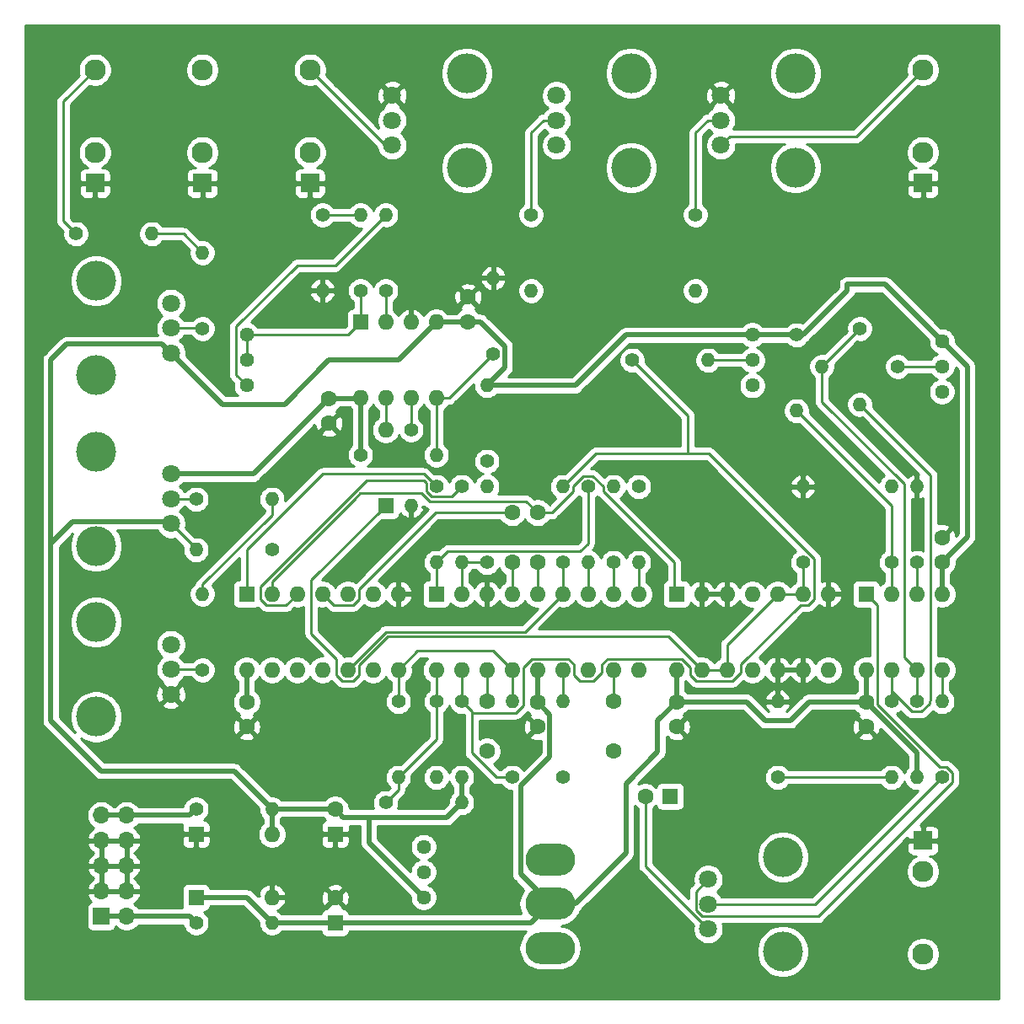
<source format=gtl>
G04 #@! TF.GenerationSoftware,KiCad,Pcbnew,5.1.12-1.fc34*
G04 #@! TF.CreationDate,2022-01-17T20:57:28+01:00*
G04 #@! TF.ProjectId,vcf,7663662e-6b69-4636-9164-5f7063625858,rev?*
G04 #@! TF.SameCoordinates,Original*
G04 #@! TF.FileFunction,Copper,L1,Top*
G04 #@! TF.FilePolarity,Positive*
%FSLAX46Y46*%
G04 Gerber Fmt 4.6, Leading zero omitted, Abs format (unit mm)*
G04 Created by KiCad (PCBNEW 5.1.12-1.fc34) date 2022-01-17 20:57:28*
%MOMM*%
%LPD*%
G01*
G04 APERTURE LIST*
G04 #@! TA.AperFunction,ComponentPad*
%ADD10O,1.400000X1.400000*%
G04 #@! TD*
G04 #@! TA.AperFunction,ComponentPad*
%ADD11C,1.400000*%
G04 #@! TD*
G04 #@! TA.AperFunction,ComponentPad*
%ADD12O,1.700000X1.700000*%
G04 #@! TD*
G04 #@! TA.AperFunction,ComponentPad*
%ADD13R,1.700000X1.700000*%
G04 #@! TD*
G04 #@! TA.AperFunction,ComponentPad*
%ADD14O,1.600000X1.600000*%
G04 #@! TD*
G04 #@! TA.AperFunction,ComponentPad*
%ADD15R,1.600000X1.600000*%
G04 #@! TD*
G04 #@! TA.AperFunction,ComponentPad*
%ADD16O,5.000000X3.200000*%
G04 #@! TD*
G04 #@! TA.AperFunction,WasherPad*
%ADD17C,4.000000*%
G04 #@! TD*
G04 #@! TA.AperFunction,ComponentPad*
%ADD18C,1.800000*%
G04 #@! TD*
G04 #@! TA.AperFunction,ComponentPad*
%ADD19C,1.440000*%
G04 #@! TD*
G04 #@! TA.AperFunction,ComponentPad*
%ADD20C,2.130000*%
G04 #@! TD*
G04 #@! TA.AperFunction,ComponentPad*
%ADD21R,1.930000X1.830000*%
G04 #@! TD*
G04 #@! TA.AperFunction,ComponentPad*
%ADD22C,1.600000*%
G04 #@! TD*
G04 #@! TA.AperFunction,Conductor*
%ADD23C,0.508000*%
G04 #@! TD*
G04 #@! TA.AperFunction,Conductor*
%ADD24C,0.250000*%
G04 #@! TD*
G04 #@! TA.AperFunction,Conductor*
%ADD25C,0.254000*%
G04 #@! TD*
G04 #@! TA.AperFunction,Conductor*
%ADD26C,0.100000*%
G04 #@! TD*
G04 APERTURE END LIST*
D10*
X77470000Y-93345000D03*
D11*
X77470000Y-85725000D03*
D12*
X48895000Y-124460000D03*
X46355000Y-124460000D03*
X48895000Y-127000000D03*
X46355000Y-127000000D03*
X48895000Y-129540000D03*
X46355000Y-129540000D03*
X48895000Y-132080000D03*
X46355000Y-132080000D03*
X48895000Y-134620000D03*
D13*
X46355000Y-134620000D03*
D14*
X104140000Y-109855000D03*
X119380000Y-102235000D03*
X106680000Y-109855000D03*
X116840000Y-102235000D03*
X109220000Y-109855000D03*
X114300000Y-102235000D03*
X111760000Y-109855000D03*
X111760000Y-102235000D03*
X114300000Y-109855000D03*
X109220000Y-102235000D03*
X116840000Y-109855000D03*
X106680000Y-102235000D03*
X119380000Y-109855000D03*
D15*
X104140000Y-102235000D03*
D14*
X60960000Y-109855000D03*
X76200000Y-102235000D03*
X63500000Y-109855000D03*
X73660000Y-102235000D03*
X66040000Y-109855000D03*
X71120000Y-102235000D03*
X68580000Y-109855000D03*
X68580000Y-102235000D03*
X71120000Y-109855000D03*
X66040000Y-102235000D03*
X73660000Y-109855000D03*
X63500000Y-102235000D03*
X76200000Y-109855000D03*
D15*
X60960000Y-102235000D03*
D14*
X80010000Y-109855000D03*
X100330000Y-102235000D03*
X82550000Y-109855000D03*
X97790000Y-102235000D03*
X85090000Y-109855000D03*
X95250000Y-102235000D03*
X87630000Y-109855000D03*
X92710000Y-102235000D03*
X90170000Y-109855000D03*
X90170000Y-102235000D03*
X92710000Y-109855000D03*
X87630000Y-102235000D03*
X95250000Y-109855000D03*
X85090000Y-102235000D03*
X97790000Y-109855000D03*
X82550000Y-102235000D03*
X100330000Y-109855000D03*
D15*
X80010000Y-102235000D03*
D14*
X123190000Y-109855000D03*
X130810000Y-102235000D03*
X125730000Y-109855000D03*
X128270000Y-102235000D03*
X128270000Y-109855000D03*
X125730000Y-102235000D03*
X130810000Y-109855000D03*
D15*
X123190000Y-102235000D03*
D14*
X72390000Y-82550000D03*
X80010000Y-74930000D03*
X74930000Y-82550000D03*
X77470000Y-74930000D03*
X77470000Y-82550000D03*
X74930000Y-74930000D03*
X80010000Y-82550000D03*
D15*
X72390000Y-74930000D03*
D16*
X91440000Y-137800000D03*
X91440000Y-133350000D03*
X91440000Y-128900000D03*
D17*
X114815000Y-138140000D03*
X114815000Y-128640000D03*
D18*
X107315000Y-135890000D03*
X107315000Y-133390000D03*
X107315000Y-130890000D03*
D19*
X130810000Y-81915000D03*
X130810000Y-79375000D03*
X130810000Y-76835000D03*
X78740000Y-132715000D03*
X78740000Y-130175000D03*
X78740000Y-127635000D03*
X111760000Y-81280000D03*
X111760000Y-78740000D03*
X111760000Y-76200000D03*
X60960000Y-81280000D03*
X60960000Y-78740000D03*
X60960000Y-76200000D03*
D17*
X116085000Y-59400000D03*
X116085000Y-49900000D03*
D18*
X108585000Y-57150000D03*
X108585000Y-54650000D03*
X108585000Y-52150000D03*
D17*
X99575000Y-59400000D03*
X99575000Y-49900000D03*
D18*
X92075000Y-57150000D03*
X92075000Y-54650000D03*
X92075000Y-52150000D03*
D17*
X83065000Y-59400000D03*
X83065000Y-49900000D03*
D18*
X75565000Y-57150000D03*
X75565000Y-54650000D03*
X75565000Y-52150000D03*
D17*
X45840000Y-70775000D03*
X45840000Y-80275000D03*
D18*
X53340000Y-73025000D03*
X53340000Y-75525000D03*
X53340000Y-78025000D03*
D17*
X45840000Y-87920000D03*
X45840000Y-97420000D03*
D18*
X53340000Y-90170000D03*
X53340000Y-92670000D03*
X53340000Y-95170000D03*
D17*
X45840000Y-105065000D03*
X45840000Y-114565000D03*
D18*
X53340000Y-107315000D03*
X53340000Y-109815000D03*
X53340000Y-112315000D03*
D10*
X114300000Y-113030000D03*
D11*
X114300000Y-120650000D03*
D10*
X125730000Y-120650000D03*
D11*
X125730000Y-113030000D03*
D10*
X122555000Y-83185000D03*
D11*
X122555000Y-75565000D03*
D10*
X128270000Y-120650000D03*
D11*
X128270000Y-113030000D03*
D10*
X80010000Y-88265000D03*
D11*
X72390000Y-88265000D03*
D10*
X118745000Y-79375000D03*
D11*
X126365000Y-79375000D03*
D10*
X85725000Y-70485000D03*
D11*
X85725000Y-78105000D03*
D10*
X130810000Y-113030000D03*
D11*
X130810000Y-120650000D03*
D10*
X116840000Y-91440000D03*
D11*
X116840000Y-99060000D03*
D10*
X97790000Y-91440000D03*
D11*
X97790000Y-99060000D03*
D10*
X63500000Y-123825000D03*
D11*
X55880000Y-123825000D03*
D10*
X63500000Y-135255000D03*
D11*
X55880000Y-135255000D03*
D10*
X80010000Y-120650000D03*
D11*
X80010000Y-113030000D03*
D10*
X92710000Y-113030000D03*
D11*
X92710000Y-120650000D03*
D10*
X82550000Y-123190000D03*
D11*
X74930000Y-123190000D03*
D10*
X76200000Y-120650000D03*
D11*
X76200000Y-113030000D03*
D10*
X87630000Y-113030000D03*
D11*
X87630000Y-120650000D03*
D10*
X107315000Y-78740000D03*
D11*
X99695000Y-78740000D03*
D10*
X82550000Y-120650000D03*
D11*
X82550000Y-113030000D03*
D10*
X92710000Y-91440000D03*
D11*
X92710000Y-99060000D03*
D10*
X85090000Y-91440000D03*
D11*
X85090000Y-99060000D03*
D10*
X85090000Y-81280000D03*
D11*
X85090000Y-88900000D03*
D10*
X82550000Y-99060000D03*
D11*
X82550000Y-91440000D03*
D10*
X95250000Y-99060000D03*
D11*
X95250000Y-91440000D03*
D10*
X55880000Y-97790000D03*
D11*
X63500000Y-97790000D03*
D10*
X80010000Y-99060000D03*
D11*
X80010000Y-91440000D03*
D10*
X68580000Y-71755000D03*
D11*
X68580000Y-64135000D03*
D10*
X72390000Y-64135000D03*
D11*
X72390000Y-71755000D03*
D10*
X125730000Y-91440000D03*
D11*
X125730000Y-99060000D03*
D10*
X74930000Y-64135000D03*
D11*
X74930000Y-71755000D03*
D10*
X128270000Y-91440000D03*
D11*
X128270000Y-99060000D03*
D10*
X106045000Y-71755000D03*
D11*
X106045000Y-64135000D03*
D10*
X116205000Y-83820000D03*
D11*
X116205000Y-76200000D03*
D10*
X89535000Y-71755000D03*
D11*
X89535000Y-64135000D03*
D10*
X100330000Y-99060000D03*
D11*
X100330000Y-91440000D03*
D10*
X56515000Y-67945000D03*
D11*
X56515000Y-75565000D03*
D10*
X63500000Y-92710000D03*
D11*
X55880000Y-92710000D03*
D10*
X56515000Y-102235000D03*
D11*
X56515000Y-109855000D03*
D10*
X51435000Y-66040000D03*
D11*
X43815000Y-66040000D03*
D20*
X128905000Y-138400000D03*
D21*
X128905000Y-127000000D03*
D20*
X128905000Y-130100000D03*
X128905000Y-49560000D03*
D21*
X128905000Y-60960000D03*
D20*
X128905000Y-57860000D03*
X67310000Y-49560000D03*
D21*
X67310000Y-60960000D03*
D20*
X67310000Y-57860000D03*
X56515000Y-49560000D03*
D21*
X56515000Y-60960000D03*
D20*
X56515000Y-57860000D03*
X45720000Y-49560000D03*
D21*
X45720000Y-60960000D03*
D20*
X45720000Y-57860000D03*
D14*
X74930000Y-85725000D03*
D15*
X74930000Y-93345000D03*
D14*
X63500000Y-126365000D03*
D15*
X55880000Y-126365000D03*
D14*
X63500000Y-132715000D03*
D15*
X55880000Y-132715000D03*
D22*
X101005000Y-122555000D03*
D15*
X103505000Y-122555000D03*
D22*
X97790000Y-118030000D03*
X97790000Y-113030000D03*
X69850000Y-123865000D03*
D15*
X69850000Y-126365000D03*
D22*
X69850000Y-132755000D03*
D15*
X69850000Y-135255000D03*
D22*
X85090000Y-118030000D03*
X85090000Y-113030000D03*
X90170000Y-113070000D03*
X90170000Y-115570000D03*
X104140000Y-113070000D03*
X104140000Y-115570000D03*
X60960000Y-113070000D03*
X60960000Y-115570000D03*
X87630000Y-94060000D03*
X87630000Y-99060000D03*
X130810000Y-96560000D03*
X130810000Y-99060000D03*
X123190000Y-113070000D03*
X123190000Y-115570000D03*
X90170000Y-94060000D03*
X90170000Y-99060000D03*
X83185000Y-72390000D03*
X83185000Y-74890000D03*
X69215000Y-82590000D03*
X69215000Y-85090000D03*
D23*
X60960000Y-132715000D02*
X63500000Y-135255000D01*
X55880000Y-132715000D02*
X60960000Y-132715000D01*
X63500000Y-135255000D02*
X69850000Y-135255000D01*
X89535000Y-135255000D02*
X91440000Y-133350000D01*
X69850000Y-135255000D02*
X89535000Y-135255000D01*
X91424001Y-114324001D02*
X90170000Y-113070000D01*
X91424001Y-118563921D02*
X91424001Y-114324001D01*
X88485990Y-121501932D02*
X91424001Y-118563921D01*
X88485990Y-130395990D02*
X88485990Y-121501932D01*
X91440000Y-133350000D02*
X88485990Y-130395990D01*
X90170000Y-113070000D02*
X90170000Y-109855000D01*
X60960000Y-109855000D02*
X60960000Y-113070000D01*
X91440000Y-133350000D02*
X93980000Y-133350000D01*
X93980000Y-133350000D02*
X99060000Y-128270000D01*
X99060000Y-128270000D02*
X99060000Y-121285000D01*
X99060000Y-121285000D02*
X102235000Y-118110000D01*
X102235000Y-114975000D02*
X104140000Y-113070000D01*
X102235000Y-118110000D02*
X102235000Y-114975000D01*
X104140000Y-113070000D02*
X104140000Y-109855000D01*
X123190000Y-109855000D02*
X123190000Y-113070000D01*
X128270000Y-118150000D02*
X128270000Y-120650000D01*
X123190000Y-113070000D02*
X128270000Y-118150000D01*
X123190000Y-113070000D02*
X117435000Y-113070000D01*
X117435000Y-113070000D02*
X115570000Y-114935000D01*
X115570000Y-114935000D02*
X113030000Y-114935000D01*
X111165000Y-113070000D02*
X104140000Y-113070000D01*
X113030000Y-114935000D02*
X111165000Y-113070000D01*
X61635000Y-90170000D02*
X69215000Y-82590000D01*
X53340000Y-90170000D02*
X61635000Y-90170000D01*
X72350000Y-82590000D02*
X72390000Y-82550000D01*
X69215000Y-82590000D02*
X72350000Y-82590000D01*
X72390000Y-82550000D02*
X72390000Y-88265000D01*
X63500000Y-123825000D02*
X63500000Y-126365000D01*
X69810000Y-123825000D02*
X69850000Y-123865000D01*
X63500000Y-123825000D02*
X69810000Y-123825000D01*
X63500000Y-123825000D02*
X59690000Y-120015000D01*
X59690000Y-120015000D02*
X46355000Y-120015000D01*
X46355000Y-120015000D02*
X41275000Y-114935000D01*
X41275000Y-114935000D02*
X41275000Y-97155000D01*
X43464001Y-94965999D02*
X53135999Y-94965999D01*
X53135999Y-94965999D02*
X53340000Y-95170000D01*
X41275000Y-97155000D02*
X43464001Y-94965999D01*
X52440001Y-77125001D02*
X42889999Y-77125001D01*
X53340000Y-78025000D02*
X52440001Y-77125001D01*
X41275000Y-78740000D02*
X41275000Y-97155000D01*
X42889999Y-77125001D02*
X41275000Y-78740000D01*
X81075001Y-124664999D02*
X82550000Y-123190000D01*
X69850000Y-123865000D02*
X70649999Y-124664999D01*
X82550000Y-123190000D02*
X82550000Y-120650000D01*
X53340000Y-78025000D02*
X58500000Y-83185000D01*
X58500000Y-83185000D02*
X64770000Y-83185000D01*
X64770000Y-83185000D02*
X69215000Y-78740000D01*
X76200000Y-78740000D02*
X80010000Y-74930000D01*
X69215000Y-78740000D02*
X76200000Y-78740000D01*
X83145000Y-74930000D02*
X83185000Y-74890000D01*
X80010000Y-74930000D02*
X83145000Y-74930000D01*
X85090000Y-81280000D02*
X90805000Y-81280000D01*
X90805000Y-81280000D02*
X93980000Y-81280000D01*
X99060000Y-76200000D02*
X111760000Y-76200000D01*
X93980000Y-81280000D02*
X99060000Y-76200000D01*
X111760000Y-76200000D02*
X116205000Y-76200000D01*
X130810000Y-76835000D02*
X133350000Y-79375000D01*
X133350000Y-96520000D02*
X130810000Y-99060000D01*
X133350000Y-79375000D02*
X133350000Y-96520000D01*
X130810000Y-99060000D02*
X130810000Y-102235000D01*
D24*
X55880000Y-97710000D02*
X55880000Y-97790000D01*
X53340000Y-95170000D02*
X55880000Y-97710000D01*
D23*
X83185000Y-74890000D02*
X84415000Y-74890000D01*
X86879001Y-79490999D02*
X85090000Y-81280000D01*
X86879001Y-77354001D02*
X86879001Y-79490999D01*
X84415000Y-74890000D02*
X86879001Y-77354001D01*
X73229999Y-127204999D02*
X73229999Y-124664999D01*
X78740000Y-132715000D02*
X73229999Y-127204999D01*
X73229999Y-124664999D02*
X81075001Y-124664999D01*
X70649999Y-124664999D02*
X73229999Y-124664999D01*
X130810000Y-76835000D02*
X125095000Y-71120000D01*
X125095000Y-71120000D02*
X121285000Y-71120000D01*
X121285000Y-71120000D02*
X121285000Y-71755000D01*
X116840000Y-76200000D02*
X116205000Y-76200000D01*
X121285000Y-71755000D02*
X116840000Y-76200000D01*
D24*
X63500000Y-102235000D02*
X63500000Y-100965000D01*
X89044999Y-92934999D02*
X90170000Y-94060000D01*
X96764999Y-91932001D02*
X103892998Y-99060000D01*
X96764999Y-91437997D02*
X96764999Y-91932001D01*
X95742001Y-90414999D02*
X96764999Y-91437997D01*
X103892998Y-101987998D02*
X104140000Y-102235000D01*
X103892998Y-99060000D02*
X103892998Y-101987998D01*
X91607002Y-94060000D02*
X90170000Y-94060000D01*
X93735001Y-91932001D02*
X91607002Y-94060000D01*
X93735001Y-91437997D02*
X93735001Y-91932001D01*
X94757999Y-90414999D02*
X93735001Y-91437997D01*
X95742001Y-90414999D02*
X94757999Y-90414999D01*
X71794991Y-92670009D02*
X71796402Y-92670008D01*
X63500000Y-100965000D02*
X71794991Y-92670009D01*
X78534990Y-92118402D02*
X79351587Y-92934999D01*
X72348009Y-92118401D02*
X78534990Y-92118402D01*
X71796402Y-92670008D02*
X72348009Y-92118401D01*
X79351587Y-92934999D02*
X79599999Y-92934999D01*
X79599999Y-92934999D02*
X89044999Y-92934999D01*
X79397003Y-92934999D02*
X79599999Y-92934999D01*
X90170000Y-99060000D02*
X90170000Y-102235000D01*
X69705001Y-103360001D02*
X68580000Y-102235000D01*
X71660001Y-103360001D02*
X69705001Y-103360001D01*
X72245001Y-102775001D02*
X71660001Y-103360001D01*
X72245001Y-101744999D02*
X72245001Y-102775001D01*
X79930000Y-94060000D02*
X72245001Y-101744999D01*
X87630000Y-94060000D02*
X79930000Y-94060000D01*
X87630000Y-99060000D02*
X87630000Y-102235000D01*
X85090000Y-109855000D02*
X85090000Y-113030000D01*
X97790000Y-109855000D02*
X97790000Y-113030000D01*
X101005000Y-129580000D02*
X107315000Y-135890000D01*
X101005000Y-122555000D02*
X101005000Y-129580000D01*
X74930000Y-82550000D02*
X74930000Y-85725000D01*
X116840000Y-99060000D02*
X116840000Y-102235000D01*
X109220000Y-107315000D02*
X114300000Y-102235000D01*
X109220000Y-109855000D02*
X109220000Y-107315000D01*
X114300000Y-102235000D02*
X116840000Y-102235000D01*
X109220000Y-109855000D02*
X106680000Y-109855000D01*
X103320010Y-106495010D02*
X106680000Y-109855000D01*
X75116400Y-106495010D02*
X103320010Y-106495010D01*
X72245001Y-109366409D02*
X75116400Y-106495010D01*
X70579999Y-110980001D02*
X71660001Y-110980001D01*
X69994999Y-110395001D02*
X70579999Y-110980001D01*
X72245001Y-110395001D02*
X72245001Y-109366409D01*
X71660001Y-110980001D02*
X72245001Y-110395001D01*
X67454999Y-106189999D02*
X69994999Y-108729999D01*
X69994999Y-108729999D02*
X69994999Y-110395001D01*
X67454999Y-100820001D02*
X67454999Y-106189999D01*
X74930000Y-93345000D02*
X67454999Y-100820001D01*
X45720000Y-49560000D02*
X42545000Y-52735000D01*
X42545000Y-64770000D02*
X43815000Y-66040000D01*
X42545000Y-52735000D02*
X42545000Y-64770000D01*
X74900000Y-57150000D02*
X75565000Y-57150000D01*
X67310000Y-49560000D02*
X74900000Y-57150000D01*
X122214999Y-56250001D02*
X128905000Y-49560000D01*
X109484999Y-56250001D02*
X122214999Y-56250001D01*
X108585000Y-57150000D02*
X109484999Y-56250001D01*
X114300000Y-120650000D02*
X125730000Y-120650000D01*
X74930000Y-71755000D02*
X74930000Y-74930000D01*
X54610000Y-66040000D02*
X56515000Y-67945000D01*
X51435000Y-66040000D02*
X54610000Y-66040000D01*
X63500000Y-94260051D02*
X63500000Y-92710000D01*
X56515000Y-101245051D02*
X63500000Y-94260051D01*
X56515000Y-102235000D02*
X56515000Y-101245051D01*
X56475000Y-109815000D02*
X56515000Y-109855000D01*
X53340000Y-109815000D02*
X56475000Y-109815000D01*
X55840000Y-92670000D02*
X55880000Y-92710000D01*
X53340000Y-92670000D02*
X55840000Y-92670000D01*
X56475000Y-75525000D02*
X56515000Y-75565000D01*
X53340000Y-75525000D02*
X56475000Y-75525000D01*
X100330000Y-99060000D02*
X100330000Y-102235000D01*
X92075000Y-54650000D02*
X90765000Y-54650000D01*
X89535000Y-55880000D02*
X89535000Y-64135000D01*
X90765000Y-54650000D02*
X89535000Y-55880000D01*
X125730000Y-99060000D02*
X125730000Y-102235000D01*
X125730000Y-93345000D02*
X125730000Y-99060000D01*
X116205000Y-83820000D02*
X125730000Y-93345000D01*
X128270000Y-99060000D02*
X128270000Y-102235000D01*
X108585000Y-54650000D02*
X107275000Y-54650000D01*
X106045000Y-55880000D02*
X106045000Y-64135000D01*
X107275000Y-54650000D02*
X106045000Y-55880000D01*
X66040000Y-69215000D02*
X69850000Y-69215000D01*
X69850000Y-69215000D02*
X74930000Y-64135000D01*
X59914999Y-75340001D02*
X66040000Y-69215000D01*
X59914999Y-80234999D02*
X59914999Y-75340001D01*
X60960000Y-81280000D02*
X59914999Y-80234999D01*
X106089999Y-132115001D02*
X107315000Y-130890000D01*
X106726999Y-134615001D02*
X106089999Y-133978001D01*
X106089999Y-133978001D02*
X106089999Y-132115001D01*
X131835001Y-121142001D02*
X118362001Y-134615001D01*
X131835001Y-120157999D02*
X131835001Y-121142001D01*
X131302001Y-119624999D02*
X131835001Y-120157999D01*
X130563841Y-119624999D02*
X131302001Y-119624999D01*
X124315001Y-113376159D02*
X130563841Y-119624999D01*
X124315001Y-103360001D02*
X124315001Y-113376159D01*
X118362001Y-134615001D02*
X106726999Y-134615001D01*
X123190000Y-102235000D02*
X124315001Y-103360001D01*
X78740000Y-90170000D02*
X80010000Y-91440000D01*
X68580000Y-90170000D02*
X78740000Y-90170000D01*
X60960000Y-97790000D02*
X68580000Y-90170000D01*
X60960000Y-102235000D02*
X60960000Y-97790000D01*
X68580000Y-64135000D02*
X72390000Y-64135000D01*
X72390000Y-71755000D02*
X72390000Y-74930000D01*
X71120000Y-76200000D02*
X72390000Y-74930000D01*
X60960000Y-76200000D02*
X71120000Y-76200000D01*
X60960000Y-76200000D02*
X60960000Y-78740000D01*
X80010000Y-99060000D02*
X80010000Y-102235000D01*
X81135001Y-97934999D02*
X94470001Y-97934999D01*
X80010000Y-99060000D02*
X81135001Y-97934999D01*
X95250000Y-97155000D02*
X95250000Y-91440000D01*
X94470001Y-97934999D02*
X95250000Y-97155000D01*
X95250000Y-99060000D02*
X95250000Y-102235000D01*
X73025000Y-90805000D02*
X78738590Y-90805000D01*
X78984999Y-91932001D02*
X79517999Y-92465001D01*
X71610001Y-92219999D02*
X73025000Y-90805000D01*
X79517999Y-92465001D02*
X81524999Y-92465001D01*
X78984999Y-91051409D02*
X78984999Y-91932001D01*
X71608591Y-92219999D02*
X71610001Y-92219999D01*
X62374999Y-101453591D02*
X71608591Y-92219999D01*
X62374999Y-102775001D02*
X62374999Y-101453591D01*
X62959999Y-103360001D02*
X62374999Y-102775001D01*
X81524999Y-92465001D02*
X82550000Y-91440000D01*
X64914999Y-103360001D02*
X62959999Y-103360001D01*
X78738590Y-90805000D02*
X78984999Y-91051409D01*
X66040000Y-102235000D02*
X64914999Y-103360001D01*
X82550000Y-99060000D02*
X82550000Y-102235000D01*
X82550000Y-99060000D02*
X85090000Y-99060000D01*
X92710000Y-99060000D02*
X92710000Y-102235000D01*
X71120000Y-109855000D02*
X74930000Y-106045000D01*
X88900000Y-106045000D02*
X92710000Y-102235000D01*
X74930000Y-106045000D02*
X88900000Y-106045000D01*
X82550000Y-109855000D02*
X82550000Y-113030000D01*
X86044998Y-120650000D02*
X87630000Y-120650000D01*
X83575001Y-118180003D02*
X86044998Y-120650000D01*
X83575001Y-114055001D02*
X83575001Y-118180003D01*
X82550000Y-113030000D02*
X83575001Y-114055001D01*
X83675001Y-114155001D02*
X82550000Y-113030000D01*
X88755001Y-113422001D02*
X88022001Y-114155001D01*
X89629999Y-108729999D02*
X88755001Y-109604997D01*
X93250001Y-108729999D02*
X89629999Y-108729999D01*
X93835001Y-109314999D02*
X93250001Y-108729999D01*
X93835001Y-110395001D02*
X93835001Y-109314999D01*
X94420001Y-110980001D02*
X93835001Y-110395001D01*
X88755001Y-109604997D02*
X88755001Y-113422001D01*
X88022001Y-114155001D02*
X83675001Y-114155001D01*
X99695000Y-78740000D02*
X105265001Y-84310001D01*
X96029999Y-88120001D02*
X105265001Y-88120001D01*
X92710000Y-91440000D02*
X96029999Y-88120001D01*
X105265001Y-84310001D02*
X105265001Y-88120001D01*
X107417003Y-88120001D02*
X105265001Y-88120001D01*
X117965001Y-98667999D02*
X107417003Y-88120001D01*
X117965001Y-102775001D02*
X117965001Y-98667999D01*
X117380001Y-103360001D02*
X117965001Y-102775001D01*
X116589997Y-103360001D02*
X117380001Y-103360001D01*
X110634999Y-109314999D02*
X116589997Y-103360001D01*
X109760001Y-110980001D02*
X110634999Y-110105003D01*
X105554999Y-110395001D02*
X106139999Y-110980001D01*
X105554999Y-109604997D02*
X105554999Y-110395001D01*
X106139999Y-110980001D02*
X109760001Y-110980001D01*
X104680001Y-108729999D02*
X105554999Y-109604997D01*
X97249999Y-108729999D02*
X104680001Y-108729999D01*
X96664999Y-109314999D02*
X97249999Y-108729999D01*
X96664999Y-110105003D02*
X96664999Y-109314999D01*
X95790001Y-110980001D02*
X96664999Y-110105003D01*
X110634999Y-110105003D02*
X110634999Y-109314999D01*
X94420001Y-110980001D02*
X95790001Y-110980001D01*
X111760000Y-78740000D02*
X107315000Y-78740000D01*
X76200000Y-109855000D02*
X76200000Y-113030000D01*
X87630000Y-109855000D02*
X87630000Y-113030000D01*
X76200000Y-109855000D02*
X78105000Y-107950000D01*
X78105000Y-107950000D02*
X85725000Y-107950000D01*
X85725000Y-107950000D02*
X87630000Y-109855000D01*
X80010000Y-109855000D02*
X80010000Y-113030000D01*
X80010000Y-116840000D02*
X76200000Y-120650000D01*
X80010000Y-113030000D02*
X80010000Y-116840000D01*
X76200000Y-121920000D02*
X74930000Y-123190000D01*
X76200000Y-120650000D02*
X76200000Y-121920000D01*
X92710000Y-109855000D02*
X92710000Y-113030000D01*
D23*
X46355000Y-134620000D02*
X48895000Y-134620000D01*
X55245000Y-134620000D02*
X55880000Y-135255000D01*
X48895000Y-134620000D02*
X55245000Y-134620000D01*
X46355000Y-124460000D02*
X48895000Y-124460000D01*
X55245000Y-124460000D02*
X55880000Y-123825000D01*
X48895000Y-124460000D02*
X55245000Y-124460000D01*
D24*
X97790000Y-99060000D02*
X97790000Y-102235000D01*
X130810000Y-109855000D02*
X130810000Y-113030000D01*
X118070000Y-133390000D02*
X130810000Y-120650000D01*
X107315000Y-133390000D02*
X118070000Y-133390000D01*
X80010000Y-82550000D02*
X80010000Y-88265000D01*
X81280000Y-82550000D02*
X85725000Y-78105000D01*
X80010000Y-82550000D02*
X81280000Y-82550000D01*
X122555000Y-75565000D02*
X118745000Y-79375000D01*
X128270000Y-109855000D02*
X128270000Y-113030000D01*
X127000000Y-108585000D02*
X128270000Y-109855000D01*
X118745000Y-82937998D02*
X127000000Y-91192998D01*
X118745000Y-79375000D02*
X118745000Y-82937998D01*
X127000000Y-91192998D02*
X127000000Y-108585000D01*
X130810000Y-79375000D02*
X126365000Y-79375000D01*
X125730000Y-109855000D02*
X125730000Y-113030000D01*
X128762001Y-114055001D02*
X129540000Y-113277002D01*
X127777999Y-114055001D02*
X128762001Y-114055001D01*
X125730000Y-112007002D02*
X127777999Y-114055001D01*
X125730000Y-109855000D02*
X125730000Y-112007002D01*
X129684999Y-90314999D02*
X129684999Y-112885001D01*
X122555000Y-83185000D02*
X129684999Y-90314999D01*
X129540000Y-113030000D02*
X129540000Y-113277002D01*
X129684999Y-112885001D02*
X129540000Y-113030000D01*
X77470000Y-82550000D02*
X77470000Y-85725000D01*
D25*
X136500001Y-142850000D02*
X38760000Y-142850000D01*
X38760000Y-129896890D01*
X44913524Y-129896890D01*
X44958175Y-130044099D01*
X45083359Y-130306920D01*
X45257412Y-130540269D01*
X45473645Y-130735178D01*
X45599255Y-130810000D01*
X45473645Y-130884822D01*
X45257412Y-131079731D01*
X45083359Y-131313080D01*
X44958175Y-131575901D01*
X44913524Y-131723110D01*
X45034845Y-131953000D01*
X46228000Y-131953000D01*
X46228000Y-129667000D01*
X46482000Y-129667000D01*
X46482000Y-131953000D01*
X48768000Y-131953000D01*
X48768000Y-129667000D01*
X49022000Y-129667000D01*
X49022000Y-131953000D01*
X50215155Y-131953000D01*
X50336476Y-131723110D01*
X50291825Y-131575901D01*
X50166641Y-131313080D01*
X49992588Y-131079731D01*
X49776355Y-130884822D01*
X49650745Y-130810000D01*
X49776355Y-130735178D01*
X49992588Y-130540269D01*
X50166641Y-130306920D01*
X50291825Y-130044099D01*
X50336476Y-129896890D01*
X50215155Y-129667000D01*
X49022000Y-129667000D01*
X48768000Y-129667000D01*
X46482000Y-129667000D01*
X46228000Y-129667000D01*
X45034845Y-129667000D01*
X44913524Y-129896890D01*
X38760000Y-129896890D01*
X38760000Y-127356890D01*
X44913524Y-127356890D01*
X44958175Y-127504099D01*
X45083359Y-127766920D01*
X45257412Y-128000269D01*
X45473645Y-128195178D01*
X45599255Y-128270000D01*
X45473645Y-128344822D01*
X45257412Y-128539731D01*
X45083359Y-128773080D01*
X44958175Y-129035901D01*
X44913524Y-129183110D01*
X45034845Y-129413000D01*
X46228000Y-129413000D01*
X46228000Y-127127000D01*
X46482000Y-127127000D01*
X46482000Y-129413000D01*
X48768000Y-129413000D01*
X48768000Y-127127000D01*
X49022000Y-127127000D01*
X49022000Y-129413000D01*
X50215155Y-129413000D01*
X50336476Y-129183110D01*
X50291825Y-129035901D01*
X50166641Y-128773080D01*
X49992588Y-128539731D01*
X49776355Y-128344822D01*
X49650745Y-128270000D01*
X49776355Y-128195178D01*
X49992588Y-128000269D01*
X50166641Y-127766920D01*
X50291825Y-127504099D01*
X50336476Y-127356890D01*
X50235209Y-127165000D01*
X54441928Y-127165000D01*
X54454188Y-127289482D01*
X54490498Y-127409180D01*
X54549463Y-127519494D01*
X54628815Y-127616185D01*
X54725506Y-127695537D01*
X54835820Y-127754502D01*
X54955518Y-127790812D01*
X55080000Y-127803072D01*
X55594250Y-127800000D01*
X55753000Y-127641250D01*
X55753000Y-126492000D01*
X56007000Y-126492000D01*
X56007000Y-127641250D01*
X56165750Y-127800000D01*
X56680000Y-127803072D01*
X56804482Y-127790812D01*
X56924180Y-127754502D01*
X57034494Y-127695537D01*
X57131185Y-127616185D01*
X57210537Y-127519494D01*
X57269502Y-127409180D01*
X57305812Y-127289482D01*
X57318072Y-127165000D01*
X57315000Y-126650750D01*
X57156250Y-126492000D01*
X56007000Y-126492000D01*
X55753000Y-126492000D01*
X54603750Y-126492000D01*
X54445000Y-126650750D01*
X54441928Y-127165000D01*
X50235209Y-127165000D01*
X50215155Y-127127000D01*
X49022000Y-127127000D01*
X48768000Y-127127000D01*
X46482000Y-127127000D01*
X46228000Y-127127000D01*
X45034845Y-127127000D01*
X44913524Y-127356890D01*
X38760000Y-127356890D01*
X38760000Y-124313740D01*
X44870000Y-124313740D01*
X44870000Y-124606260D01*
X44927068Y-124893158D01*
X45039010Y-125163411D01*
X45201525Y-125406632D01*
X45408368Y-125613475D01*
X45590534Y-125735195D01*
X45473645Y-125804822D01*
X45257412Y-125999731D01*
X45083359Y-126233080D01*
X44958175Y-126495901D01*
X44913524Y-126643110D01*
X45034845Y-126873000D01*
X46228000Y-126873000D01*
X46228000Y-126853000D01*
X46482000Y-126853000D01*
X46482000Y-126873000D01*
X48768000Y-126873000D01*
X48768000Y-126853000D01*
X49022000Y-126853000D01*
X49022000Y-126873000D01*
X50215155Y-126873000D01*
X50336476Y-126643110D01*
X50291825Y-126495901D01*
X50166641Y-126233080D01*
X49992588Y-125999731D01*
X49776355Y-125804822D01*
X49659466Y-125735195D01*
X49841632Y-125613475D01*
X50048475Y-125406632D01*
X50086983Y-125349000D01*
X54481950Y-125349000D01*
X54454188Y-125440518D01*
X54441928Y-125565000D01*
X54445000Y-126079250D01*
X54603750Y-126238000D01*
X55753000Y-126238000D01*
X55753000Y-126218000D01*
X56007000Y-126218000D01*
X56007000Y-126238000D01*
X57156250Y-126238000D01*
X57315000Y-126079250D01*
X57318072Y-125565000D01*
X57305812Y-125440518D01*
X57269502Y-125320820D01*
X57210537Y-125210506D01*
X57131185Y-125113815D01*
X57034494Y-125034463D01*
X56924180Y-124975498D01*
X56804482Y-124939188D01*
X56680000Y-124926928D01*
X56633367Y-124927207D01*
X56731013Y-124861962D01*
X56916962Y-124676013D01*
X57063061Y-124457359D01*
X57163696Y-124214405D01*
X57215000Y-123956486D01*
X57215000Y-123693514D01*
X57163696Y-123435595D01*
X57063061Y-123192641D01*
X56916962Y-122973987D01*
X56731013Y-122788038D01*
X56512359Y-122641939D01*
X56269405Y-122541304D01*
X56011486Y-122490000D01*
X55748514Y-122490000D01*
X55490595Y-122541304D01*
X55247641Y-122641939D01*
X55028987Y-122788038D01*
X54843038Y-122973987D01*
X54696939Y-123192641D01*
X54596304Y-123435595D01*
X54569370Y-123571000D01*
X50086983Y-123571000D01*
X50048475Y-123513368D01*
X49841632Y-123306525D01*
X49598411Y-123144010D01*
X49328158Y-123032068D01*
X49041260Y-122975000D01*
X48748740Y-122975000D01*
X48461842Y-123032068D01*
X48191589Y-123144010D01*
X47948368Y-123306525D01*
X47741525Y-123513368D01*
X47703017Y-123571000D01*
X47546983Y-123571000D01*
X47508475Y-123513368D01*
X47301632Y-123306525D01*
X47058411Y-123144010D01*
X46788158Y-123032068D01*
X46501260Y-122975000D01*
X46208740Y-122975000D01*
X45921842Y-123032068D01*
X45651589Y-123144010D01*
X45408368Y-123306525D01*
X45201525Y-123513368D01*
X45039010Y-123756589D01*
X44927068Y-124026842D01*
X44870000Y-124313740D01*
X38760000Y-124313740D01*
X38760000Y-78740000D01*
X40381700Y-78740000D01*
X40386000Y-78783660D01*
X40386001Y-97111330D01*
X40381700Y-97155000D01*
X40386001Y-97198667D01*
X40386000Y-114891340D01*
X40381700Y-114935000D01*
X40386000Y-114978660D01*
X40386000Y-114978666D01*
X40398864Y-115109273D01*
X40449697Y-115276850D01*
X40532247Y-115431290D01*
X40643341Y-115566659D01*
X40677264Y-115594499D01*
X45695504Y-120612740D01*
X45723341Y-120646659D01*
X45858709Y-120757753D01*
X46013149Y-120840303D01*
X46089769Y-120863545D01*
X46180725Y-120891136D01*
X46197325Y-120892771D01*
X46311333Y-120904000D01*
X46311340Y-120904000D01*
X46355000Y-120908300D01*
X46398660Y-120904000D01*
X59321765Y-120904000D01*
X62165000Y-123747236D01*
X62165000Y-123956486D01*
X62216304Y-124214405D01*
X62316939Y-124457359D01*
X62463038Y-124676013D01*
X62611000Y-124823975D01*
X62611001Y-125233151D01*
X62585241Y-125250363D01*
X62385363Y-125450241D01*
X62228320Y-125685273D01*
X62120147Y-125946426D01*
X62065000Y-126223665D01*
X62065000Y-126506335D01*
X62120147Y-126783574D01*
X62228320Y-127044727D01*
X62385363Y-127279759D01*
X62585241Y-127479637D01*
X62820273Y-127636680D01*
X63081426Y-127744853D01*
X63358665Y-127800000D01*
X63641335Y-127800000D01*
X63918574Y-127744853D01*
X64179727Y-127636680D01*
X64414759Y-127479637D01*
X64614637Y-127279759D01*
X64691316Y-127165000D01*
X68411928Y-127165000D01*
X68424188Y-127289482D01*
X68460498Y-127409180D01*
X68519463Y-127519494D01*
X68598815Y-127616185D01*
X68695506Y-127695537D01*
X68805820Y-127754502D01*
X68925518Y-127790812D01*
X69050000Y-127803072D01*
X69564250Y-127800000D01*
X69723000Y-127641250D01*
X69723000Y-126492000D01*
X69977000Y-126492000D01*
X69977000Y-127641250D01*
X70135750Y-127800000D01*
X70650000Y-127803072D01*
X70774482Y-127790812D01*
X70894180Y-127754502D01*
X71004494Y-127695537D01*
X71101185Y-127616185D01*
X71180537Y-127519494D01*
X71239502Y-127409180D01*
X71275812Y-127289482D01*
X71288072Y-127165000D01*
X71285000Y-126650750D01*
X71126250Y-126492000D01*
X69977000Y-126492000D01*
X69723000Y-126492000D01*
X68573750Y-126492000D01*
X68415000Y-126650750D01*
X68411928Y-127165000D01*
X64691316Y-127165000D01*
X64771680Y-127044727D01*
X64879853Y-126783574D01*
X64935000Y-126506335D01*
X64935000Y-126223665D01*
X64879853Y-125946426D01*
X64771680Y-125685273D01*
X64614637Y-125450241D01*
X64414759Y-125250363D01*
X64389000Y-125233151D01*
X64389000Y-124823975D01*
X64498975Y-124714000D01*
X68691424Y-124714000D01*
X68735363Y-124779759D01*
X68901943Y-124946339D01*
X68805820Y-124975498D01*
X68695506Y-125034463D01*
X68598815Y-125113815D01*
X68519463Y-125210506D01*
X68460498Y-125320820D01*
X68424188Y-125440518D01*
X68411928Y-125565000D01*
X68415000Y-126079250D01*
X68573750Y-126238000D01*
X69723000Y-126238000D01*
X69723000Y-126218000D01*
X69977000Y-126218000D01*
X69977000Y-126238000D01*
X71126250Y-126238000D01*
X71285000Y-126079250D01*
X71288072Y-125565000D01*
X71286989Y-125553999D01*
X72341000Y-125553999D01*
X72340999Y-127161339D01*
X72336699Y-127204999D01*
X72340999Y-127248659D01*
X72340999Y-127248665D01*
X72353863Y-127379272D01*
X72404696Y-127546849D01*
X72487246Y-127701289D01*
X72598340Y-127836658D01*
X72632263Y-127864498D01*
X77385000Y-132617236D01*
X77385000Y-132848456D01*
X77437072Y-133110239D01*
X77539215Y-133356833D01*
X77687503Y-133578762D01*
X77876238Y-133767497D01*
X78098167Y-133915785D01*
X78344761Y-134017928D01*
X78606544Y-134070000D01*
X78873456Y-134070000D01*
X79135239Y-134017928D01*
X79381833Y-133915785D01*
X79603762Y-133767497D01*
X79792497Y-133578762D01*
X79940785Y-133356833D01*
X80042928Y-133110239D01*
X80095000Y-132848456D01*
X80095000Y-132581544D01*
X80042928Y-132319761D01*
X79940785Y-132073167D01*
X79792497Y-131851238D01*
X79603762Y-131662503D01*
X79381833Y-131514215D01*
X79214734Y-131445000D01*
X79381833Y-131375785D01*
X79603762Y-131227497D01*
X79792497Y-131038762D01*
X79940785Y-130816833D01*
X80042928Y-130570239D01*
X80095000Y-130308456D01*
X80095000Y-130041544D01*
X80042928Y-129779761D01*
X79940785Y-129533167D01*
X79792497Y-129311238D01*
X79603762Y-129122503D01*
X79381833Y-128974215D01*
X79214734Y-128905000D01*
X79381833Y-128835785D01*
X79603762Y-128687497D01*
X79792497Y-128498762D01*
X79940785Y-128276833D01*
X80042928Y-128030239D01*
X80095000Y-127768456D01*
X80095000Y-127501544D01*
X80042928Y-127239761D01*
X79940785Y-126993167D01*
X79792497Y-126771238D01*
X79603762Y-126582503D01*
X79381833Y-126434215D01*
X79135239Y-126332072D01*
X78873456Y-126280000D01*
X78606544Y-126280000D01*
X78344761Y-126332072D01*
X78098167Y-126434215D01*
X77876238Y-126582503D01*
X77687503Y-126771238D01*
X77539215Y-126993167D01*
X77437072Y-127239761D01*
X77385000Y-127501544D01*
X77385000Y-127768456D01*
X77437072Y-128030239D01*
X77539215Y-128276833D01*
X77687503Y-128498762D01*
X77876238Y-128687497D01*
X78098167Y-128835785D01*
X78265266Y-128905000D01*
X78098167Y-128974215D01*
X77876238Y-129122503D01*
X77687503Y-129311238D01*
X77539215Y-129533167D01*
X77437072Y-129779761D01*
X77385000Y-130041544D01*
X77385000Y-130102764D01*
X74118999Y-126836764D01*
X74118999Y-125553999D01*
X81031341Y-125553999D01*
X81075001Y-125558299D01*
X81118661Y-125553999D01*
X81118668Y-125553999D01*
X81249275Y-125541135D01*
X81416852Y-125490302D01*
X81571292Y-125407752D01*
X81706660Y-125296658D01*
X81734500Y-125262735D01*
X82472236Y-124525000D01*
X82681486Y-124525000D01*
X82939405Y-124473696D01*
X83182359Y-124373061D01*
X83401013Y-124226962D01*
X83586962Y-124041013D01*
X83733061Y-123822359D01*
X83833696Y-123579405D01*
X83885000Y-123321486D01*
X83885000Y-123058514D01*
X83833696Y-122800595D01*
X83733061Y-122557641D01*
X83586962Y-122338987D01*
X83439000Y-122191025D01*
X83439000Y-121648975D01*
X83586962Y-121501013D01*
X83733061Y-121282359D01*
X83833696Y-121039405D01*
X83885000Y-120781486D01*
X83885000Y-120518514D01*
X83833696Y-120260595D01*
X83733061Y-120017641D01*
X83586962Y-119798987D01*
X83401013Y-119613038D01*
X83182359Y-119466939D01*
X82939405Y-119366304D01*
X82681486Y-119315000D01*
X82418514Y-119315000D01*
X82160595Y-119366304D01*
X81917641Y-119466939D01*
X81698987Y-119613038D01*
X81513038Y-119798987D01*
X81366939Y-120017641D01*
X81280000Y-120227530D01*
X81193061Y-120017641D01*
X81046962Y-119798987D01*
X80861013Y-119613038D01*
X80642359Y-119466939D01*
X80399405Y-119366304D01*
X80141486Y-119315000D01*
X79878514Y-119315000D01*
X79620595Y-119366304D01*
X79377641Y-119466939D01*
X79158987Y-119613038D01*
X78973038Y-119798987D01*
X78826939Y-120017641D01*
X78726304Y-120260595D01*
X78675000Y-120518514D01*
X78675000Y-120781486D01*
X78726304Y-121039405D01*
X78826939Y-121282359D01*
X78973038Y-121501013D01*
X79158987Y-121686962D01*
X79377641Y-121833061D01*
X79620595Y-121933696D01*
X79878514Y-121985000D01*
X80141486Y-121985000D01*
X80399405Y-121933696D01*
X80642359Y-121833061D01*
X80861013Y-121686962D01*
X81046962Y-121501013D01*
X81193061Y-121282359D01*
X81280000Y-121072470D01*
X81366939Y-121282359D01*
X81513038Y-121501013D01*
X81661001Y-121648976D01*
X81661000Y-122191025D01*
X81513038Y-122338987D01*
X81366939Y-122557641D01*
X81266304Y-122800595D01*
X81215000Y-123058514D01*
X81215000Y-123267764D01*
X80706766Y-123775999D01*
X76132264Y-123775999D01*
X76213696Y-123579405D01*
X76265000Y-123321486D01*
X76265000Y-123058514D01*
X76243645Y-122951157D01*
X76711003Y-122483799D01*
X76740001Y-122460001D01*
X76834974Y-122344276D01*
X76905546Y-122212247D01*
X76949003Y-122068986D01*
X76960000Y-121957333D01*
X76960000Y-121957324D01*
X76963676Y-121920001D01*
X76960000Y-121882678D01*
X76960000Y-121747775D01*
X77051013Y-121686962D01*
X77236962Y-121501013D01*
X77383061Y-121282359D01*
X77483696Y-121039405D01*
X77535000Y-120781486D01*
X77535000Y-120518514D01*
X77513645Y-120411156D01*
X80521003Y-117403799D01*
X80550001Y-117380001D01*
X80644974Y-117264276D01*
X80715546Y-117132247D01*
X80759003Y-116988986D01*
X80770000Y-116877333D01*
X80770000Y-116877325D01*
X80773676Y-116840000D01*
X80770000Y-116802675D01*
X80770000Y-114127775D01*
X80861013Y-114066962D01*
X81046962Y-113881013D01*
X81193061Y-113662359D01*
X81280000Y-113452470D01*
X81366939Y-113662359D01*
X81513038Y-113881013D01*
X81698987Y-114066962D01*
X81917641Y-114213061D01*
X82160595Y-114313696D01*
X82418514Y-114365000D01*
X82681486Y-114365000D01*
X82788843Y-114343645D01*
X82815001Y-114369803D01*
X82815002Y-118142671D01*
X82811325Y-118180003D01*
X82825999Y-118328988D01*
X82869455Y-118472249D01*
X82940027Y-118604279D01*
X82974506Y-118646291D01*
X83035001Y-118720004D01*
X83063999Y-118743802D01*
X85481199Y-121161003D01*
X85504997Y-121190001D01*
X85620722Y-121284974D01*
X85752751Y-121355546D01*
X85896012Y-121399003D01*
X86007665Y-121410000D01*
X86007674Y-121410000D01*
X86044997Y-121413676D01*
X86082320Y-121410000D01*
X86532225Y-121410000D01*
X86593038Y-121501013D01*
X86778987Y-121686962D01*
X86997641Y-121833061D01*
X87240595Y-121933696D01*
X87498514Y-121985000D01*
X87596991Y-121985000D01*
X87596990Y-130352330D01*
X87592690Y-130395990D01*
X87596990Y-130439650D01*
X87596990Y-130439656D01*
X87609854Y-130570263D01*
X87660687Y-130737840D01*
X87743237Y-130892280D01*
X87854331Y-131027649D01*
X87888254Y-131055489D01*
X88790945Y-131958180D01*
X88672674Y-132102293D01*
X88465138Y-132490564D01*
X88337339Y-132911863D01*
X88294186Y-133350000D01*
X88337339Y-133788137D01*
X88465138Y-134209436D01*
X88548824Y-134366000D01*
X71279307Y-134366000D01*
X71275812Y-134330518D01*
X71239502Y-134210820D01*
X71180537Y-134100506D01*
X71101185Y-134003815D01*
X71004494Y-133924463D01*
X70894180Y-133865498D01*
X70774482Y-133829188D01*
X70650000Y-133816928D01*
X70642785Y-133816928D01*
X70663097Y-133747702D01*
X69850000Y-132934605D01*
X69036903Y-133747702D01*
X69057215Y-133816928D01*
X69050000Y-133816928D01*
X68925518Y-133829188D01*
X68805820Y-133865498D01*
X68695506Y-133924463D01*
X68598815Y-134003815D01*
X68519463Y-134100506D01*
X68460498Y-134210820D01*
X68424188Y-134330518D01*
X68420693Y-134366000D01*
X64498975Y-134366000D01*
X64351013Y-134218038D01*
X64132359Y-134071939D01*
X64046272Y-134036281D01*
X64113881Y-134012070D01*
X64355131Y-133867385D01*
X64563519Y-133678414D01*
X64731037Y-133452420D01*
X64851246Y-133198087D01*
X64891904Y-133064039D01*
X64769915Y-132842000D01*
X63627000Y-132842000D01*
X63627000Y-132862000D01*
X63373000Y-132862000D01*
X63373000Y-132842000D01*
X63353000Y-132842000D01*
X63353000Y-132825512D01*
X68409783Y-132825512D01*
X68451213Y-133105130D01*
X68546397Y-133371292D01*
X68613329Y-133496514D01*
X68857298Y-133568097D01*
X69670395Y-132755000D01*
X70029605Y-132755000D01*
X70842702Y-133568097D01*
X71086671Y-133496514D01*
X71207571Y-133241004D01*
X71276300Y-132966816D01*
X71290217Y-132684488D01*
X71248787Y-132404870D01*
X71153603Y-132138708D01*
X71086671Y-132013486D01*
X70842702Y-131941903D01*
X70029605Y-132755000D01*
X69670395Y-132755000D01*
X68857298Y-131941903D01*
X68613329Y-132013486D01*
X68492429Y-132268996D01*
X68423700Y-132543184D01*
X68409783Y-132825512D01*
X63353000Y-132825512D01*
X63353000Y-132588000D01*
X63373000Y-132588000D01*
X63373000Y-131444376D01*
X63627000Y-131444376D01*
X63627000Y-132588000D01*
X64769915Y-132588000D01*
X64891904Y-132365961D01*
X64851246Y-132231913D01*
X64731037Y-131977580D01*
X64571460Y-131762298D01*
X69036903Y-131762298D01*
X69850000Y-132575395D01*
X70663097Y-131762298D01*
X70591514Y-131518329D01*
X70336004Y-131397429D01*
X70061816Y-131328700D01*
X69779488Y-131314783D01*
X69499870Y-131356213D01*
X69233708Y-131451397D01*
X69108486Y-131518329D01*
X69036903Y-131762298D01*
X64571460Y-131762298D01*
X64563519Y-131751586D01*
X64355131Y-131562615D01*
X64113881Y-131417930D01*
X63849040Y-131323091D01*
X63627000Y-131444376D01*
X63373000Y-131444376D01*
X63150960Y-131323091D01*
X62886119Y-131417930D01*
X62644869Y-131562615D01*
X62436481Y-131751586D01*
X62268963Y-131977580D01*
X62148754Y-132231913D01*
X62108096Y-132365961D01*
X62230084Y-132587998D01*
X62090233Y-132587998D01*
X61619499Y-132117264D01*
X61591659Y-132083341D01*
X61456291Y-131972247D01*
X61301851Y-131889697D01*
X61134274Y-131838864D01*
X61003667Y-131826000D01*
X61003660Y-131826000D01*
X60960000Y-131821700D01*
X60916340Y-131826000D01*
X57309307Y-131826000D01*
X57305812Y-131790518D01*
X57269502Y-131670820D01*
X57210537Y-131560506D01*
X57131185Y-131463815D01*
X57034494Y-131384463D01*
X56924180Y-131325498D01*
X56804482Y-131289188D01*
X56680000Y-131276928D01*
X55080000Y-131276928D01*
X54955518Y-131289188D01*
X54835820Y-131325498D01*
X54725506Y-131384463D01*
X54628815Y-131463815D01*
X54549463Y-131560506D01*
X54490498Y-131670820D01*
X54454188Y-131790518D01*
X54441928Y-131915000D01*
X54441928Y-133515000D01*
X54454188Y-133639482D01*
X54481950Y-133731000D01*
X50086983Y-133731000D01*
X50048475Y-133673368D01*
X49841632Y-133466525D01*
X49659466Y-133344805D01*
X49776355Y-133275178D01*
X49992588Y-133080269D01*
X50166641Y-132846920D01*
X50291825Y-132584099D01*
X50336476Y-132436890D01*
X50215155Y-132207000D01*
X49022000Y-132207000D01*
X49022000Y-132227000D01*
X48768000Y-132227000D01*
X48768000Y-132207000D01*
X46482000Y-132207000D01*
X46482000Y-132227000D01*
X46228000Y-132227000D01*
X46228000Y-132207000D01*
X45034845Y-132207000D01*
X44913524Y-132436890D01*
X44958175Y-132584099D01*
X45083359Y-132846920D01*
X45257412Y-133080269D01*
X45341466Y-133156034D01*
X45260820Y-133180498D01*
X45150506Y-133239463D01*
X45053815Y-133318815D01*
X44974463Y-133415506D01*
X44915498Y-133525820D01*
X44879188Y-133645518D01*
X44866928Y-133770000D01*
X44866928Y-135470000D01*
X44879188Y-135594482D01*
X44915498Y-135714180D01*
X44974463Y-135824494D01*
X45053815Y-135921185D01*
X45150506Y-136000537D01*
X45260820Y-136059502D01*
X45380518Y-136095812D01*
X45505000Y-136108072D01*
X47205000Y-136108072D01*
X47329482Y-136095812D01*
X47449180Y-136059502D01*
X47559494Y-136000537D01*
X47656185Y-135921185D01*
X47735537Y-135824494D01*
X47794502Y-135714180D01*
X47816513Y-135641620D01*
X47948368Y-135773475D01*
X48191589Y-135935990D01*
X48461842Y-136047932D01*
X48748740Y-136105000D01*
X49041260Y-136105000D01*
X49328158Y-136047932D01*
X49598411Y-135935990D01*
X49841632Y-135773475D01*
X50048475Y-135566632D01*
X50086983Y-135509000D01*
X54569370Y-135509000D01*
X54596304Y-135644405D01*
X54696939Y-135887359D01*
X54843038Y-136106013D01*
X55028987Y-136291962D01*
X55247641Y-136438061D01*
X55490595Y-136538696D01*
X55748514Y-136590000D01*
X56011486Y-136590000D01*
X56269405Y-136538696D01*
X56512359Y-136438061D01*
X56731013Y-136291962D01*
X56916962Y-136106013D01*
X57063061Y-135887359D01*
X57163696Y-135644405D01*
X57215000Y-135386486D01*
X57215000Y-135123514D01*
X57163696Y-134865595D01*
X57063061Y-134622641D01*
X56916962Y-134403987D01*
X56731013Y-134218038D01*
X56633784Y-134153072D01*
X56680000Y-134153072D01*
X56804482Y-134140812D01*
X56924180Y-134104502D01*
X57034494Y-134045537D01*
X57131185Y-133966185D01*
X57210537Y-133869494D01*
X57269502Y-133759180D01*
X57305812Y-133639482D01*
X57309307Y-133604000D01*
X60591765Y-133604000D01*
X62165000Y-135177236D01*
X62165000Y-135386486D01*
X62216304Y-135644405D01*
X62316939Y-135887359D01*
X62463038Y-136106013D01*
X62648987Y-136291962D01*
X62867641Y-136438061D01*
X63110595Y-136538696D01*
X63368514Y-136590000D01*
X63631486Y-136590000D01*
X63889405Y-136538696D01*
X64132359Y-136438061D01*
X64351013Y-136291962D01*
X64498975Y-136144000D01*
X68420693Y-136144000D01*
X68424188Y-136179482D01*
X68460498Y-136299180D01*
X68519463Y-136409494D01*
X68598815Y-136506185D01*
X68695506Y-136585537D01*
X68805820Y-136644502D01*
X68925518Y-136680812D01*
X69050000Y-136693072D01*
X70650000Y-136693072D01*
X70774482Y-136680812D01*
X70894180Y-136644502D01*
X71004494Y-136585537D01*
X71101185Y-136506185D01*
X71180537Y-136409494D01*
X71239502Y-136299180D01*
X71275812Y-136179482D01*
X71279307Y-136144000D01*
X89034792Y-136144000D01*
X88951970Y-136211970D01*
X88672674Y-136552293D01*
X88465138Y-136940564D01*
X88337339Y-137361863D01*
X88294186Y-137800000D01*
X88337339Y-138238137D01*
X88465138Y-138659436D01*
X88672674Y-139047707D01*
X88951970Y-139388030D01*
X89292293Y-139667326D01*
X89680564Y-139874862D01*
X90101863Y-140002661D01*
X90430204Y-140035000D01*
X92449796Y-140035000D01*
X92778137Y-140002661D01*
X93199436Y-139874862D01*
X93587707Y-139667326D01*
X93928030Y-139388030D01*
X94207326Y-139047707D01*
X94414862Y-138659436D01*
X94542661Y-138238137D01*
X94577887Y-137880475D01*
X112180000Y-137880475D01*
X112180000Y-138399525D01*
X112281261Y-138908601D01*
X112479893Y-139388141D01*
X112768262Y-139819715D01*
X113135285Y-140186738D01*
X113566859Y-140475107D01*
X114046399Y-140673739D01*
X114555475Y-140775000D01*
X115074525Y-140775000D01*
X115583601Y-140673739D01*
X116063141Y-140475107D01*
X116494715Y-140186738D01*
X116861738Y-139819715D01*
X117150107Y-139388141D01*
X117348739Y-138908601D01*
X117450000Y-138399525D01*
X117450000Y-138232565D01*
X127205000Y-138232565D01*
X127205000Y-138567435D01*
X127270330Y-138895872D01*
X127398479Y-139205252D01*
X127584523Y-139483687D01*
X127821313Y-139720477D01*
X128099748Y-139906521D01*
X128409128Y-140034670D01*
X128737565Y-140100000D01*
X129072435Y-140100000D01*
X129400872Y-140034670D01*
X129710252Y-139906521D01*
X129988687Y-139720477D01*
X130225477Y-139483687D01*
X130411521Y-139205252D01*
X130539670Y-138895872D01*
X130605000Y-138567435D01*
X130605000Y-138232565D01*
X130539670Y-137904128D01*
X130411521Y-137594748D01*
X130225477Y-137316313D01*
X129988687Y-137079523D01*
X129710252Y-136893479D01*
X129400872Y-136765330D01*
X129072435Y-136700000D01*
X128737565Y-136700000D01*
X128409128Y-136765330D01*
X128099748Y-136893479D01*
X127821313Y-137079523D01*
X127584523Y-137316313D01*
X127398479Y-137594748D01*
X127270330Y-137904128D01*
X127205000Y-138232565D01*
X117450000Y-138232565D01*
X117450000Y-137880475D01*
X117348739Y-137371399D01*
X117150107Y-136891859D01*
X116861738Y-136460285D01*
X116494715Y-136093262D01*
X116063141Y-135804893D01*
X115583601Y-135606261D01*
X115074525Y-135505000D01*
X114555475Y-135505000D01*
X114046399Y-135606261D01*
X113566859Y-135804893D01*
X113135285Y-136093262D01*
X112768262Y-136460285D01*
X112479893Y-136891859D01*
X112281261Y-137371399D01*
X112180000Y-137880475D01*
X94577887Y-137880475D01*
X94585814Y-137800000D01*
X94542661Y-137361863D01*
X94414862Y-136940564D01*
X94207326Y-136552293D01*
X93928030Y-136211970D01*
X93587707Y-135932674D01*
X93199436Y-135725138D01*
X92778137Y-135597339D01*
X92551327Y-135575000D01*
X92778137Y-135552661D01*
X93199436Y-135424862D01*
X93587707Y-135217326D01*
X93928030Y-134938030D01*
X94207326Y-134597707D01*
X94414862Y-134209436D01*
X94445219Y-134109361D01*
X94476291Y-134092753D01*
X94611659Y-133981659D01*
X94639499Y-133947736D01*
X99657743Y-128929493D01*
X99691659Y-128901659D01*
X99802753Y-128766291D01*
X99885303Y-128611851D01*
X99936136Y-128444274D01*
X99949000Y-128313667D01*
X99949000Y-128313660D01*
X99953300Y-128270000D01*
X99949000Y-128226340D01*
X99949000Y-123528396D01*
X100090241Y-123669637D01*
X100245000Y-123773044D01*
X100245001Y-129542668D01*
X100241324Y-129580000D01*
X100255998Y-129728985D01*
X100299454Y-129872246D01*
X100370026Y-130004276D01*
X100441201Y-130091002D01*
X100465000Y-130120001D01*
X100493998Y-130143799D01*
X105831269Y-135481070D01*
X105780000Y-135738816D01*
X105780000Y-136041184D01*
X105838989Y-136337743D01*
X105954701Y-136617095D01*
X106122688Y-136868505D01*
X106336495Y-137082312D01*
X106587905Y-137250299D01*
X106867257Y-137366011D01*
X107163816Y-137425000D01*
X107466184Y-137425000D01*
X107762743Y-137366011D01*
X108042095Y-137250299D01*
X108293505Y-137082312D01*
X108507312Y-136868505D01*
X108675299Y-136617095D01*
X108791011Y-136337743D01*
X108850000Y-136041184D01*
X108850000Y-135738816D01*
X108791011Y-135442257D01*
X108763153Y-135375001D01*
X118324679Y-135375001D01*
X118362001Y-135378677D01*
X118399323Y-135375001D01*
X118399334Y-135375001D01*
X118510987Y-135364004D01*
X118654248Y-135320547D01*
X118786277Y-135249975D01*
X118902002Y-135155002D01*
X118925805Y-135125998D01*
X124119238Y-129932565D01*
X127205000Y-129932565D01*
X127205000Y-130267435D01*
X127270330Y-130595872D01*
X127398479Y-130905252D01*
X127584523Y-131183687D01*
X127821313Y-131420477D01*
X128099748Y-131606521D01*
X128409128Y-131734670D01*
X128737565Y-131800000D01*
X129072435Y-131800000D01*
X129400872Y-131734670D01*
X129710252Y-131606521D01*
X129988687Y-131420477D01*
X130225477Y-131183687D01*
X130411521Y-130905252D01*
X130539670Y-130595872D01*
X130605000Y-130267435D01*
X130605000Y-129932565D01*
X130539670Y-129604128D01*
X130411521Y-129294748D01*
X130225477Y-129016313D01*
X129988687Y-128779523D01*
X129710252Y-128593479D01*
X129609860Y-128551895D01*
X129870000Y-128553072D01*
X129994482Y-128540812D01*
X130114180Y-128504502D01*
X130224494Y-128445537D01*
X130321185Y-128366185D01*
X130400537Y-128269494D01*
X130459502Y-128159180D01*
X130495812Y-128039482D01*
X130508072Y-127915000D01*
X130505000Y-127285750D01*
X130346250Y-127127000D01*
X129032000Y-127127000D01*
X129032000Y-127147000D01*
X128778000Y-127147000D01*
X128778000Y-127127000D01*
X127463750Y-127127000D01*
X127305000Y-127285750D01*
X127301928Y-127915000D01*
X127314188Y-128039482D01*
X127350498Y-128159180D01*
X127409463Y-128269494D01*
X127488815Y-128366185D01*
X127585506Y-128445537D01*
X127695820Y-128504502D01*
X127815518Y-128540812D01*
X127940000Y-128553072D01*
X128200140Y-128551895D01*
X128099748Y-128593479D01*
X127821313Y-128779523D01*
X127584523Y-129016313D01*
X127398479Y-129294748D01*
X127270330Y-129604128D01*
X127205000Y-129932565D01*
X124119238Y-129932565D01*
X127321277Y-126730527D01*
X127463750Y-126873000D01*
X128778000Y-126873000D01*
X128778000Y-125608750D01*
X129032000Y-125608750D01*
X129032000Y-126873000D01*
X130346250Y-126873000D01*
X130505000Y-126714250D01*
X130508072Y-126085000D01*
X130495812Y-125960518D01*
X130459502Y-125840820D01*
X130400537Y-125730506D01*
X130321185Y-125633815D01*
X130224494Y-125554463D01*
X130114180Y-125495498D01*
X129994482Y-125459188D01*
X129870000Y-125446928D01*
X129190750Y-125450000D01*
X129032000Y-125608750D01*
X128778000Y-125608750D01*
X128619250Y-125450000D01*
X128601882Y-125449921D01*
X132346004Y-121705800D01*
X132375002Y-121682002D01*
X132469975Y-121566277D01*
X132540547Y-121434248D01*
X132584004Y-121290987D01*
X132595001Y-121179334D01*
X132595001Y-121179325D01*
X132598677Y-121142002D01*
X132595001Y-121104679D01*
X132595001Y-120195322D01*
X132598677Y-120157999D01*
X132595001Y-120120676D01*
X132595001Y-120120666D01*
X132584004Y-120009013D01*
X132540547Y-119865752D01*
X132469975Y-119733723D01*
X132375002Y-119617998D01*
X132346004Y-119594201D01*
X131865804Y-119114001D01*
X131842002Y-119084998D01*
X131726277Y-118990025D01*
X131594248Y-118919453D01*
X131450987Y-118875996D01*
X131339334Y-118864999D01*
X131339323Y-118864999D01*
X131302001Y-118861323D01*
X131264679Y-118864999D01*
X130878643Y-118864999D01*
X126266437Y-114252793D01*
X126362359Y-114213061D01*
X126581013Y-114066962D01*
X126648086Y-113999889D01*
X127214200Y-114566004D01*
X127237998Y-114595002D01*
X127266996Y-114618800D01*
X127353722Y-114689975D01*
X127478935Y-114756903D01*
X127485752Y-114760547D01*
X127629013Y-114804004D01*
X127740666Y-114815001D01*
X127740676Y-114815001D01*
X127777999Y-114818677D01*
X127815322Y-114815001D01*
X128724679Y-114815001D01*
X128762001Y-114818677D01*
X128799323Y-114815001D01*
X128799334Y-114815001D01*
X128910987Y-114804004D01*
X129054248Y-114760547D01*
X129186277Y-114689975D01*
X129302002Y-114595002D01*
X129325804Y-114565999D01*
X129891914Y-113999889D01*
X129958987Y-114066962D01*
X130177641Y-114213061D01*
X130420595Y-114313696D01*
X130678514Y-114365000D01*
X130941486Y-114365000D01*
X131199405Y-114313696D01*
X131442359Y-114213061D01*
X131661013Y-114066962D01*
X131846962Y-113881013D01*
X131993061Y-113662359D01*
X132093696Y-113419405D01*
X132145000Y-113161486D01*
X132145000Y-112898514D01*
X132093696Y-112640595D01*
X131993061Y-112397641D01*
X131846962Y-112178987D01*
X131661013Y-111993038D01*
X131570000Y-111932225D01*
X131570000Y-111073043D01*
X131724759Y-110969637D01*
X131924637Y-110769759D01*
X132081680Y-110534727D01*
X132189853Y-110273574D01*
X132245000Y-109996335D01*
X132245000Y-109713665D01*
X132189853Y-109436426D01*
X132081680Y-109175273D01*
X131924637Y-108940241D01*
X131724759Y-108740363D01*
X131489727Y-108583320D01*
X131228574Y-108475147D01*
X130951335Y-108420000D01*
X130668665Y-108420000D01*
X130444999Y-108464491D01*
X130444999Y-103625509D01*
X130668665Y-103670000D01*
X130951335Y-103670000D01*
X131228574Y-103614853D01*
X131489727Y-103506680D01*
X131724759Y-103349637D01*
X131924637Y-103149759D01*
X132081680Y-102914727D01*
X132189853Y-102653574D01*
X132245000Y-102376335D01*
X132245000Y-102093665D01*
X132189853Y-101816426D01*
X132081680Y-101555273D01*
X131924637Y-101320241D01*
X131724759Y-101120363D01*
X131699000Y-101103151D01*
X131699000Y-100191849D01*
X131724759Y-100174637D01*
X131924637Y-99974759D01*
X132081680Y-99739727D01*
X132189853Y-99478574D01*
X132245000Y-99201335D01*
X132245000Y-98918665D01*
X132238956Y-98888279D01*
X133947742Y-97179494D01*
X133981659Y-97151659D01*
X134092753Y-97016291D01*
X134175303Y-96861851D01*
X134202614Y-96771816D01*
X134226136Y-96694276D01*
X134236288Y-96591201D01*
X134239000Y-96563667D01*
X134239000Y-96563661D01*
X134243300Y-96520001D01*
X134239000Y-96476341D01*
X134239000Y-79418659D01*
X134243300Y-79374999D01*
X134239000Y-79331334D01*
X134239000Y-79331333D01*
X134226136Y-79200726D01*
X134226136Y-79200724D01*
X134175302Y-79033147D01*
X134154756Y-78994708D01*
X134092753Y-78878709D01*
X133981659Y-78743341D01*
X133947743Y-78715507D01*
X132165000Y-76932765D01*
X132165000Y-76701544D01*
X132112928Y-76439761D01*
X132010785Y-76193167D01*
X131862497Y-75971238D01*
X131673762Y-75782503D01*
X131451833Y-75634215D01*
X131205239Y-75532072D01*
X130943456Y-75480000D01*
X130712236Y-75480000D01*
X125754499Y-70522264D01*
X125726659Y-70488341D01*
X125591291Y-70377247D01*
X125436851Y-70294697D01*
X125269274Y-70243864D01*
X125138667Y-70231000D01*
X125138660Y-70231000D01*
X125095000Y-70226700D01*
X125051340Y-70231000D01*
X121328667Y-70231000D01*
X121285000Y-70226699D01*
X121241333Y-70231000D01*
X121110726Y-70243864D01*
X120943149Y-70294697D01*
X120788709Y-70377247D01*
X120653341Y-70488341D01*
X120542247Y-70623709D01*
X120459697Y-70778149D01*
X120408864Y-70945726D01*
X120391699Y-71120000D01*
X120396000Y-71163667D01*
X120396000Y-71386765D01*
X116786778Y-74995987D01*
X116594405Y-74916304D01*
X116336486Y-74865000D01*
X116073514Y-74865000D01*
X115815595Y-74916304D01*
X115572641Y-75016939D01*
X115353987Y-75163038D01*
X115206025Y-75311000D01*
X112787259Y-75311000D01*
X112623762Y-75147503D01*
X112401833Y-74999215D01*
X112155239Y-74897072D01*
X111893456Y-74845000D01*
X111626544Y-74845000D01*
X111364761Y-74897072D01*
X111118167Y-74999215D01*
X110896238Y-75147503D01*
X110732741Y-75311000D01*
X99103660Y-75311000D01*
X99060000Y-75306700D01*
X99016340Y-75311000D01*
X99016333Y-75311000D01*
X98902325Y-75322229D01*
X98885725Y-75323864D01*
X98832528Y-75340001D01*
X98718149Y-75374697D01*
X98563709Y-75457247D01*
X98428341Y-75568341D01*
X98400506Y-75602258D01*
X93611765Y-80391000D01*
X87236236Y-80391000D01*
X87476743Y-80150493D01*
X87510660Y-80122658D01*
X87621754Y-79987290D01*
X87704304Y-79832850D01*
X87725066Y-79764405D01*
X87755137Y-79665275D01*
X87761195Y-79603762D01*
X87768001Y-79534666D01*
X87768001Y-79534660D01*
X87772301Y-79491000D01*
X87768001Y-79447340D01*
X87768001Y-77397661D01*
X87772301Y-77354001D01*
X87768001Y-77310341D01*
X87768001Y-77310334D01*
X87755137Y-77179727D01*
X87704304Y-77012150D01*
X87621754Y-76857710D01*
X87510660Y-76722342D01*
X87476744Y-76694508D01*
X85074499Y-74292264D01*
X85046659Y-74258341D01*
X84911291Y-74147247D01*
X84756851Y-74064697D01*
X84589274Y-74013864D01*
X84458667Y-74001000D01*
X84458660Y-74001000D01*
X84415000Y-73996700D01*
X84371340Y-74001000D01*
X84316849Y-74001000D01*
X84299637Y-73975241D01*
X84099759Y-73775363D01*
X83899131Y-73641308D01*
X83926514Y-73626671D01*
X83998097Y-73382702D01*
X83185000Y-72569605D01*
X82371903Y-73382702D01*
X82443486Y-73626671D01*
X82472341Y-73640324D01*
X82270241Y-73775363D01*
X82070363Y-73975241D01*
X82026424Y-74041000D01*
X81141849Y-74041000D01*
X81124637Y-74015241D01*
X80924759Y-73815363D01*
X80689727Y-73658320D01*
X80428574Y-73550147D01*
X80151335Y-73495000D01*
X79868665Y-73495000D01*
X79591426Y-73550147D01*
X79330273Y-73658320D01*
X79095241Y-73815363D01*
X78895363Y-74015241D01*
X78738320Y-74250273D01*
X78733933Y-74260865D01*
X78622385Y-74074869D01*
X78433414Y-73866481D01*
X78207420Y-73698963D01*
X77953087Y-73578754D01*
X77819039Y-73538096D01*
X77597000Y-73660085D01*
X77597000Y-74803000D01*
X77617000Y-74803000D01*
X77617000Y-75057000D01*
X77597000Y-75057000D01*
X77597000Y-75077000D01*
X77343000Y-75077000D01*
X77343000Y-75057000D01*
X77323000Y-75057000D01*
X77323000Y-74803000D01*
X77343000Y-74803000D01*
X77343000Y-73660085D01*
X77120961Y-73538096D01*
X76986913Y-73578754D01*
X76732580Y-73698963D01*
X76506586Y-73866481D01*
X76317615Y-74074869D01*
X76206067Y-74260865D01*
X76201680Y-74250273D01*
X76044637Y-74015241D01*
X75844759Y-73815363D01*
X75690000Y-73711957D01*
X75690000Y-72852775D01*
X75781013Y-72791962D01*
X75966962Y-72606013D01*
X76064182Y-72460512D01*
X81744783Y-72460512D01*
X81786213Y-72740130D01*
X81881397Y-73006292D01*
X81948329Y-73131514D01*
X82192298Y-73203097D01*
X83005395Y-72390000D01*
X83364605Y-72390000D01*
X84177702Y-73203097D01*
X84421671Y-73131514D01*
X84542571Y-72876004D01*
X84611300Y-72601816D01*
X84625217Y-72319488D01*
X84583787Y-72039870D01*
X84488603Y-71773708D01*
X84421671Y-71648486D01*
X84177702Y-71576903D01*
X83364605Y-72390000D01*
X83005395Y-72390000D01*
X82192298Y-71576903D01*
X81948329Y-71648486D01*
X81827429Y-71903996D01*
X81758700Y-72178184D01*
X81744783Y-72460512D01*
X76064182Y-72460512D01*
X76113061Y-72387359D01*
X76213696Y-72144405D01*
X76265000Y-71886486D01*
X76265000Y-71623514D01*
X76220003Y-71397298D01*
X82371903Y-71397298D01*
X83185000Y-72210395D01*
X83998097Y-71397298D01*
X83926514Y-71153329D01*
X83671004Y-71032429D01*
X83396816Y-70963700D01*
X83114488Y-70949783D01*
X82834870Y-70991213D01*
X82568708Y-71086397D01*
X82443486Y-71153329D01*
X82371903Y-71397298D01*
X76220003Y-71397298D01*
X76213696Y-71365595D01*
X76113061Y-71122641D01*
X75966962Y-70903987D01*
X75881305Y-70818330D01*
X84432278Y-70818330D01*
X84522147Y-71064123D01*
X84658241Y-71287660D01*
X84835330Y-71480351D01*
X85046608Y-71634792D01*
X85283956Y-71745047D01*
X85391671Y-71777716D01*
X85598000Y-71654374D01*
X85598000Y-70612000D01*
X85852000Y-70612000D01*
X85852000Y-71654374D01*
X86058329Y-71777716D01*
X86166044Y-71745047D01*
X86403392Y-71634792D01*
X86418820Y-71623514D01*
X88200000Y-71623514D01*
X88200000Y-71886486D01*
X88251304Y-72144405D01*
X88351939Y-72387359D01*
X88498038Y-72606013D01*
X88683987Y-72791962D01*
X88902641Y-72938061D01*
X89145595Y-73038696D01*
X89403514Y-73090000D01*
X89666486Y-73090000D01*
X89924405Y-73038696D01*
X90167359Y-72938061D01*
X90386013Y-72791962D01*
X90571962Y-72606013D01*
X90718061Y-72387359D01*
X90818696Y-72144405D01*
X90870000Y-71886486D01*
X90870000Y-71623514D01*
X104710000Y-71623514D01*
X104710000Y-71886486D01*
X104761304Y-72144405D01*
X104861939Y-72387359D01*
X105008038Y-72606013D01*
X105193987Y-72791962D01*
X105412641Y-72938061D01*
X105655595Y-73038696D01*
X105913514Y-73090000D01*
X106176486Y-73090000D01*
X106434405Y-73038696D01*
X106677359Y-72938061D01*
X106896013Y-72791962D01*
X107081962Y-72606013D01*
X107228061Y-72387359D01*
X107328696Y-72144405D01*
X107380000Y-71886486D01*
X107380000Y-71623514D01*
X107328696Y-71365595D01*
X107228061Y-71122641D01*
X107081962Y-70903987D01*
X106896013Y-70718038D01*
X106677359Y-70571939D01*
X106434405Y-70471304D01*
X106176486Y-70420000D01*
X105913514Y-70420000D01*
X105655595Y-70471304D01*
X105412641Y-70571939D01*
X105193987Y-70718038D01*
X105008038Y-70903987D01*
X104861939Y-71122641D01*
X104761304Y-71365595D01*
X104710000Y-71623514D01*
X90870000Y-71623514D01*
X90818696Y-71365595D01*
X90718061Y-71122641D01*
X90571962Y-70903987D01*
X90386013Y-70718038D01*
X90167359Y-70571939D01*
X89924405Y-70471304D01*
X89666486Y-70420000D01*
X89403514Y-70420000D01*
X89145595Y-70471304D01*
X88902641Y-70571939D01*
X88683987Y-70718038D01*
X88498038Y-70903987D01*
X88351939Y-71122641D01*
X88251304Y-71365595D01*
X88200000Y-71623514D01*
X86418820Y-71623514D01*
X86614670Y-71480351D01*
X86791759Y-71287660D01*
X86927853Y-71064123D01*
X87017722Y-70818330D01*
X86895201Y-70612000D01*
X85852000Y-70612000D01*
X85598000Y-70612000D01*
X84554799Y-70612000D01*
X84432278Y-70818330D01*
X75881305Y-70818330D01*
X75781013Y-70718038D01*
X75562359Y-70571939D01*
X75319405Y-70471304D01*
X75061486Y-70420000D01*
X74798514Y-70420000D01*
X74540595Y-70471304D01*
X74297641Y-70571939D01*
X74078987Y-70718038D01*
X73893038Y-70903987D01*
X73746939Y-71122641D01*
X73660000Y-71332530D01*
X73573061Y-71122641D01*
X73426962Y-70903987D01*
X73241013Y-70718038D01*
X73022359Y-70571939D01*
X72779405Y-70471304D01*
X72521486Y-70420000D01*
X72258514Y-70420000D01*
X72000595Y-70471304D01*
X71757641Y-70571939D01*
X71538987Y-70718038D01*
X71353038Y-70903987D01*
X71206939Y-71122641D01*
X71106304Y-71365595D01*
X71055000Y-71623514D01*
X71055000Y-71886486D01*
X71106304Y-72144405D01*
X71206939Y-72387359D01*
X71353038Y-72606013D01*
X71538987Y-72791962D01*
X71630000Y-72852775D01*
X71630001Y-73491928D01*
X71590000Y-73491928D01*
X71465518Y-73504188D01*
X71345820Y-73540498D01*
X71235506Y-73599463D01*
X71138815Y-73678815D01*
X71059463Y-73775506D01*
X71000498Y-73885820D01*
X70964188Y-74005518D01*
X70951928Y-74130000D01*
X70951928Y-75293271D01*
X70805199Y-75440000D01*
X62081828Y-75440000D01*
X62012497Y-75336238D01*
X61823762Y-75147503D01*
X61601833Y-74999215D01*
X61410033Y-74919768D01*
X64241472Y-72088330D01*
X67287278Y-72088330D01*
X67377147Y-72334123D01*
X67513241Y-72557660D01*
X67690330Y-72750351D01*
X67901608Y-72904792D01*
X68138956Y-73015047D01*
X68246671Y-73047716D01*
X68453000Y-72924374D01*
X68453000Y-71882000D01*
X68707000Y-71882000D01*
X68707000Y-72924374D01*
X68913329Y-73047716D01*
X69021044Y-73015047D01*
X69258392Y-72904792D01*
X69469670Y-72750351D01*
X69646759Y-72557660D01*
X69782853Y-72334123D01*
X69872722Y-72088330D01*
X69750201Y-71882000D01*
X68707000Y-71882000D01*
X68453000Y-71882000D01*
X67409799Y-71882000D01*
X67287278Y-72088330D01*
X64241472Y-72088330D01*
X64908132Y-71421670D01*
X67287278Y-71421670D01*
X67409799Y-71628000D01*
X68453000Y-71628000D01*
X68453000Y-70585626D01*
X68707000Y-70585626D01*
X68707000Y-71628000D01*
X69750201Y-71628000D01*
X69872722Y-71421670D01*
X69782853Y-71175877D01*
X69646759Y-70952340D01*
X69469670Y-70759649D01*
X69258392Y-70605208D01*
X69021044Y-70494953D01*
X68913329Y-70462284D01*
X68707000Y-70585626D01*
X68453000Y-70585626D01*
X68246671Y-70462284D01*
X68138956Y-70494953D01*
X67901608Y-70605208D01*
X67690330Y-70759649D01*
X67513241Y-70952340D01*
X67377147Y-71175877D01*
X67287278Y-71421670D01*
X64908132Y-71421670D01*
X66178132Y-70151670D01*
X84432278Y-70151670D01*
X84554799Y-70358000D01*
X85598000Y-70358000D01*
X85598000Y-69315626D01*
X85852000Y-69315626D01*
X85852000Y-70358000D01*
X86895201Y-70358000D01*
X87017722Y-70151670D01*
X86927853Y-69905877D01*
X86791759Y-69682340D01*
X86614670Y-69489649D01*
X86403392Y-69335208D01*
X86166044Y-69224953D01*
X86058329Y-69192284D01*
X85852000Y-69315626D01*
X85598000Y-69315626D01*
X85391671Y-69192284D01*
X85283956Y-69224953D01*
X85046608Y-69335208D01*
X84835330Y-69489649D01*
X84658241Y-69682340D01*
X84522147Y-69905877D01*
X84432278Y-70151670D01*
X66178132Y-70151670D01*
X66354803Y-69975000D01*
X69812678Y-69975000D01*
X69850000Y-69978676D01*
X69887322Y-69975000D01*
X69887333Y-69975000D01*
X69998986Y-69964003D01*
X70142247Y-69920546D01*
X70274276Y-69849974D01*
X70390001Y-69755001D01*
X70413804Y-69725997D01*
X74691157Y-65448645D01*
X74798514Y-65470000D01*
X75061486Y-65470000D01*
X75319405Y-65418696D01*
X75562359Y-65318061D01*
X75781013Y-65171962D01*
X75966962Y-64986013D01*
X76113061Y-64767359D01*
X76213696Y-64524405D01*
X76265000Y-64266486D01*
X76265000Y-64003514D01*
X88200000Y-64003514D01*
X88200000Y-64266486D01*
X88251304Y-64524405D01*
X88351939Y-64767359D01*
X88498038Y-64986013D01*
X88683987Y-65171962D01*
X88902641Y-65318061D01*
X89145595Y-65418696D01*
X89403514Y-65470000D01*
X89666486Y-65470000D01*
X89924405Y-65418696D01*
X90167359Y-65318061D01*
X90386013Y-65171962D01*
X90571962Y-64986013D01*
X90718061Y-64767359D01*
X90818696Y-64524405D01*
X90870000Y-64266486D01*
X90870000Y-64003514D01*
X104710000Y-64003514D01*
X104710000Y-64266486D01*
X104761304Y-64524405D01*
X104861939Y-64767359D01*
X105008038Y-64986013D01*
X105193987Y-65171962D01*
X105412641Y-65318061D01*
X105655595Y-65418696D01*
X105913514Y-65470000D01*
X106176486Y-65470000D01*
X106434405Y-65418696D01*
X106677359Y-65318061D01*
X106896013Y-65171962D01*
X107081962Y-64986013D01*
X107228061Y-64767359D01*
X107328696Y-64524405D01*
X107380000Y-64266486D01*
X107380000Y-64003514D01*
X107328696Y-63745595D01*
X107228061Y-63502641D01*
X107081962Y-63283987D01*
X106896013Y-63098038D01*
X106805000Y-63037225D01*
X106805000Y-56194801D01*
X107384120Y-55615682D01*
X107392688Y-55628505D01*
X107606495Y-55842312D01*
X107692831Y-55900000D01*
X107606495Y-55957688D01*
X107392688Y-56171495D01*
X107224701Y-56422905D01*
X107108989Y-56702257D01*
X107050000Y-56998816D01*
X107050000Y-57301184D01*
X107108989Y-57597743D01*
X107224701Y-57877095D01*
X107392688Y-58128505D01*
X107606495Y-58342312D01*
X107857905Y-58510299D01*
X108137257Y-58626011D01*
X108433816Y-58685000D01*
X108736184Y-58685000D01*
X109032743Y-58626011D01*
X109312095Y-58510299D01*
X109563505Y-58342312D01*
X109777312Y-58128505D01*
X109945299Y-57877095D01*
X110061011Y-57597743D01*
X110120000Y-57301184D01*
X110120000Y-57010001D01*
X114969380Y-57010001D01*
X114836859Y-57064893D01*
X114405285Y-57353262D01*
X114038262Y-57720285D01*
X113749893Y-58151859D01*
X113551261Y-58631399D01*
X113450000Y-59140475D01*
X113450000Y-59659525D01*
X113551261Y-60168601D01*
X113749893Y-60648141D01*
X114038262Y-61079715D01*
X114405285Y-61446738D01*
X114836859Y-61735107D01*
X115316399Y-61933739D01*
X115825475Y-62035000D01*
X116344525Y-62035000D01*
X116853601Y-61933739D01*
X116995409Y-61875000D01*
X127301928Y-61875000D01*
X127314188Y-61999482D01*
X127350498Y-62119180D01*
X127409463Y-62229494D01*
X127488815Y-62326185D01*
X127585506Y-62405537D01*
X127695820Y-62464502D01*
X127815518Y-62500812D01*
X127940000Y-62513072D01*
X128619250Y-62510000D01*
X128778000Y-62351250D01*
X128778000Y-61087000D01*
X129032000Y-61087000D01*
X129032000Y-62351250D01*
X129190750Y-62510000D01*
X129870000Y-62513072D01*
X129994482Y-62500812D01*
X130114180Y-62464502D01*
X130224494Y-62405537D01*
X130321185Y-62326185D01*
X130400537Y-62229494D01*
X130459502Y-62119180D01*
X130495812Y-61999482D01*
X130508072Y-61875000D01*
X130505000Y-61245750D01*
X130346250Y-61087000D01*
X129032000Y-61087000D01*
X128778000Y-61087000D01*
X127463750Y-61087000D01*
X127305000Y-61245750D01*
X127301928Y-61875000D01*
X116995409Y-61875000D01*
X117333141Y-61735107D01*
X117764715Y-61446738D01*
X118131738Y-61079715D01*
X118420107Y-60648141D01*
X118618739Y-60168601D01*
X118720000Y-59659525D01*
X118720000Y-59140475D01*
X118618739Y-58631399D01*
X118420107Y-58151859D01*
X118131738Y-57720285D01*
X118104018Y-57692565D01*
X127205000Y-57692565D01*
X127205000Y-58027435D01*
X127270330Y-58355872D01*
X127398479Y-58665252D01*
X127584523Y-58943687D01*
X127821313Y-59180477D01*
X128099748Y-59366521D01*
X128200140Y-59408105D01*
X127940000Y-59406928D01*
X127815518Y-59419188D01*
X127695820Y-59455498D01*
X127585506Y-59514463D01*
X127488815Y-59593815D01*
X127409463Y-59690506D01*
X127350498Y-59800820D01*
X127314188Y-59920518D01*
X127301928Y-60045000D01*
X127305000Y-60674250D01*
X127463750Y-60833000D01*
X128778000Y-60833000D01*
X128778000Y-60813000D01*
X129032000Y-60813000D01*
X129032000Y-60833000D01*
X130346250Y-60833000D01*
X130505000Y-60674250D01*
X130508072Y-60045000D01*
X130495812Y-59920518D01*
X130459502Y-59800820D01*
X130400537Y-59690506D01*
X130321185Y-59593815D01*
X130224494Y-59514463D01*
X130114180Y-59455498D01*
X129994482Y-59419188D01*
X129870000Y-59406928D01*
X129609860Y-59408105D01*
X129710252Y-59366521D01*
X129988687Y-59180477D01*
X130225477Y-58943687D01*
X130411521Y-58665252D01*
X130539670Y-58355872D01*
X130605000Y-58027435D01*
X130605000Y-57692565D01*
X130539670Y-57364128D01*
X130411521Y-57054748D01*
X130225477Y-56776313D01*
X129988687Y-56539523D01*
X129710252Y-56353479D01*
X129400872Y-56225330D01*
X129072435Y-56160000D01*
X128737565Y-56160000D01*
X128409128Y-56225330D01*
X128099748Y-56353479D01*
X127821313Y-56539523D01*
X127584523Y-56776313D01*
X127398479Y-57054748D01*
X127270330Y-57364128D01*
X127205000Y-57692565D01*
X118104018Y-57692565D01*
X117764715Y-57353262D01*
X117333141Y-57064893D01*
X117200620Y-57010001D01*
X122177677Y-57010001D01*
X122214999Y-57013677D01*
X122252321Y-57010001D01*
X122252332Y-57010001D01*
X122363985Y-56999004D01*
X122507246Y-56955547D01*
X122639275Y-56884975D01*
X122755000Y-56790002D01*
X122778803Y-56760998D01*
X128363876Y-51175926D01*
X128409128Y-51194670D01*
X128737565Y-51260000D01*
X129072435Y-51260000D01*
X129400872Y-51194670D01*
X129710252Y-51066521D01*
X129988687Y-50880477D01*
X130225477Y-50643687D01*
X130411521Y-50365252D01*
X130539670Y-50055872D01*
X130605000Y-49727435D01*
X130605000Y-49392565D01*
X130539670Y-49064128D01*
X130411521Y-48754748D01*
X130225477Y-48476313D01*
X129988687Y-48239523D01*
X129710252Y-48053479D01*
X129400872Y-47925330D01*
X129072435Y-47860000D01*
X128737565Y-47860000D01*
X128409128Y-47925330D01*
X128099748Y-48053479D01*
X127821313Y-48239523D01*
X127584523Y-48476313D01*
X127398479Y-48754748D01*
X127270330Y-49064128D01*
X127205000Y-49392565D01*
X127205000Y-49727435D01*
X127270330Y-50055872D01*
X127289074Y-50101124D01*
X121900198Y-55490001D01*
X109869858Y-55490001D01*
X109945299Y-55377095D01*
X110061011Y-55097743D01*
X110120000Y-54801184D01*
X110120000Y-54498816D01*
X110061011Y-54202257D01*
X109945299Y-53922905D01*
X109777312Y-53671495D01*
X109563505Y-53457688D01*
X109420690Y-53362262D01*
X109469475Y-53214080D01*
X108585000Y-52329605D01*
X107700525Y-53214080D01*
X107749310Y-53362262D01*
X107606495Y-53457688D01*
X107392688Y-53671495D01*
X107247322Y-53889050D01*
X107237675Y-53890000D01*
X107237667Y-53890000D01*
X107126014Y-53900997D01*
X106982753Y-53944454D01*
X106850724Y-54015026D01*
X106734999Y-54109999D01*
X106711201Y-54138997D01*
X105534003Y-55316196D01*
X105504999Y-55339999D01*
X105456576Y-55399003D01*
X105410026Y-55455724D01*
X105362598Y-55544455D01*
X105339454Y-55587754D01*
X105295997Y-55731015D01*
X105285000Y-55842668D01*
X105285000Y-55842678D01*
X105281324Y-55880000D01*
X105285000Y-55917322D01*
X105285001Y-63037225D01*
X105193987Y-63098038D01*
X105008038Y-63283987D01*
X104861939Y-63502641D01*
X104761304Y-63745595D01*
X104710000Y-64003514D01*
X90870000Y-64003514D01*
X90818696Y-63745595D01*
X90718061Y-63502641D01*
X90571962Y-63283987D01*
X90386013Y-63098038D01*
X90295000Y-63037225D01*
X90295000Y-59140475D01*
X96940000Y-59140475D01*
X96940000Y-59659525D01*
X97041261Y-60168601D01*
X97239893Y-60648141D01*
X97528262Y-61079715D01*
X97895285Y-61446738D01*
X98326859Y-61735107D01*
X98806399Y-61933739D01*
X99315475Y-62035000D01*
X99834525Y-62035000D01*
X100343601Y-61933739D01*
X100823141Y-61735107D01*
X101254715Y-61446738D01*
X101621738Y-61079715D01*
X101910107Y-60648141D01*
X102108739Y-60168601D01*
X102210000Y-59659525D01*
X102210000Y-59140475D01*
X102108739Y-58631399D01*
X101910107Y-58151859D01*
X101621738Y-57720285D01*
X101254715Y-57353262D01*
X100823141Y-57064893D01*
X100343601Y-56866261D01*
X99834525Y-56765000D01*
X99315475Y-56765000D01*
X98806399Y-56866261D01*
X98326859Y-57064893D01*
X97895285Y-57353262D01*
X97528262Y-57720285D01*
X97239893Y-58151859D01*
X97041261Y-58631399D01*
X96940000Y-59140475D01*
X90295000Y-59140475D01*
X90295000Y-56194801D01*
X90874120Y-55615682D01*
X90882688Y-55628505D01*
X91096495Y-55842312D01*
X91182831Y-55900000D01*
X91096495Y-55957688D01*
X90882688Y-56171495D01*
X90714701Y-56422905D01*
X90598989Y-56702257D01*
X90540000Y-56998816D01*
X90540000Y-57301184D01*
X90598989Y-57597743D01*
X90714701Y-57877095D01*
X90882688Y-58128505D01*
X91096495Y-58342312D01*
X91347905Y-58510299D01*
X91627257Y-58626011D01*
X91923816Y-58685000D01*
X92226184Y-58685000D01*
X92522743Y-58626011D01*
X92802095Y-58510299D01*
X93053505Y-58342312D01*
X93267312Y-58128505D01*
X93435299Y-57877095D01*
X93551011Y-57597743D01*
X93610000Y-57301184D01*
X93610000Y-56998816D01*
X93551011Y-56702257D01*
X93435299Y-56422905D01*
X93267312Y-56171495D01*
X93053505Y-55957688D01*
X92967169Y-55900000D01*
X93053505Y-55842312D01*
X93267312Y-55628505D01*
X93435299Y-55377095D01*
X93551011Y-55097743D01*
X93610000Y-54801184D01*
X93610000Y-54498816D01*
X93551011Y-54202257D01*
X93435299Y-53922905D01*
X93267312Y-53671495D01*
X93053505Y-53457688D01*
X92967169Y-53400000D01*
X93053505Y-53342312D01*
X93267312Y-53128505D01*
X93435299Y-52877095D01*
X93551011Y-52597743D01*
X93610000Y-52301184D01*
X93610000Y-51998816D01*
X93551011Y-51702257D01*
X93435299Y-51422905D01*
X93267312Y-51171495D01*
X93053505Y-50957688D01*
X92802095Y-50789701D01*
X92522743Y-50673989D01*
X92226184Y-50615000D01*
X91923816Y-50615000D01*
X91627257Y-50673989D01*
X91347905Y-50789701D01*
X91096495Y-50957688D01*
X90882688Y-51171495D01*
X90714701Y-51422905D01*
X90598989Y-51702257D01*
X90540000Y-51998816D01*
X90540000Y-52301184D01*
X90598989Y-52597743D01*
X90714701Y-52877095D01*
X90882688Y-53128505D01*
X91096495Y-53342312D01*
X91182831Y-53400000D01*
X91096495Y-53457688D01*
X90882688Y-53671495D01*
X90737322Y-53889050D01*
X90727675Y-53890000D01*
X90727667Y-53890000D01*
X90616014Y-53900997D01*
X90472753Y-53944454D01*
X90340724Y-54015026D01*
X90224999Y-54109999D01*
X90201201Y-54138997D01*
X89024003Y-55316196D01*
X88994999Y-55339999D01*
X88946576Y-55399003D01*
X88900026Y-55455724D01*
X88852598Y-55544455D01*
X88829454Y-55587754D01*
X88785997Y-55731015D01*
X88775000Y-55842668D01*
X88775000Y-55842678D01*
X88771324Y-55880000D01*
X88775000Y-55917322D01*
X88775001Y-63037225D01*
X88683987Y-63098038D01*
X88498038Y-63283987D01*
X88351939Y-63502641D01*
X88251304Y-63745595D01*
X88200000Y-64003514D01*
X76265000Y-64003514D01*
X76213696Y-63745595D01*
X76113061Y-63502641D01*
X75966962Y-63283987D01*
X75781013Y-63098038D01*
X75562359Y-62951939D01*
X75319405Y-62851304D01*
X75061486Y-62800000D01*
X74798514Y-62800000D01*
X74540595Y-62851304D01*
X74297641Y-62951939D01*
X74078987Y-63098038D01*
X73893038Y-63283987D01*
X73746939Y-63502641D01*
X73660000Y-63712530D01*
X73573061Y-63502641D01*
X73426962Y-63283987D01*
X73241013Y-63098038D01*
X73022359Y-62951939D01*
X72779405Y-62851304D01*
X72521486Y-62800000D01*
X72258514Y-62800000D01*
X72000595Y-62851304D01*
X71757641Y-62951939D01*
X71538987Y-63098038D01*
X71353038Y-63283987D01*
X71292225Y-63375000D01*
X69677775Y-63375000D01*
X69616962Y-63283987D01*
X69431013Y-63098038D01*
X69212359Y-62951939D01*
X68969405Y-62851304D01*
X68711486Y-62800000D01*
X68448514Y-62800000D01*
X68190595Y-62851304D01*
X67947641Y-62951939D01*
X67728987Y-63098038D01*
X67543038Y-63283987D01*
X67396939Y-63502641D01*
X67296304Y-63745595D01*
X67245000Y-64003514D01*
X67245000Y-64266486D01*
X67296304Y-64524405D01*
X67396939Y-64767359D01*
X67543038Y-64986013D01*
X67728987Y-65171962D01*
X67947641Y-65318061D01*
X68190595Y-65418696D01*
X68448514Y-65470000D01*
X68711486Y-65470000D01*
X68969405Y-65418696D01*
X69212359Y-65318061D01*
X69431013Y-65171962D01*
X69616962Y-64986013D01*
X69677775Y-64895000D01*
X71292225Y-64895000D01*
X71353038Y-64986013D01*
X71538987Y-65171962D01*
X71757641Y-65318061D01*
X72000595Y-65418696D01*
X72258514Y-65470000D01*
X72520198Y-65470000D01*
X69535199Y-68455000D01*
X66077322Y-68455000D01*
X66039999Y-68451324D01*
X66002676Y-68455000D01*
X66002667Y-68455000D01*
X65891014Y-68465997D01*
X65747753Y-68509454D01*
X65615724Y-68580026D01*
X65615722Y-68580027D01*
X65615723Y-68580027D01*
X65528996Y-68651201D01*
X65528992Y-68651205D01*
X65499999Y-68674999D01*
X65476205Y-68703992D01*
X59403997Y-74776202D01*
X59374999Y-74800000D01*
X59351201Y-74828998D01*
X59351200Y-74828999D01*
X59280025Y-74915725D01*
X59209453Y-75047755D01*
X59165997Y-75191016D01*
X59151323Y-75340001D01*
X59155000Y-75377333D01*
X59154999Y-80197676D01*
X59151323Y-80234999D01*
X59154999Y-80272321D01*
X59154999Y-80272331D01*
X59165996Y-80383984D01*
X59209453Y-80527245D01*
X59280025Y-80659275D01*
X59298889Y-80682260D01*
X59374998Y-80775000D01*
X59404001Y-80798803D01*
X59629346Y-81024147D01*
X59605000Y-81146544D01*
X59605000Y-81413456D01*
X59657072Y-81675239D01*
X59759215Y-81921833D01*
X59907503Y-82143762D01*
X60059741Y-82296000D01*
X58868236Y-82296000D01*
X54853999Y-78281764D01*
X54875000Y-78176184D01*
X54875000Y-77873816D01*
X54816011Y-77577257D01*
X54700299Y-77297905D01*
X54532312Y-77046495D01*
X54318505Y-76832688D01*
X54232169Y-76775000D01*
X54318505Y-76717312D01*
X54532312Y-76503505D01*
X54678313Y-76285000D01*
X55390498Y-76285000D01*
X55478038Y-76416013D01*
X55663987Y-76601962D01*
X55882641Y-76748061D01*
X56125595Y-76848696D01*
X56383514Y-76900000D01*
X56646486Y-76900000D01*
X56904405Y-76848696D01*
X57147359Y-76748061D01*
X57366013Y-76601962D01*
X57551962Y-76416013D01*
X57698061Y-76197359D01*
X57798696Y-75954405D01*
X57850000Y-75696486D01*
X57850000Y-75433514D01*
X57798696Y-75175595D01*
X57698061Y-74932641D01*
X57551962Y-74713987D01*
X57366013Y-74528038D01*
X57147359Y-74381939D01*
X56904405Y-74281304D01*
X56646486Y-74230000D01*
X56383514Y-74230000D01*
X56125595Y-74281304D01*
X55882641Y-74381939D01*
X55663987Y-74528038D01*
X55478038Y-74713987D01*
X55443952Y-74765000D01*
X54678313Y-74765000D01*
X54532312Y-74546495D01*
X54318505Y-74332688D01*
X54232169Y-74275000D01*
X54318505Y-74217312D01*
X54532312Y-74003505D01*
X54700299Y-73752095D01*
X54816011Y-73472743D01*
X54875000Y-73176184D01*
X54875000Y-72873816D01*
X54816011Y-72577257D01*
X54700299Y-72297905D01*
X54532312Y-72046495D01*
X54318505Y-71832688D01*
X54067095Y-71664701D01*
X53787743Y-71548989D01*
X53491184Y-71490000D01*
X53188816Y-71490000D01*
X52892257Y-71548989D01*
X52612905Y-71664701D01*
X52361495Y-71832688D01*
X52147688Y-72046495D01*
X51979701Y-72297905D01*
X51863989Y-72577257D01*
X51805000Y-72873816D01*
X51805000Y-73176184D01*
X51863989Y-73472743D01*
X51979701Y-73752095D01*
X52147688Y-74003505D01*
X52361495Y-74217312D01*
X52447831Y-74275000D01*
X52361495Y-74332688D01*
X52147688Y-74546495D01*
X51979701Y-74797905D01*
X51863989Y-75077257D01*
X51805000Y-75373816D01*
X51805000Y-75676184D01*
X51863989Y-75972743D01*
X51973035Y-76236001D01*
X42933658Y-76236001D01*
X42889998Y-76231701D01*
X42846338Y-76236001D01*
X42846332Y-76236001D01*
X42748923Y-76245595D01*
X42715723Y-76248865D01*
X42614057Y-76279705D01*
X42548148Y-76299698D01*
X42393708Y-76382248D01*
X42258340Y-76493342D01*
X42230505Y-76527259D01*
X40677264Y-78080501D01*
X40643341Y-78108341D01*
X40532247Y-78243710D01*
X40449697Y-78398150D01*
X40434650Y-78447754D01*
X40403727Y-78549697D01*
X40398864Y-78565727D01*
X40386000Y-78696334D01*
X40386000Y-78696340D01*
X40381700Y-78740000D01*
X38760000Y-78740000D01*
X38760000Y-70515475D01*
X43205000Y-70515475D01*
X43205000Y-71034525D01*
X43306261Y-71543601D01*
X43504893Y-72023141D01*
X43793262Y-72454715D01*
X44160285Y-72821738D01*
X44591859Y-73110107D01*
X45071399Y-73308739D01*
X45580475Y-73410000D01*
X46099525Y-73410000D01*
X46608601Y-73308739D01*
X47088141Y-73110107D01*
X47519715Y-72821738D01*
X47886738Y-72454715D01*
X48175107Y-72023141D01*
X48373739Y-71543601D01*
X48475000Y-71034525D01*
X48475000Y-70515475D01*
X48373739Y-70006399D01*
X48175107Y-69526859D01*
X47886738Y-69095285D01*
X47519715Y-68728262D01*
X47088141Y-68439893D01*
X46608601Y-68241261D01*
X46099525Y-68140000D01*
X45580475Y-68140000D01*
X45071399Y-68241261D01*
X44591859Y-68439893D01*
X44160285Y-68728262D01*
X43793262Y-69095285D01*
X43504893Y-69526859D01*
X43306261Y-70006399D01*
X43205000Y-70515475D01*
X38760000Y-70515475D01*
X38760000Y-52735000D01*
X41781324Y-52735000D01*
X41785000Y-52772322D01*
X41785001Y-64732668D01*
X41781324Y-64770000D01*
X41785001Y-64807333D01*
X41792553Y-64884003D01*
X41795998Y-64918985D01*
X41839454Y-65062246D01*
X41910026Y-65194276D01*
X41977362Y-65276324D01*
X42005000Y-65310001D01*
X42033998Y-65333799D01*
X42501355Y-65801156D01*
X42480000Y-65908514D01*
X42480000Y-66171486D01*
X42531304Y-66429405D01*
X42631939Y-66672359D01*
X42778038Y-66891013D01*
X42963987Y-67076962D01*
X43182641Y-67223061D01*
X43425595Y-67323696D01*
X43683514Y-67375000D01*
X43946486Y-67375000D01*
X44204405Y-67323696D01*
X44447359Y-67223061D01*
X44666013Y-67076962D01*
X44851962Y-66891013D01*
X44998061Y-66672359D01*
X45098696Y-66429405D01*
X45150000Y-66171486D01*
X45150000Y-65908514D01*
X50100000Y-65908514D01*
X50100000Y-66171486D01*
X50151304Y-66429405D01*
X50251939Y-66672359D01*
X50398038Y-66891013D01*
X50583987Y-67076962D01*
X50802641Y-67223061D01*
X51045595Y-67323696D01*
X51303514Y-67375000D01*
X51566486Y-67375000D01*
X51824405Y-67323696D01*
X52067359Y-67223061D01*
X52286013Y-67076962D01*
X52471962Y-66891013D01*
X52532775Y-66800000D01*
X54295199Y-66800000D01*
X55201355Y-67706157D01*
X55180000Y-67813514D01*
X55180000Y-68076486D01*
X55231304Y-68334405D01*
X55331939Y-68577359D01*
X55478038Y-68796013D01*
X55663987Y-68981962D01*
X55882641Y-69128061D01*
X56125595Y-69228696D01*
X56383514Y-69280000D01*
X56646486Y-69280000D01*
X56904405Y-69228696D01*
X57147359Y-69128061D01*
X57366013Y-68981962D01*
X57551962Y-68796013D01*
X57698061Y-68577359D01*
X57798696Y-68334405D01*
X57850000Y-68076486D01*
X57850000Y-67813514D01*
X57798696Y-67555595D01*
X57698061Y-67312641D01*
X57551962Y-67093987D01*
X57366013Y-66908038D01*
X57147359Y-66761939D01*
X56904405Y-66661304D01*
X56646486Y-66610000D01*
X56383514Y-66610000D01*
X56276157Y-66631355D01*
X55173804Y-65529003D01*
X55150001Y-65499999D01*
X55034276Y-65405026D01*
X54902247Y-65334454D01*
X54758986Y-65290997D01*
X54647333Y-65280000D01*
X54647322Y-65280000D01*
X54610000Y-65276324D01*
X54572678Y-65280000D01*
X52532775Y-65280000D01*
X52471962Y-65188987D01*
X52286013Y-65003038D01*
X52067359Y-64856939D01*
X51824405Y-64756304D01*
X51566486Y-64705000D01*
X51303514Y-64705000D01*
X51045595Y-64756304D01*
X50802641Y-64856939D01*
X50583987Y-65003038D01*
X50398038Y-65188987D01*
X50251939Y-65407641D01*
X50151304Y-65650595D01*
X50100000Y-65908514D01*
X45150000Y-65908514D01*
X45098696Y-65650595D01*
X44998061Y-65407641D01*
X44851962Y-65188987D01*
X44666013Y-65003038D01*
X44447359Y-64856939D01*
X44204405Y-64756304D01*
X43946486Y-64705000D01*
X43683514Y-64705000D01*
X43576156Y-64726355D01*
X43305000Y-64455199D01*
X43305000Y-61875000D01*
X44116928Y-61875000D01*
X44129188Y-61999482D01*
X44165498Y-62119180D01*
X44224463Y-62229494D01*
X44303815Y-62326185D01*
X44400506Y-62405537D01*
X44510820Y-62464502D01*
X44630518Y-62500812D01*
X44755000Y-62513072D01*
X45434250Y-62510000D01*
X45593000Y-62351250D01*
X45593000Y-61087000D01*
X45847000Y-61087000D01*
X45847000Y-62351250D01*
X46005750Y-62510000D01*
X46685000Y-62513072D01*
X46809482Y-62500812D01*
X46929180Y-62464502D01*
X47039494Y-62405537D01*
X47136185Y-62326185D01*
X47215537Y-62229494D01*
X47274502Y-62119180D01*
X47310812Y-61999482D01*
X47323072Y-61875000D01*
X54911928Y-61875000D01*
X54924188Y-61999482D01*
X54960498Y-62119180D01*
X55019463Y-62229494D01*
X55098815Y-62326185D01*
X55195506Y-62405537D01*
X55305820Y-62464502D01*
X55425518Y-62500812D01*
X55550000Y-62513072D01*
X56229250Y-62510000D01*
X56388000Y-62351250D01*
X56388000Y-61087000D01*
X56642000Y-61087000D01*
X56642000Y-62351250D01*
X56800750Y-62510000D01*
X57480000Y-62513072D01*
X57604482Y-62500812D01*
X57724180Y-62464502D01*
X57834494Y-62405537D01*
X57931185Y-62326185D01*
X58010537Y-62229494D01*
X58069502Y-62119180D01*
X58105812Y-61999482D01*
X58118072Y-61875000D01*
X65706928Y-61875000D01*
X65719188Y-61999482D01*
X65755498Y-62119180D01*
X65814463Y-62229494D01*
X65893815Y-62326185D01*
X65990506Y-62405537D01*
X66100820Y-62464502D01*
X66220518Y-62500812D01*
X66345000Y-62513072D01*
X67024250Y-62510000D01*
X67183000Y-62351250D01*
X67183000Y-61087000D01*
X67437000Y-61087000D01*
X67437000Y-62351250D01*
X67595750Y-62510000D01*
X68275000Y-62513072D01*
X68399482Y-62500812D01*
X68519180Y-62464502D01*
X68629494Y-62405537D01*
X68726185Y-62326185D01*
X68805537Y-62229494D01*
X68864502Y-62119180D01*
X68900812Y-61999482D01*
X68913072Y-61875000D01*
X68910000Y-61245750D01*
X68751250Y-61087000D01*
X67437000Y-61087000D01*
X67183000Y-61087000D01*
X65868750Y-61087000D01*
X65710000Y-61245750D01*
X65706928Y-61875000D01*
X58118072Y-61875000D01*
X58115000Y-61245750D01*
X57956250Y-61087000D01*
X56642000Y-61087000D01*
X56388000Y-61087000D01*
X55073750Y-61087000D01*
X54915000Y-61245750D01*
X54911928Y-61875000D01*
X47323072Y-61875000D01*
X47320000Y-61245750D01*
X47161250Y-61087000D01*
X45847000Y-61087000D01*
X45593000Y-61087000D01*
X44278750Y-61087000D01*
X44120000Y-61245750D01*
X44116928Y-61875000D01*
X43305000Y-61875000D01*
X43305000Y-57692565D01*
X44020000Y-57692565D01*
X44020000Y-58027435D01*
X44085330Y-58355872D01*
X44213479Y-58665252D01*
X44399523Y-58943687D01*
X44636313Y-59180477D01*
X44914748Y-59366521D01*
X45015140Y-59408105D01*
X44755000Y-59406928D01*
X44630518Y-59419188D01*
X44510820Y-59455498D01*
X44400506Y-59514463D01*
X44303815Y-59593815D01*
X44224463Y-59690506D01*
X44165498Y-59800820D01*
X44129188Y-59920518D01*
X44116928Y-60045000D01*
X44120000Y-60674250D01*
X44278750Y-60833000D01*
X45593000Y-60833000D01*
X45593000Y-60813000D01*
X45847000Y-60813000D01*
X45847000Y-60833000D01*
X47161250Y-60833000D01*
X47320000Y-60674250D01*
X47323072Y-60045000D01*
X47310812Y-59920518D01*
X47274502Y-59800820D01*
X47215537Y-59690506D01*
X47136185Y-59593815D01*
X47039494Y-59514463D01*
X46929180Y-59455498D01*
X46809482Y-59419188D01*
X46685000Y-59406928D01*
X46424860Y-59408105D01*
X46525252Y-59366521D01*
X46803687Y-59180477D01*
X47040477Y-58943687D01*
X47226521Y-58665252D01*
X47354670Y-58355872D01*
X47420000Y-58027435D01*
X47420000Y-57692565D01*
X54815000Y-57692565D01*
X54815000Y-58027435D01*
X54880330Y-58355872D01*
X55008479Y-58665252D01*
X55194523Y-58943687D01*
X55431313Y-59180477D01*
X55709748Y-59366521D01*
X55810140Y-59408105D01*
X55550000Y-59406928D01*
X55425518Y-59419188D01*
X55305820Y-59455498D01*
X55195506Y-59514463D01*
X55098815Y-59593815D01*
X55019463Y-59690506D01*
X54960498Y-59800820D01*
X54924188Y-59920518D01*
X54911928Y-60045000D01*
X54915000Y-60674250D01*
X55073750Y-60833000D01*
X56388000Y-60833000D01*
X56388000Y-60813000D01*
X56642000Y-60813000D01*
X56642000Y-60833000D01*
X57956250Y-60833000D01*
X58115000Y-60674250D01*
X58118072Y-60045000D01*
X58105812Y-59920518D01*
X58069502Y-59800820D01*
X58010537Y-59690506D01*
X57931185Y-59593815D01*
X57834494Y-59514463D01*
X57724180Y-59455498D01*
X57604482Y-59419188D01*
X57480000Y-59406928D01*
X57219860Y-59408105D01*
X57320252Y-59366521D01*
X57598687Y-59180477D01*
X57835477Y-58943687D01*
X58021521Y-58665252D01*
X58149670Y-58355872D01*
X58215000Y-58027435D01*
X58215000Y-57692565D01*
X65610000Y-57692565D01*
X65610000Y-58027435D01*
X65675330Y-58355872D01*
X65803479Y-58665252D01*
X65989523Y-58943687D01*
X66226313Y-59180477D01*
X66504748Y-59366521D01*
X66605140Y-59408105D01*
X66345000Y-59406928D01*
X66220518Y-59419188D01*
X66100820Y-59455498D01*
X65990506Y-59514463D01*
X65893815Y-59593815D01*
X65814463Y-59690506D01*
X65755498Y-59800820D01*
X65719188Y-59920518D01*
X65706928Y-60045000D01*
X65710000Y-60674250D01*
X65868750Y-60833000D01*
X67183000Y-60833000D01*
X67183000Y-60813000D01*
X67437000Y-60813000D01*
X67437000Y-60833000D01*
X68751250Y-60833000D01*
X68910000Y-60674250D01*
X68913072Y-60045000D01*
X68900812Y-59920518D01*
X68864502Y-59800820D01*
X68805537Y-59690506D01*
X68726185Y-59593815D01*
X68629494Y-59514463D01*
X68519180Y-59455498D01*
X68399482Y-59419188D01*
X68275000Y-59406928D01*
X68014860Y-59408105D01*
X68115252Y-59366521D01*
X68393687Y-59180477D01*
X68433689Y-59140475D01*
X80430000Y-59140475D01*
X80430000Y-59659525D01*
X80531261Y-60168601D01*
X80729893Y-60648141D01*
X81018262Y-61079715D01*
X81385285Y-61446738D01*
X81816859Y-61735107D01*
X82296399Y-61933739D01*
X82805475Y-62035000D01*
X83324525Y-62035000D01*
X83833601Y-61933739D01*
X84313141Y-61735107D01*
X84744715Y-61446738D01*
X85111738Y-61079715D01*
X85400107Y-60648141D01*
X85598739Y-60168601D01*
X85700000Y-59659525D01*
X85700000Y-59140475D01*
X85598739Y-58631399D01*
X85400107Y-58151859D01*
X85111738Y-57720285D01*
X84744715Y-57353262D01*
X84313141Y-57064893D01*
X83833601Y-56866261D01*
X83324525Y-56765000D01*
X82805475Y-56765000D01*
X82296399Y-56866261D01*
X81816859Y-57064893D01*
X81385285Y-57353262D01*
X81018262Y-57720285D01*
X80729893Y-58151859D01*
X80531261Y-58631399D01*
X80430000Y-59140475D01*
X68433689Y-59140475D01*
X68630477Y-58943687D01*
X68816521Y-58665252D01*
X68944670Y-58355872D01*
X69010000Y-58027435D01*
X69010000Y-57692565D01*
X68944670Y-57364128D01*
X68816521Y-57054748D01*
X68630477Y-56776313D01*
X68393687Y-56539523D01*
X68115252Y-56353479D01*
X67805872Y-56225330D01*
X67477435Y-56160000D01*
X67142565Y-56160000D01*
X66814128Y-56225330D01*
X66504748Y-56353479D01*
X66226313Y-56539523D01*
X65989523Y-56776313D01*
X65803479Y-57054748D01*
X65675330Y-57364128D01*
X65610000Y-57692565D01*
X58215000Y-57692565D01*
X58149670Y-57364128D01*
X58021521Y-57054748D01*
X57835477Y-56776313D01*
X57598687Y-56539523D01*
X57320252Y-56353479D01*
X57010872Y-56225330D01*
X56682435Y-56160000D01*
X56347565Y-56160000D01*
X56019128Y-56225330D01*
X55709748Y-56353479D01*
X55431313Y-56539523D01*
X55194523Y-56776313D01*
X55008479Y-57054748D01*
X54880330Y-57364128D01*
X54815000Y-57692565D01*
X47420000Y-57692565D01*
X47354670Y-57364128D01*
X47226521Y-57054748D01*
X47040477Y-56776313D01*
X46803687Y-56539523D01*
X46525252Y-56353479D01*
X46215872Y-56225330D01*
X45887435Y-56160000D01*
X45552565Y-56160000D01*
X45224128Y-56225330D01*
X44914748Y-56353479D01*
X44636313Y-56539523D01*
X44399523Y-56776313D01*
X44213479Y-57054748D01*
X44085330Y-57364128D01*
X44020000Y-57692565D01*
X43305000Y-57692565D01*
X43305000Y-53049801D01*
X45178876Y-51175926D01*
X45224128Y-51194670D01*
X45552565Y-51260000D01*
X45887435Y-51260000D01*
X46215872Y-51194670D01*
X46525252Y-51066521D01*
X46803687Y-50880477D01*
X47040477Y-50643687D01*
X47226521Y-50365252D01*
X47354670Y-50055872D01*
X47420000Y-49727435D01*
X47420000Y-49392565D01*
X54815000Y-49392565D01*
X54815000Y-49727435D01*
X54880330Y-50055872D01*
X55008479Y-50365252D01*
X55194523Y-50643687D01*
X55431313Y-50880477D01*
X55709748Y-51066521D01*
X56019128Y-51194670D01*
X56347565Y-51260000D01*
X56682435Y-51260000D01*
X57010872Y-51194670D01*
X57320252Y-51066521D01*
X57598687Y-50880477D01*
X57835477Y-50643687D01*
X58021521Y-50365252D01*
X58149670Y-50055872D01*
X58215000Y-49727435D01*
X58215000Y-49392565D01*
X65610000Y-49392565D01*
X65610000Y-49727435D01*
X65675330Y-50055872D01*
X65803479Y-50365252D01*
X65989523Y-50643687D01*
X66226313Y-50880477D01*
X66504748Y-51066521D01*
X66814128Y-51194670D01*
X67142565Y-51260000D01*
X67477435Y-51260000D01*
X67805872Y-51194670D01*
X67851125Y-51175926D01*
X74043313Y-57368115D01*
X74088989Y-57597743D01*
X74204701Y-57877095D01*
X74372688Y-58128505D01*
X74586495Y-58342312D01*
X74837905Y-58510299D01*
X75117257Y-58626011D01*
X75413816Y-58685000D01*
X75716184Y-58685000D01*
X76012743Y-58626011D01*
X76292095Y-58510299D01*
X76543505Y-58342312D01*
X76757312Y-58128505D01*
X76925299Y-57877095D01*
X77041011Y-57597743D01*
X77100000Y-57301184D01*
X77100000Y-56998816D01*
X77041011Y-56702257D01*
X76925299Y-56422905D01*
X76757312Y-56171495D01*
X76543505Y-55957688D01*
X76457169Y-55900000D01*
X76543505Y-55842312D01*
X76757312Y-55628505D01*
X76925299Y-55377095D01*
X77041011Y-55097743D01*
X77100000Y-54801184D01*
X77100000Y-54498816D01*
X77041011Y-54202257D01*
X76925299Y-53922905D01*
X76757312Y-53671495D01*
X76543505Y-53457688D01*
X76400690Y-53362262D01*
X76449475Y-53214080D01*
X75565000Y-52329605D01*
X74680525Y-53214080D01*
X74729310Y-53362262D01*
X74586495Y-53457688D01*
X74372688Y-53671495D01*
X74204701Y-53922905D01*
X74088989Y-54202257D01*
X74030000Y-54498816D01*
X74030000Y-54801184D01*
X74088989Y-55097743D01*
X74204701Y-55377095D01*
X74210348Y-55385546D01*
X71041355Y-52216553D01*
X74024009Y-52216553D01*
X74066603Y-52515907D01*
X74166778Y-52801199D01*
X74246739Y-52950792D01*
X74500920Y-53034475D01*
X75385395Y-52150000D01*
X75744605Y-52150000D01*
X76629080Y-53034475D01*
X76883261Y-52950792D01*
X77014158Y-52678225D01*
X77089365Y-52385358D01*
X77105991Y-52083447D01*
X77063397Y-51784093D01*
X76963222Y-51498801D01*
X76883261Y-51349208D01*
X76629080Y-51265525D01*
X75744605Y-52150000D01*
X75385395Y-52150000D01*
X74500920Y-51265525D01*
X74246739Y-51349208D01*
X74115842Y-51621775D01*
X74040635Y-51914642D01*
X74024009Y-52216553D01*
X71041355Y-52216553D01*
X69910722Y-51085920D01*
X74680525Y-51085920D01*
X75565000Y-51970395D01*
X76449475Y-51085920D01*
X76365792Y-50831739D01*
X76093225Y-50700842D01*
X75800358Y-50625635D01*
X75498447Y-50609009D01*
X75199093Y-50651603D01*
X74913801Y-50751778D01*
X74764208Y-50831739D01*
X74680525Y-51085920D01*
X69910722Y-51085920D01*
X68925926Y-50101125D01*
X68944670Y-50055872D01*
X69010000Y-49727435D01*
X69010000Y-49640475D01*
X80430000Y-49640475D01*
X80430000Y-50159525D01*
X80531261Y-50668601D01*
X80729893Y-51148141D01*
X81018262Y-51579715D01*
X81385285Y-51946738D01*
X81816859Y-52235107D01*
X82296399Y-52433739D01*
X82805475Y-52535000D01*
X83324525Y-52535000D01*
X83833601Y-52433739D01*
X84313141Y-52235107D01*
X84744715Y-51946738D01*
X85111738Y-51579715D01*
X85400107Y-51148141D01*
X85598739Y-50668601D01*
X85700000Y-50159525D01*
X85700000Y-49640475D01*
X96940000Y-49640475D01*
X96940000Y-50159525D01*
X97041261Y-50668601D01*
X97239893Y-51148141D01*
X97528262Y-51579715D01*
X97895285Y-51946738D01*
X98326859Y-52235107D01*
X98806399Y-52433739D01*
X99315475Y-52535000D01*
X99834525Y-52535000D01*
X100343601Y-52433739D01*
X100823141Y-52235107D01*
X100850908Y-52216553D01*
X107044009Y-52216553D01*
X107086603Y-52515907D01*
X107186778Y-52801199D01*
X107266739Y-52950792D01*
X107520920Y-53034475D01*
X108405395Y-52150000D01*
X108764605Y-52150000D01*
X109649080Y-53034475D01*
X109903261Y-52950792D01*
X110034158Y-52678225D01*
X110109365Y-52385358D01*
X110125991Y-52083447D01*
X110083397Y-51784093D01*
X109983222Y-51498801D01*
X109903261Y-51349208D01*
X109649080Y-51265525D01*
X108764605Y-52150000D01*
X108405395Y-52150000D01*
X107520920Y-51265525D01*
X107266739Y-51349208D01*
X107135842Y-51621775D01*
X107060635Y-51914642D01*
X107044009Y-52216553D01*
X100850908Y-52216553D01*
X101254715Y-51946738D01*
X101621738Y-51579715D01*
X101910107Y-51148141D01*
X101935879Y-51085920D01*
X107700525Y-51085920D01*
X108585000Y-51970395D01*
X109469475Y-51085920D01*
X109385792Y-50831739D01*
X109113225Y-50700842D01*
X108820358Y-50625635D01*
X108518447Y-50609009D01*
X108219093Y-50651603D01*
X107933801Y-50751778D01*
X107784208Y-50831739D01*
X107700525Y-51085920D01*
X101935879Y-51085920D01*
X102108739Y-50668601D01*
X102210000Y-50159525D01*
X102210000Y-49640475D01*
X113450000Y-49640475D01*
X113450000Y-50159525D01*
X113551261Y-50668601D01*
X113749893Y-51148141D01*
X114038262Y-51579715D01*
X114405285Y-51946738D01*
X114836859Y-52235107D01*
X115316399Y-52433739D01*
X115825475Y-52535000D01*
X116344525Y-52535000D01*
X116853601Y-52433739D01*
X117333141Y-52235107D01*
X117764715Y-51946738D01*
X118131738Y-51579715D01*
X118420107Y-51148141D01*
X118618739Y-50668601D01*
X118720000Y-50159525D01*
X118720000Y-49640475D01*
X118618739Y-49131399D01*
X118420107Y-48651859D01*
X118131738Y-48220285D01*
X117764715Y-47853262D01*
X117333141Y-47564893D01*
X116853601Y-47366261D01*
X116344525Y-47265000D01*
X115825475Y-47265000D01*
X115316399Y-47366261D01*
X114836859Y-47564893D01*
X114405285Y-47853262D01*
X114038262Y-48220285D01*
X113749893Y-48651859D01*
X113551261Y-49131399D01*
X113450000Y-49640475D01*
X102210000Y-49640475D01*
X102108739Y-49131399D01*
X101910107Y-48651859D01*
X101621738Y-48220285D01*
X101254715Y-47853262D01*
X100823141Y-47564893D01*
X100343601Y-47366261D01*
X99834525Y-47265000D01*
X99315475Y-47265000D01*
X98806399Y-47366261D01*
X98326859Y-47564893D01*
X97895285Y-47853262D01*
X97528262Y-48220285D01*
X97239893Y-48651859D01*
X97041261Y-49131399D01*
X96940000Y-49640475D01*
X85700000Y-49640475D01*
X85598739Y-49131399D01*
X85400107Y-48651859D01*
X85111738Y-48220285D01*
X84744715Y-47853262D01*
X84313141Y-47564893D01*
X83833601Y-47366261D01*
X83324525Y-47265000D01*
X82805475Y-47265000D01*
X82296399Y-47366261D01*
X81816859Y-47564893D01*
X81385285Y-47853262D01*
X81018262Y-48220285D01*
X80729893Y-48651859D01*
X80531261Y-49131399D01*
X80430000Y-49640475D01*
X69010000Y-49640475D01*
X69010000Y-49392565D01*
X68944670Y-49064128D01*
X68816521Y-48754748D01*
X68630477Y-48476313D01*
X68393687Y-48239523D01*
X68115252Y-48053479D01*
X67805872Y-47925330D01*
X67477435Y-47860000D01*
X67142565Y-47860000D01*
X66814128Y-47925330D01*
X66504748Y-48053479D01*
X66226313Y-48239523D01*
X65989523Y-48476313D01*
X65803479Y-48754748D01*
X65675330Y-49064128D01*
X65610000Y-49392565D01*
X58215000Y-49392565D01*
X58149670Y-49064128D01*
X58021521Y-48754748D01*
X57835477Y-48476313D01*
X57598687Y-48239523D01*
X57320252Y-48053479D01*
X57010872Y-47925330D01*
X56682435Y-47860000D01*
X56347565Y-47860000D01*
X56019128Y-47925330D01*
X55709748Y-48053479D01*
X55431313Y-48239523D01*
X55194523Y-48476313D01*
X55008479Y-48754748D01*
X54880330Y-49064128D01*
X54815000Y-49392565D01*
X47420000Y-49392565D01*
X47354670Y-49064128D01*
X47226521Y-48754748D01*
X47040477Y-48476313D01*
X46803687Y-48239523D01*
X46525252Y-48053479D01*
X46215872Y-47925330D01*
X45887435Y-47860000D01*
X45552565Y-47860000D01*
X45224128Y-47925330D01*
X44914748Y-48053479D01*
X44636313Y-48239523D01*
X44399523Y-48476313D01*
X44213479Y-48754748D01*
X44085330Y-49064128D01*
X44020000Y-49392565D01*
X44020000Y-49727435D01*
X44085330Y-50055872D01*
X44104074Y-50101124D01*
X42034003Y-52171196D01*
X42004999Y-52194999D01*
X41972084Y-52235107D01*
X41910026Y-52310724D01*
X41899934Y-52329605D01*
X41839454Y-52442754D01*
X41795997Y-52586015D01*
X41785000Y-52697668D01*
X41785000Y-52697678D01*
X41781324Y-52735000D01*
X38760000Y-52735000D01*
X38760000Y-45110000D01*
X136500000Y-45110000D01*
X136500001Y-142850000D01*
G04 #@! TA.AperFunction,Conductor*
D26*
G36*
X136500001Y-142850000D02*
G01*
X38760000Y-142850000D01*
X38760000Y-129896890D01*
X44913524Y-129896890D01*
X44958175Y-130044099D01*
X45083359Y-130306920D01*
X45257412Y-130540269D01*
X45473645Y-130735178D01*
X45599255Y-130810000D01*
X45473645Y-130884822D01*
X45257412Y-131079731D01*
X45083359Y-131313080D01*
X44958175Y-131575901D01*
X44913524Y-131723110D01*
X45034845Y-131953000D01*
X46228000Y-131953000D01*
X46228000Y-129667000D01*
X46482000Y-129667000D01*
X46482000Y-131953000D01*
X48768000Y-131953000D01*
X48768000Y-129667000D01*
X49022000Y-129667000D01*
X49022000Y-131953000D01*
X50215155Y-131953000D01*
X50336476Y-131723110D01*
X50291825Y-131575901D01*
X50166641Y-131313080D01*
X49992588Y-131079731D01*
X49776355Y-130884822D01*
X49650745Y-130810000D01*
X49776355Y-130735178D01*
X49992588Y-130540269D01*
X50166641Y-130306920D01*
X50291825Y-130044099D01*
X50336476Y-129896890D01*
X50215155Y-129667000D01*
X49022000Y-129667000D01*
X48768000Y-129667000D01*
X46482000Y-129667000D01*
X46228000Y-129667000D01*
X45034845Y-129667000D01*
X44913524Y-129896890D01*
X38760000Y-129896890D01*
X38760000Y-127356890D01*
X44913524Y-127356890D01*
X44958175Y-127504099D01*
X45083359Y-127766920D01*
X45257412Y-128000269D01*
X45473645Y-128195178D01*
X45599255Y-128270000D01*
X45473645Y-128344822D01*
X45257412Y-128539731D01*
X45083359Y-128773080D01*
X44958175Y-129035901D01*
X44913524Y-129183110D01*
X45034845Y-129413000D01*
X46228000Y-129413000D01*
X46228000Y-127127000D01*
X46482000Y-127127000D01*
X46482000Y-129413000D01*
X48768000Y-129413000D01*
X48768000Y-127127000D01*
X49022000Y-127127000D01*
X49022000Y-129413000D01*
X50215155Y-129413000D01*
X50336476Y-129183110D01*
X50291825Y-129035901D01*
X50166641Y-128773080D01*
X49992588Y-128539731D01*
X49776355Y-128344822D01*
X49650745Y-128270000D01*
X49776355Y-128195178D01*
X49992588Y-128000269D01*
X50166641Y-127766920D01*
X50291825Y-127504099D01*
X50336476Y-127356890D01*
X50235209Y-127165000D01*
X54441928Y-127165000D01*
X54454188Y-127289482D01*
X54490498Y-127409180D01*
X54549463Y-127519494D01*
X54628815Y-127616185D01*
X54725506Y-127695537D01*
X54835820Y-127754502D01*
X54955518Y-127790812D01*
X55080000Y-127803072D01*
X55594250Y-127800000D01*
X55753000Y-127641250D01*
X55753000Y-126492000D01*
X56007000Y-126492000D01*
X56007000Y-127641250D01*
X56165750Y-127800000D01*
X56680000Y-127803072D01*
X56804482Y-127790812D01*
X56924180Y-127754502D01*
X57034494Y-127695537D01*
X57131185Y-127616185D01*
X57210537Y-127519494D01*
X57269502Y-127409180D01*
X57305812Y-127289482D01*
X57318072Y-127165000D01*
X57315000Y-126650750D01*
X57156250Y-126492000D01*
X56007000Y-126492000D01*
X55753000Y-126492000D01*
X54603750Y-126492000D01*
X54445000Y-126650750D01*
X54441928Y-127165000D01*
X50235209Y-127165000D01*
X50215155Y-127127000D01*
X49022000Y-127127000D01*
X48768000Y-127127000D01*
X46482000Y-127127000D01*
X46228000Y-127127000D01*
X45034845Y-127127000D01*
X44913524Y-127356890D01*
X38760000Y-127356890D01*
X38760000Y-124313740D01*
X44870000Y-124313740D01*
X44870000Y-124606260D01*
X44927068Y-124893158D01*
X45039010Y-125163411D01*
X45201525Y-125406632D01*
X45408368Y-125613475D01*
X45590534Y-125735195D01*
X45473645Y-125804822D01*
X45257412Y-125999731D01*
X45083359Y-126233080D01*
X44958175Y-126495901D01*
X44913524Y-126643110D01*
X45034845Y-126873000D01*
X46228000Y-126873000D01*
X46228000Y-126853000D01*
X46482000Y-126853000D01*
X46482000Y-126873000D01*
X48768000Y-126873000D01*
X48768000Y-126853000D01*
X49022000Y-126853000D01*
X49022000Y-126873000D01*
X50215155Y-126873000D01*
X50336476Y-126643110D01*
X50291825Y-126495901D01*
X50166641Y-126233080D01*
X49992588Y-125999731D01*
X49776355Y-125804822D01*
X49659466Y-125735195D01*
X49841632Y-125613475D01*
X50048475Y-125406632D01*
X50086983Y-125349000D01*
X54481950Y-125349000D01*
X54454188Y-125440518D01*
X54441928Y-125565000D01*
X54445000Y-126079250D01*
X54603750Y-126238000D01*
X55753000Y-126238000D01*
X55753000Y-126218000D01*
X56007000Y-126218000D01*
X56007000Y-126238000D01*
X57156250Y-126238000D01*
X57315000Y-126079250D01*
X57318072Y-125565000D01*
X57305812Y-125440518D01*
X57269502Y-125320820D01*
X57210537Y-125210506D01*
X57131185Y-125113815D01*
X57034494Y-125034463D01*
X56924180Y-124975498D01*
X56804482Y-124939188D01*
X56680000Y-124926928D01*
X56633367Y-124927207D01*
X56731013Y-124861962D01*
X56916962Y-124676013D01*
X57063061Y-124457359D01*
X57163696Y-124214405D01*
X57215000Y-123956486D01*
X57215000Y-123693514D01*
X57163696Y-123435595D01*
X57063061Y-123192641D01*
X56916962Y-122973987D01*
X56731013Y-122788038D01*
X56512359Y-122641939D01*
X56269405Y-122541304D01*
X56011486Y-122490000D01*
X55748514Y-122490000D01*
X55490595Y-122541304D01*
X55247641Y-122641939D01*
X55028987Y-122788038D01*
X54843038Y-122973987D01*
X54696939Y-123192641D01*
X54596304Y-123435595D01*
X54569370Y-123571000D01*
X50086983Y-123571000D01*
X50048475Y-123513368D01*
X49841632Y-123306525D01*
X49598411Y-123144010D01*
X49328158Y-123032068D01*
X49041260Y-122975000D01*
X48748740Y-122975000D01*
X48461842Y-123032068D01*
X48191589Y-123144010D01*
X47948368Y-123306525D01*
X47741525Y-123513368D01*
X47703017Y-123571000D01*
X47546983Y-123571000D01*
X47508475Y-123513368D01*
X47301632Y-123306525D01*
X47058411Y-123144010D01*
X46788158Y-123032068D01*
X46501260Y-122975000D01*
X46208740Y-122975000D01*
X45921842Y-123032068D01*
X45651589Y-123144010D01*
X45408368Y-123306525D01*
X45201525Y-123513368D01*
X45039010Y-123756589D01*
X44927068Y-124026842D01*
X44870000Y-124313740D01*
X38760000Y-124313740D01*
X38760000Y-78740000D01*
X40381700Y-78740000D01*
X40386000Y-78783660D01*
X40386001Y-97111330D01*
X40381700Y-97155000D01*
X40386001Y-97198667D01*
X40386000Y-114891340D01*
X40381700Y-114935000D01*
X40386000Y-114978660D01*
X40386000Y-114978666D01*
X40398864Y-115109273D01*
X40449697Y-115276850D01*
X40532247Y-115431290D01*
X40643341Y-115566659D01*
X40677264Y-115594499D01*
X45695504Y-120612740D01*
X45723341Y-120646659D01*
X45858709Y-120757753D01*
X46013149Y-120840303D01*
X46089769Y-120863545D01*
X46180725Y-120891136D01*
X46197325Y-120892771D01*
X46311333Y-120904000D01*
X46311340Y-120904000D01*
X46355000Y-120908300D01*
X46398660Y-120904000D01*
X59321765Y-120904000D01*
X62165000Y-123747236D01*
X62165000Y-123956486D01*
X62216304Y-124214405D01*
X62316939Y-124457359D01*
X62463038Y-124676013D01*
X62611000Y-124823975D01*
X62611001Y-125233151D01*
X62585241Y-125250363D01*
X62385363Y-125450241D01*
X62228320Y-125685273D01*
X62120147Y-125946426D01*
X62065000Y-126223665D01*
X62065000Y-126506335D01*
X62120147Y-126783574D01*
X62228320Y-127044727D01*
X62385363Y-127279759D01*
X62585241Y-127479637D01*
X62820273Y-127636680D01*
X63081426Y-127744853D01*
X63358665Y-127800000D01*
X63641335Y-127800000D01*
X63918574Y-127744853D01*
X64179727Y-127636680D01*
X64414759Y-127479637D01*
X64614637Y-127279759D01*
X64691316Y-127165000D01*
X68411928Y-127165000D01*
X68424188Y-127289482D01*
X68460498Y-127409180D01*
X68519463Y-127519494D01*
X68598815Y-127616185D01*
X68695506Y-127695537D01*
X68805820Y-127754502D01*
X68925518Y-127790812D01*
X69050000Y-127803072D01*
X69564250Y-127800000D01*
X69723000Y-127641250D01*
X69723000Y-126492000D01*
X69977000Y-126492000D01*
X69977000Y-127641250D01*
X70135750Y-127800000D01*
X70650000Y-127803072D01*
X70774482Y-127790812D01*
X70894180Y-127754502D01*
X71004494Y-127695537D01*
X71101185Y-127616185D01*
X71180537Y-127519494D01*
X71239502Y-127409180D01*
X71275812Y-127289482D01*
X71288072Y-127165000D01*
X71285000Y-126650750D01*
X71126250Y-126492000D01*
X69977000Y-126492000D01*
X69723000Y-126492000D01*
X68573750Y-126492000D01*
X68415000Y-126650750D01*
X68411928Y-127165000D01*
X64691316Y-127165000D01*
X64771680Y-127044727D01*
X64879853Y-126783574D01*
X64935000Y-126506335D01*
X64935000Y-126223665D01*
X64879853Y-125946426D01*
X64771680Y-125685273D01*
X64614637Y-125450241D01*
X64414759Y-125250363D01*
X64389000Y-125233151D01*
X64389000Y-124823975D01*
X64498975Y-124714000D01*
X68691424Y-124714000D01*
X68735363Y-124779759D01*
X68901943Y-124946339D01*
X68805820Y-124975498D01*
X68695506Y-125034463D01*
X68598815Y-125113815D01*
X68519463Y-125210506D01*
X68460498Y-125320820D01*
X68424188Y-125440518D01*
X68411928Y-125565000D01*
X68415000Y-126079250D01*
X68573750Y-126238000D01*
X69723000Y-126238000D01*
X69723000Y-126218000D01*
X69977000Y-126218000D01*
X69977000Y-126238000D01*
X71126250Y-126238000D01*
X71285000Y-126079250D01*
X71288072Y-125565000D01*
X71286989Y-125553999D01*
X72341000Y-125553999D01*
X72340999Y-127161339D01*
X72336699Y-127204999D01*
X72340999Y-127248659D01*
X72340999Y-127248665D01*
X72353863Y-127379272D01*
X72404696Y-127546849D01*
X72487246Y-127701289D01*
X72598340Y-127836658D01*
X72632263Y-127864498D01*
X77385000Y-132617236D01*
X77385000Y-132848456D01*
X77437072Y-133110239D01*
X77539215Y-133356833D01*
X77687503Y-133578762D01*
X77876238Y-133767497D01*
X78098167Y-133915785D01*
X78344761Y-134017928D01*
X78606544Y-134070000D01*
X78873456Y-134070000D01*
X79135239Y-134017928D01*
X79381833Y-133915785D01*
X79603762Y-133767497D01*
X79792497Y-133578762D01*
X79940785Y-133356833D01*
X80042928Y-133110239D01*
X80095000Y-132848456D01*
X80095000Y-132581544D01*
X80042928Y-132319761D01*
X79940785Y-132073167D01*
X79792497Y-131851238D01*
X79603762Y-131662503D01*
X79381833Y-131514215D01*
X79214734Y-131445000D01*
X79381833Y-131375785D01*
X79603762Y-131227497D01*
X79792497Y-131038762D01*
X79940785Y-130816833D01*
X80042928Y-130570239D01*
X80095000Y-130308456D01*
X80095000Y-130041544D01*
X80042928Y-129779761D01*
X79940785Y-129533167D01*
X79792497Y-129311238D01*
X79603762Y-129122503D01*
X79381833Y-128974215D01*
X79214734Y-128905000D01*
X79381833Y-128835785D01*
X79603762Y-128687497D01*
X79792497Y-128498762D01*
X79940785Y-128276833D01*
X80042928Y-128030239D01*
X80095000Y-127768456D01*
X80095000Y-127501544D01*
X80042928Y-127239761D01*
X79940785Y-126993167D01*
X79792497Y-126771238D01*
X79603762Y-126582503D01*
X79381833Y-126434215D01*
X79135239Y-126332072D01*
X78873456Y-126280000D01*
X78606544Y-126280000D01*
X78344761Y-126332072D01*
X78098167Y-126434215D01*
X77876238Y-126582503D01*
X77687503Y-126771238D01*
X77539215Y-126993167D01*
X77437072Y-127239761D01*
X77385000Y-127501544D01*
X77385000Y-127768456D01*
X77437072Y-128030239D01*
X77539215Y-128276833D01*
X77687503Y-128498762D01*
X77876238Y-128687497D01*
X78098167Y-128835785D01*
X78265266Y-128905000D01*
X78098167Y-128974215D01*
X77876238Y-129122503D01*
X77687503Y-129311238D01*
X77539215Y-129533167D01*
X77437072Y-129779761D01*
X77385000Y-130041544D01*
X77385000Y-130102764D01*
X74118999Y-126836764D01*
X74118999Y-125553999D01*
X81031341Y-125553999D01*
X81075001Y-125558299D01*
X81118661Y-125553999D01*
X81118668Y-125553999D01*
X81249275Y-125541135D01*
X81416852Y-125490302D01*
X81571292Y-125407752D01*
X81706660Y-125296658D01*
X81734500Y-125262735D01*
X82472236Y-124525000D01*
X82681486Y-124525000D01*
X82939405Y-124473696D01*
X83182359Y-124373061D01*
X83401013Y-124226962D01*
X83586962Y-124041013D01*
X83733061Y-123822359D01*
X83833696Y-123579405D01*
X83885000Y-123321486D01*
X83885000Y-123058514D01*
X83833696Y-122800595D01*
X83733061Y-122557641D01*
X83586962Y-122338987D01*
X83439000Y-122191025D01*
X83439000Y-121648975D01*
X83586962Y-121501013D01*
X83733061Y-121282359D01*
X83833696Y-121039405D01*
X83885000Y-120781486D01*
X83885000Y-120518514D01*
X83833696Y-120260595D01*
X83733061Y-120017641D01*
X83586962Y-119798987D01*
X83401013Y-119613038D01*
X83182359Y-119466939D01*
X82939405Y-119366304D01*
X82681486Y-119315000D01*
X82418514Y-119315000D01*
X82160595Y-119366304D01*
X81917641Y-119466939D01*
X81698987Y-119613038D01*
X81513038Y-119798987D01*
X81366939Y-120017641D01*
X81280000Y-120227530D01*
X81193061Y-120017641D01*
X81046962Y-119798987D01*
X80861013Y-119613038D01*
X80642359Y-119466939D01*
X80399405Y-119366304D01*
X80141486Y-119315000D01*
X79878514Y-119315000D01*
X79620595Y-119366304D01*
X79377641Y-119466939D01*
X79158987Y-119613038D01*
X78973038Y-119798987D01*
X78826939Y-120017641D01*
X78726304Y-120260595D01*
X78675000Y-120518514D01*
X78675000Y-120781486D01*
X78726304Y-121039405D01*
X78826939Y-121282359D01*
X78973038Y-121501013D01*
X79158987Y-121686962D01*
X79377641Y-121833061D01*
X79620595Y-121933696D01*
X79878514Y-121985000D01*
X80141486Y-121985000D01*
X80399405Y-121933696D01*
X80642359Y-121833061D01*
X80861013Y-121686962D01*
X81046962Y-121501013D01*
X81193061Y-121282359D01*
X81280000Y-121072470D01*
X81366939Y-121282359D01*
X81513038Y-121501013D01*
X81661001Y-121648976D01*
X81661000Y-122191025D01*
X81513038Y-122338987D01*
X81366939Y-122557641D01*
X81266304Y-122800595D01*
X81215000Y-123058514D01*
X81215000Y-123267764D01*
X80706766Y-123775999D01*
X76132264Y-123775999D01*
X76213696Y-123579405D01*
X76265000Y-123321486D01*
X76265000Y-123058514D01*
X76243645Y-122951157D01*
X76711003Y-122483799D01*
X76740001Y-122460001D01*
X76834974Y-122344276D01*
X76905546Y-122212247D01*
X76949003Y-122068986D01*
X76960000Y-121957333D01*
X76960000Y-121957324D01*
X76963676Y-121920001D01*
X76960000Y-121882678D01*
X76960000Y-121747775D01*
X77051013Y-121686962D01*
X77236962Y-121501013D01*
X77383061Y-121282359D01*
X77483696Y-121039405D01*
X77535000Y-120781486D01*
X77535000Y-120518514D01*
X77513645Y-120411156D01*
X80521003Y-117403799D01*
X80550001Y-117380001D01*
X80644974Y-117264276D01*
X80715546Y-117132247D01*
X80759003Y-116988986D01*
X80770000Y-116877333D01*
X80770000Y-116877325D01*
X80773676Y-116840000D01*
X80770000Y-116802675D01*
X80770000Y-114127775D01*
X80861013Y-114066962D01*
X81046962Y-113881013D01*
X81193061Y-113662359D01*
X81280000Y-113452470D01*
X81366939Y-113662359D01*
X81513038Y-113881013D01*
X81698987Y-114066962D01*
X81917641Y-114213061D01*
X82160595Y-114313696D01*
X82418514Y-114365000D01*
X82681486Y-114365000D01*
X82788843Y-114343645D01*
X82815001Y-114369803D01*
X82815002Y-118142671D01*
X82811325Y-118180003D01*
X82825999Y-118328988D01*
X82869455Y-118472249D01*
X82940027Y-118604279D01*
X82974506Y-118646291D01*
X83035001Y-118720004D01*
X83063999Y-118743802D01*
X85481199Y-121161003D01*
X85504997Y-121190001D01*
X85620722Y-121284974D01*
X85752751Y-121355546D01*
X85896012Y-121399003D01*
X86007665Y-121410000D01*
X86007674Y-121410000D01*
X86044997Y-121413676D01*
X86082320Y-121410000D01*
X86532225Y-121410000D01*
X86593038Y-121501013D01*
X86778987Y-121686962D01*
X86997641Y-121833061D01*
X87240595Y-121933696D01*
X87498514Y-121985000D01*
X87596991Y-121985000D01*
X87596990Y-130352330D01*
X87592690Y-130395990D01*
X87596990Y-130439650D01*
X87596990Y-130439656D01*
X87609854Y-130570263D01*
X87660687Y-130737840D01*
X87743237Y-130892280D01*
X87854331Y-131027649D01*
X87888254Y-131055489D01*
X88790945Y-131958180D01*
X88672674Y-132102293D01*
X88465138Y-132490564D01*
X88337339Y-132911863D01*
X88294186Y-133350000D01*
X88337339Y-133788137D01*
X88465138Y-134209436D01*
X88548824Y-134366000D01*
X71279307Y-134366000D01*
X71275812Y-134330518D01*
X71239502Y-134210820D01*
X71180537Y-134100506D01*
X71101185Y-134003815D01*
X71004494Y-133924463D01*
X70894180Y-133865498D01*
X70774482Y-133829188D01*
X70650000Y-133816928D01*
X70642785Y-133816928D01*
X70663097Y-133747702D01*
X69850000Y-132934605D01*
X69036903Y-133747702D01*
X69057215Y-133816928D01*
X69050000Y-133816928D01*
X68925518Y-133829188D01*
X68805820Y-133865498D01*
X68695506Y-133924463D01*
X68598815Y-134003815D01*
X68519463Y-134100506D01*
X68460498Y-134210820D01*
X68424188Y-134330518D01*
X68420693Y-134366000D01*
X64498975Y-134366000D01*
X64351013Y-134218038D01*
X64132359Y-134071939D01*
X64046272Y-134036281D01*
X64113881Y-134012070D01*
X64355131Y-133867385D01*
X64563519Y-133678414D01*
X64731037Y-133452420D01*
X64851246Y-133198087D01*
X64891904Y-133064039D01*
X64769915Y-132842000D01*
X63627000Y-132842000D01*
X63627000Y-132862000D01*
X63373000Y-132862000D01*
X63373000Y-132842000D01*
X63353000Y-132842000D01*
X63353000Y-132825512D01*
X68409783Y-132825512D01*
X68451213Y-133105130D01*
X68546397Y-133371292D01*
X68613329Y-133496514D01*
X68857298Y-133568097D01*
X69670395Y-132755000D01*
X70029605Y-132755000D01*
X70842702Y-133568097D01*
X71086671Y-133496514D01*
X71207571Y-133241004D01*
X71276300Y-132966816D01*
X71290217Y-132684488D01*
X71248787Y-132404870D01*
X71153603Y-132138708D01*
X71086671Y-132013486D01*
X70842702Y-131941903D01*
X70029605Y-132755000D01*
X69670395Y-132755000D01*
X68857298Y-131941903D01*
X68613329Y-132013486D01*
X68492429Y-132268996D01*
X68423700Y-132543184D01*
X68409783Y-132825512D01*
X63353000Y-132825512D01*
X63353000Y-132588000D01*
X63373000Y-132588000D01*
X63373000Y-131444376D01*
X63627000Y-131444376D01*
X63627000Y-132588000D01*
X64769915Y-132588000D01*
X64891904Y-132365961D01*
X64851246Y-132231913D01*
X64731037Y-131977580D01*
X64571460Y-131762298D01*
X69036903Y-131762298D01*
X69850000Y-132575395D01*
X70663097Y-131762298D01*
X70591514Y-131518329D01*
X70336004Y-131397429D01*
X70061816Y-131328700D01*
X69779488Y-131314783D01*
X69499870Y-131356213D01*
X69233708Y-131451397D01*
X69108486Y-131518329D01*
X69036903Y-131762298D01*
X64571460Y-131762298D01*
X64563519Y-131751586D01*
X64355131Y-131562615D01*
X64113881Y-131417930D01*
X63849040Y-131323091D01*
X63627000Y-131444376D01*
X63373000Y-131444376D01*
X63150960Y-131323091D01*
X62886119Y-131417930D01*
X62644869Y-131562615D01*
X62436481Y-131751586D01*
X62268963Y-131977580D01*
X62148754Y-132231913D01*
X62108096Y-132365961D01*
X62230084Y-132587998D01*
X62090233Y-132587998D01*
X61619499Y-132117264D01*
X61591659Y-132083341D01*
X61456291Y-131972247D01*
X61301851Y-131889697D01*
X61134274Y-131838864D01*
X61003667Y-131826000D01*
X61003660Y-131826000D01*
X60960000Y-131821700D01*
X60916340Y-131826000D01*
X57309307Y-131826000D01*
X57305812Y-131790518D01*
X57269502Y-131670820D01*
X57210537Y-131560506D01*
X57131185Y-131463815D01*
X57034494Y-131384463D01*
X56924180Y-131325498D01*
X56804482Y-131289188D01*
X56680000Y-131276928D01*
X55080000Y-131276928D01*
X54955518Y-131289188D01*
X54835820Y-131325498D01*
X54725506Y-131384463D01*
X54628815Y-131463815D01*
X54549463Y-131560506D01*
X54490498Y-131670820D01*
X54454188Y-131790518D01*
X54441928Y-131915000D01*
X54441928Y-133515000D01*
X54454188Y-133639482D01*
X54481950Y-133731000D01*
X50086983Y-133731000D01*
X50048475Y-133673368D01*
X49841632Y-133466525D01*
X49659466Y-133344805D01*
X49776355Y-133275178D01*
X49992588Y-133080269D01*
X50166641Y-132846920D01*
X50291825Y-132584099D01*
X50336476Y-132436890D01*
X50215155Y-132207000D01*
X49022000Y-132207000D01*
X49022000Y-132227000D01*
X48768000Y-132227000D01*
X48768000Y-132207000D01*
X46482000Y-132207000D01*
X46482000Y-132227000D01*
X46228000Y-132227000D01*
X46228000Y-132207000D01*
X45034845Y-132207000D01*
X44913524Y-132436890D01*
X44958175Y-132584099D01*
X45083359Y-132846920D01*
X45257412Y-133080269D01*
X45341466Y-133156034D01*
X45260820Y-133180498D01*
X45150506Y-133239463D01*
X45053815Y-133318815D01*
X44974463Y-133415506D01*
X44915498Y-133525820D01*
X44879188Y-133645518D01*
X44866928Y-133770000D01*
X44866928Y-135470000D01*
X44879188Y-135594482D01*
X44915498Y-135714180D01*
X44974463Y-135824494D01*
X45053815Y-135921185D01*
X45150506Y-136000537D01*
X45260820Y-136059502D01*
X45380518Y-136095812D01*
X45505000Y-136108072D01*
X47205000Y-136108072D01*
X47329482Y-136095812D01*
X47449180Y-136059502D01*
X47559494Y-136000537D01*
X47656185Y-135921185D01*
X47735537Y-135824494D01*
X47794502Y-135714180D01*
X47816513Y-135641620D01*
X47948368Y-135773475D01*
X48191589Y-135935990D01*
X48461842Y-136047932D01*
X48748740Y-136105000D01*
X49041260Y-136105000D01*
X49328158Y-136047932D01*
X49598411Y-135935990D01*
X49841632Y-135773475D01*
X50048475Y-135566632D01*
X50086983Y-135509000D01*
X54569370Y-135509000D01*
X54596304Y-135644405D01*
X54696939Y-135887359D01*
X54843038Y-136106013D01*
X55028987Y-136291962D01*
X55247641Y-136438061D01*
X55490595Y-136538696D01*
X55748514Y-136590000D01*
X56011486Y-136590000D01*
X56269405Y-136538696D01*
X56512359Y-136438061D01*
X56731013Y-136291962D01*
X56916962Y-136106013D01*
X57063061Y-135887359D01*
X57163696Y-135644405D01*
X57215000Y-135386486D01*
X57215000Y-135123514D01*
X57163696Y-134865595D01*
X57063061Y-134622641D01*
X56916962Y-134403987D01*
X56731013Y-134218038D01*
X56633784Y-134153072D01*
X56680000Y-134153072D01*
X56804482Y-134140812D01*
X56924180Y-134104502D01*
X57034494Y-134045537D01*
X57131185Y-133966185D01*
X57210537Y-133869494D01*
X57269502Y-133759180D01*
X57305812Y-133639482D01*
X57309307Y-133604000D01*
X60591765Y-133604000D01*
X62165000Y-135177236D01*
X62165000Y-135386486D01*
X62216304Y-135644405D01*
X62316939Y-135887359D01*
X62463038Y-136106013D01*
X62648987Y-136291962D01*
X62867641Y-136438061D01*
X63110595Y-136538696D01*
X63368514Y-136590000D01*
X63631486Y-136590000D01*
X63889405Y-136538696D01*
X64132359Y-136438061D01*
X64351013Y-136291962D01*
X64498975Y-136144000D01*
X68420693Y-136144000D01*
X68424188Y-136179482D01*
X68460498Y-136299180D01*
X68519463Y-136409494D01*
X68598815Y-136506185D01*
X68695506Y-136585537D01*
X68805820Y-136644502D01*
X68925518Y-136680812D01*
X69050000Y-136693072D01*
X70650000Y-136693072D01*
X70774482Y-136680812D01*
X70894180Y-136644502D01*
X71004494Y-136585537D01*
X71101185Y-136506185D01*
X71180537Y-136409494D01*
X71239502Y-136299180D01*
X71275812Y-136179482D01*
X71279307Y-136144000D01*
X89034792Y-136144000D01*
X88951970Y-136211970D01*
X88672674Y-136552293D01*
X88465138Y-136940564D01*
X88337339Y-137361863D01*
X88294186Y-137800000D01*
X88337339Y-138238137D01*
X88465138Y-138659436D01*
X88672674Y-139047707D01*
X88951970Y-139388030D01*
X89292293Y-139667326D01*
X89680564Y-139874862D01*
X90101863Y-140002661D01*
X90430204Y-140035000D01*
X92449796Y-140035000D01*
X92778137Y-140002661D01*
X93199436Y-139874862D01*
X93587707Y-139667326D01*
X93928030Y-139388030D01*
X94207326Y-139047707D01*
X94414862Y-138659436D01*
X94542661Y-138238137D01*
X94577887Y-137880475D01*
X112180000Y-137880475D01*
X112180000Y-138399525D01*
X112281261Y-138908601D01*
X112479893Y-139388141D01*
X112768262Y-139819715D01*
X113135285Y-140186738D01*
X113566859Y-140475107D01*
X114046399Y-140673739D01*
X114555475Y-140775000D01*
X115074525Y-140775000D01*
X115583601Y-140673739D01*
X116063141Y-140475107D01*
X116494715Y-140186738D01*
X116861738Y-139819715D01*
X117150107Y-139388141D01*
X117348739Y-138908601D01*
X117450000Y-138399525D01*
X117450000Y-138232565D01*
X127205000Y-138232565D01*
X127205000Y-138567435D01*
X127270330Y-138895872D01*
X127398479Y-139205252D01*
X127584523Y-139483687D01*
X127821313Y-139720477D01*
X128099748Y-139906521D01*
X128409128Y-140034670D01*
X128737565Y-140100000D01*
X129072435Y-140100000D01*
X129400872Y-140034670D01*
X129710252Y-139906521D01*
X129988687Y-139720477D01*
X130225477Y-139483687D01*
X130411521Y-139205252D01*
X130539670Y-138895872D01*
X130605000Y-138567435D01*
X130605000Y-138232565D01*
X130539670Y-137904128D01*
X130411521Y-137594748D01*
X130225477Y-137316313D01*
X129988687Y-137079523D01*
X129710252Y-136893479D01*
X129400872Y-136765330D01*
X129072435Y-136700000D01*
X128737565Y-136700000D01*
X128409128Y-136765330D01*
X128099748Y-136893479D01*
X127821313Y-137079523D01*
X127584523Y-137316313D01*
X127398479Y-137594748D01*
X127270330Y-137904128D01*
X127205000Y-138232565D01*
X117450000Y-138232565D01*
X117450000Y-137880475D01*
X117348739Y-137371399D01*
X117150107Y-136891859D01*
X116861738Y-136460285D01*
X116494715Y-136093262D01*
X116063141Y-135804893D01*
X115583601Y-135606261D01*
X115074525Y-135505000D01*
X114555475Y-135505000D01*
X114046399Y-135606261D01*
X113566859Y-135804893D01*
X113135285Y-136093262D01*
X112768262Y-136460285D01*
X112479893Y-136891859D01*
X112281261Y-137371399D01*
X112180000Y-137880475D01*
X94577887Y-137880475D01*
X94585814Y-137800000D01*
X94542661Y-137361863D01*
X94414862Y-136940564D01*
X94207326Y-136552293D01*
X93928030Y-136211970D01*
X93587707Y-135932674D01*
X93199436Y-135725138D01*
X92778137Y-135597339D01*
X92551327Y-135575000D01*
X92778137Y-135552661D01*
X93199436Y-135424862D01*
X93587707Y-135217326D01*
X93928030Y-134938030D01*
X94207326Y-134597707D01*
X94414862Y-134209436D01*
X94445219Y-134109361D01*
X94476291Y-134092753D01*
X94611659Y-133981659D01*
X94639499Y-133947736D01*
X99657743Y-128929493D01*
X99691659Y-128901659D01*
X99802753Y-128766291D01*
X99885303Y-128611851D01*
X99936136Y-128444274D01*
X99949000Y-128313667D01*
X99949000Y-128313660D01*
X99953300Y-128270000D01*
X99949000Y-128226340D01*
X99949000Y-123528396D01*
X100090241Y-123669637D01*
X100245000Y-123773044D01*
X100245001Y-129542668D01*
X100241324Y-129580000D01*
X100255998Y-129728985D01*
X100299454Y-129872246D01*
X100370026Y-130004276D01*
X100441201Y-130091002D01*
X100465000Y-130120001D01*
X100493998Y-130143799D01*
X105831269Y-135481070D01*
X105780000Y-135738816D01*
X105780000Y-136041184D01*
X105838989Y-136337743D01*
X105954701Y-136617095D01*
X106122688Y-136868505D01*
X106336495Y-137082312D01*
X106587905Y-137250299D01*
X106867257Y-137366011D01*
X107163816Y-137425000D01*
X107466184Y-137425000D01*
X107762743Y-137366011D01*
X108042095Y-137250299D01*
X108293505Y-137082312D01*
X108507312Y-136868505D01*
X108675299Y-136617095D01*
X108791011Y-136337743D01*
X108850000Y-136041184D01*
X108850000Y-135738816D01*
X108791011Y-135442257D01*
X108763153Y-135375001D01*
X118324679Y-135375001D01*
X118362001Y-135378677D01*
X118399323Y-135375001D01*
X118399334Y-135375001D01*
X118510987Y-135364004D01*
X118654248Y-135320547D01*
X118786277Y-135249975D01*
X118902002Y-135155002D01*
X118925805Y-135125998D01*
X124119238Y-129932565D01*
X127205000Y-129932565D01*
X127205000Y-130267435D01*
X127270330Y-130595872D01*
X127398479Y-130905252D01*
X127584523Y-131183687D01*
X127821313Y-131420477D01*
X128099748Y-131606521D01*
X128409128Y-131734670D01*
X128737565Y-131800000D01*
X129072435Y-131800000D01*
X129400872Y-131734670D01*
X129710252Y-131606521D01*
X129988687Y-131420477D01*
X130225477Y-131183687D01*
X130411521Y-130905252D01*
X130539670Y-130595872D01*
X130605000Y-130267435D01*
X130605000Y-129932565D01*
X130539670Y-129604128D01*
X130411521Y-129294748D01*
X130225477Y-129016313D01*
X129988687Y-128779523D01*
X129710252Y-128593479D01*
X129609860Y-128551895D01*
X129870000Y-128553072D01*
X129994482Y-128540812D01*
X130114180Y-128504502D01*
X130224494Y-128445537D01*
X130321185Y-128366185D01*
X130400537Y-128269494D01*
X130459502Y-128159180D01*
X130495812Y-128039482D01*
X130508072Y-127915000D01*
X130505000Y-127285750D01*
X130346250Y-127127000D01*
X129032000Y-127127000D01*
X129032000Y-127147000D01*
X128778000Y-127147000D01*
X128778000Y-127127000D01*
X127463750Y-127127000D01*
X127305000Y-127285750D01*
X127301928Y-127915000D01*
X127314188Y-128039482D01*
X127350498Y-128159180D01*
X127409463Y-128269494D01*
X127488815Y-128366185D01*
X127585506Y-128445537D01*
X127695820Y-128504502D01*
X127815518Y-128540812D01*
X127940000Y-128553072D01*
X128200140Y-128551895D01*
X128099748Y-128593479D01*
X127821313Y-128779523D01*
X127584523Y-129016313D01*
X127398479Y-129294748D01*
X127270330Y-129604128D01*
X127205000Y-129932565D01*
X124119238Y-129932565D01*
X127321277Y-126730527D01*
X127463750Y-126873000D01*
X128778000Y-126873000D01*
X128778000Y-125608750D01*
X129032000Y-125608750D01*
X129032000Y-126873000D01*
X130346250Y-126873000D01*
X130505000Y-126714250D01*
X130508072Y-126085000D01*
X130495812Y-125960518D01*
X130459502Y-125840820D01*
X130400537Y-125730506D01*
X130321185Y-125633815D01*
X130224494Y-125554463D01*
X130114180Y-125495498D01*
X129994482Y-125459188D01*
X129870000Y-125446928D01*
X129190750Y-125450000D01*
X129032000Y-125608750D01*
X128778000Y-125608750D01*
X128619250Y-125450000D01*
X128601882Y-125449921D01*
X132346004Y-121705800D01*
X132375002Y-121682002D01*
X132469975Y-121566277D01*
X132540547Y-121434248D01*
X132584004Y-121290987D01*
X132595001Y-121179334D01*
X132595001Y-121179325D01*
X132598677Y-121142002D01*
X132595001Y-121104679D01*
X132595001Y-120195322D01*
X132598677Y-120157999D01*
X132595001Y-120120676D01*
X132595001Y-120120666D01*
X132584004Y-120009013D01*
X132540547Y-119865752D01*
X132469975Y-119733723D01*
X132375002Y-119617998D01*
X132346004Y-119594201D01*
X131865804Y-119114001D01*
X131842002Y-119084998D01*
X131726277Y-118990025D01*
X131594248Y-118919453D01*
X131450987Y-118875996D01*
X131339334Y-118864999D01*
X131339323Y-118864999D01*
X131302001Y-118861323D01*
X131264679Y-118864999D01*
X130878643Y-118864999D01*
X126266437Y-114252793D01*
X126362359Y-114213061D01*
X126581013Y-114066962D01*
X126648086Y-113999889D01*
X127214200Y-114566004D01*
X127237998Y-114595002D01*
X127266996Y-114618800D01*
X127353722Y-114689975D01*
X127478935Y-114756903D01*
X127485752Y-114760547D01*
X127629013Y-114804004D01*
X127740666Y-114815001D01*
X127740676Y-114815001D01*
X127777999Y-114818677D01*
X127815322Y-114815001D01*
X128724679Y-114815001D01*
X128762001Y-114818677D01*
X128799323Y-114815001D01*
X128799334Y-114815001D01*
X128910987Y-114804004D01*
X129054248Y-114760547D01*
X129186277Y-114689975D01*
X129302002Y-114595002D01*
X129325804Y-114565999D01*
X129891914Y-113999889D01*
X129958987Y-114066962D01*
X130177641Y-114213061D01*
X130420595Y-114313696D01*
X130678514Y-114365000D01*
X130941486Y-114365000D01*
X131199405Y-114313696D01*
X131442359Y-114213061D01*
X131661013Y-114066962D01*
X131846962Y-113881013D01*
X131993061Y-113662359D01*
X132093696Y-113419405D01*
X132145000Y-113161486D01*
X132145000Y-112898514D01*
X132093696Y-112640595D01*
X131993061Y-112397641D01*
X131846962Y-112178987D01*
X131661013Y-111993038D01*
X131570000Y-111932225D01*
X131570000Y-111073043D01*
X131724759Y-110969637D01*
X131924637Y-110769759D01*
X132081680Y-110534727D01*
X132189853Y-110273574D01*
X132245000Y-109996335D01*
X132245000Y-109713665D01*
X132189853Y-109436426D01*
X132081680Y-109175273D01*
X131924637Y-108940241D01*
X131724759Y-108740363D01*
X131489727Y-108583320D01*
X131228574Y-108475147D01*
X130951335Y-108420000D01*
X130668665Y-108420000D01*
X130444999Y-108464491D01*
X130444999Y-103625509D01*
X130668665Y-103670000D01*
X130951335Y-103670000D01*
X131228574Y-103614853D01*
X131489727Y-103506680D01*
X131724759Y-103349637D01*
X131924637Y-103149759D01*
X132081680Y-102914727D01*
X132189853Y-102653574D01*
X132245000Y-102376335D01*
X132245000Y-102093665D01*
X132189853Y-101816426D01*
X132081680Y-101555273D01*
X131924637Y-101320241D01*
X131724759Y-101120363D01*
X131699000Y-101103151D01*
X131699000Y-100191849D01*
X131724759Y-100174637D01*
X131924637Y-99974759D01*
X132081680Y-99739727D01*
X132189853Y-99478574D01*
X132245000Y-99201335D01*
X132245000Y-98918665D01*
X132238956Y-98888279D01*
X133947742Y-97179494D01*
X133981659Y-97151659D01*
X134092753Y-97016291D01*
X134175303Y-96861851D01*
X134202614Y-96771816D01*
X134226136Y-96694276D01*
X134236288Y-96591201D01*
X134239000Y-96563667D01*
X134239000Y-96563661D01*
X134243300Y-96520001D01*
X134239000Y-96476341D01*
X134239000Y-79418659D01*
X134243300Y-79374999D01*
X134239000Y-79331334D01*
X134239000Y-79331333D01*
X134226136Y-79200726D01*
X134226136Y-79200724D01*
X134175302Y-79033147D01*
X134154756Y-78994708D01*
X134092753Y-78878709D01*
X133981659Y-78743341D01*
X133947743Y-78715507D01*
X132165000Y-76932765D01*
X132165000Y-76701544D01*
X132112928Y-76439761D01*
X132010785Y-76193167D01*
X131862497Y-75971238D01*
X131673762Y-75782503D01*
X131451833Y-75634215D01*
X131205239Y-75532072D01*
X130943456Y-75480000D01*
X130712236Y-75480000D01*
X125754499Y-70522264D01*
X125726659Y-70488341D01*
X125591291Y-70377247D01*
X125436851Y-70294697D01*
X125269274Y-70243864D01*
X125138667Y-70231000D01*
X125138660Y-70231000D01*
X125095000Y-70226700D01*
X125051340Y-70231000D01*
X121328667Y-70231000D01*
X121285000Y-70226699D01*
X121241333Y-70231000D01*
X121110726Y-70243864D01*
X120943149Y-70294697D01*
X120788709Y-70377247D01*
X120653341Y-70488341D01*
X120542247Y-70623709D01*
X120459697Y-70778149D01*
X120408864Y-70945726D01*
X120391699Y-71120000D01*
X120396000Y-71163667D01*
X120396000Y-71386765D01*
X116786778Y-74995987D01*
X116594405Y-74916304D01*
X116336486Y-74865000D01*
X116073514Y-74865000D01*
X115815595Y-74916304D01*
X115572641Y-75016939D01*
X115353987Y-75163038D01*
X115206025Y-75311000D01*
X112787259Y-75311000D01*
X112623762Y-75147503D01*
X112401833Y-74999215D01*
X112155239Y-74897072D01*
X111893456Y-74845000D01*
X111626544Y-74845000D01*
X111364761Y-74897072D01*
X111118167Y-74999215D01*
X110896238Y-75147503D01*
X110732741Y-75311000D01*
X99103660Y-75311000D01*
X99060000Y-75306700D01*
X99016340Y-75311000D01*
X99016333Y-75311000D01*
X98902325Y-75322229D01*
X98885725Y-75323864D01*
X98832528Y-75340001D01*
X98718149Y-75374697D01*
X98563709Y-75457247D01*
X98428341Y-75568341D01*
X98400506Y-75602258D01*
X93611765Y-80391000D01*
X87236236Y-80391000D01*
X87476743Y-80150493D01*
X87510660Y-80122658D01*
X87621754Y-79987290D01*
X87704304Y-79832850D01*
X87725066Y-79764405D01*
X87755137Y-79665275D01*
X87761195Y-79603762D01*
X87768001Y-79534666D01*
X87768001Y-79534660D01*
X87772301Y-79491000D01*
X87768001Y-79447340D01*
X87768001Y-77397661D01*
X87772301Y-77354001D01*
X87768001Y-77310341D01*
X87768001Y-77310334D01*
X87755137Y-77179727D01*
X87704304Y-77012150D01*
X87621754Y-76857710D01*
X87510660Y-76722342D01*
X87476744Y-76694508D01*
X85074499Y-74292264D01*
X85046659Y-74258341D01*
X84911291Y-74147247D01*
X84756851Y-74064697D01*
X84589274Y-74013864D01*
X84458667Y-74001000D01*
X84458660Y-74001000D01*
X84415000Y-73996700D01*
X84371340Y-74001000D01*
X84316849Y-74001000D01*
X84299637Y-73975241D01*
X84099759Y-73775363D01*
X83899131Y-73641308D01*
X83926514Y-73626671D01*
X83998097Y-73382702D01*
X83185000Y-72569605D01*
X82371903Y-73382702D01*
X82443486Y-73626671D01*
X82472341Y-73640324D01*
X82270241Y-73775363D01*
X82070363Y-73975241D01*
X82026424Y-74041000D01*
X81141849Y-74041000D01*
X81124637Y-74015241D01*
X80924759Y-73815363D01*
X80689727Y-73658320D01*
X80428574Y-73550147D01*
X80151335Y-73495000D01*
X79868665Y-73495000D01*
X79591426Y-73550147D01*
X79330273Y-73658320D01*
X79095241Y-73815363D01*
X78895363Y-74015241D01*
X78738320Y-74250273D01*
X78733933Y-74260865D01*
X78622385Y-74074869D01*
X78433414Y-73866481D01*
X78207420Y-73698963D01*
X77953087Y-73578754D01*
X77819039Y-73538096D01*
X77597000Y-73660085D01*
X77597000Y-74803000D01*
X77617000Y-74803000D01*
X77617000Y-75057000D01*
X77597000Y-75057000D01*
X77597000Y-75077000D01*
X77343000Y-75077000D01*
X77343000Y-75057000D01*
X77323000Y-75057000D01*
X77323000Y-74803000D01*
X77343000Y-74803000D01*
X77343000Y-73660085D01*
X77120961Y-73538096D01*
X76986913Y-73578754D01*
X76732580Y-73698963D01*
X76506586Y-73866481D01*
X76317615Y-74074869D01*
X76206067Y-74260865D01*
X76201680Y-74250273D01*
X76044637Y-74015241D01*
X75844759Y-73815363D01*
X75690000Y-73711957D01*
X75690000Y-72852775D01*
X75781013Y-72791962D01*
X75966962Y-72606013D01*
X76064182Y-72460512D01*
X81744783Y-72460512D01*
X81786213Y-72740130D01*
X81881397Y-73006292D01*
X81948329Y-73131514D01*
X82192298Y-73203097D01*
X83005395Y-72390000D01*
X83364605Y-72390000D01*
X84177702Y-73203097D01*
X84421671Y-73131514D01*
X84542571Y-72876004D01*
X84611300Y-72601816D01*
X84625217Y-72319488D01*
X84583787Y-72039870D01*
X84488603Y-71773708D01*
X84421671Y-71648486D01*
X84177702Y-71576903D01*
X83364605Y-72390000D01*
X83005395Y-72390000D01*
X82192298Y-71576903D01*
X81948329Y-71648486D01*
X81827429Y-71903996D01*
X81758700Y-72178184D01*
X81744783Y-72460512D01*
X76064182Y-72460512D01*
X76113061Y-72387359D01*
X76213696Y-72144405D01*
X76265000Y-71886486D01*
X76265000Y-71623514D01*
X76220003Y-71397298D01*
X82371903Y-71397298D01*
X83185000Y-72210395D01*
X83998097Y-71397298D01*
X83926514Y-71153329D01*
X83671004Y-71032429D01*
X83396816Y-70963700D01*
X83114488Y-70949783D01*
X82834870Y-70991213D01*
X82568708Y-71086397D01*
X82443486Y-71153329D01*
X82371903Y-71397298D01*
X76220003Y-71397298D01*
X76213696Y-71365595D01*
X76113061Y-71122641D01*
X75966962Y-70903987D01*
X75881305Y-70818330D01*
X84432278Y-70818330D01*
X84522147Y-71064123D01*
X84658241Y-71287660D01*
X84835330Y-71480351D01*
X85046608Y-71634792D01*
X85283956Y-71745047D01*
X85391671Y-71777716D01*
X85598000Y-71654374D01*
X85598000Y-70612000D01*
X85852000Y-70612000D01*
X85852000Y-71654374D01*
X86058329Y-71777716D01*
X86166044Y-71745047D01*
X86403392Y-71634792D01*
X86418820Y-71623514D01*
X88200000Y-71623514D01*
X88200000Y-71886486D01*
X88251304Y-72144405D01*
X88351939Y-72387359D01*
X88498038Y-72606013D01*
X88683987Y-72791962D01*
X88902641Y-72938061D01*
X89145595Y-73038696D01*
X89403514Y-73090000D01*
X89666486Y-73090000D01*
X89924405Y-73038696D01*
X90167359Y-72938061D01*
X90386013Y-72791962D01*
X90571962Y-72606013D01*
X90718061Y-72387359D01*
X90818696Y-72144405D01*
X90870000Y-71886486D01*
X90870000Y-71623514D01*
X104710000Y-71623514D01*
X104710000Y-71886486D01*
X104761304Y-72144405D01*
X104861939Y-72387359D01*
X105008038Y-72606013D01*
X105193987Y-72791962D01*
X105412641Y-72938061D01*
X105655595Y-73038696D01*
X105913514Y-73090000D01*
X106176486Y-73090000D01*
X106434405Y-73038696D01*
X106677359Y-72938061D01*
X106896013Y-72791962D01*
X107081962Y-72606013D01*
X107228061Y-72387359D01*
X107328696Y-72144405D01*
X107380000Y-71886486D01*
X107380000Y-71623514D01*
X107328696Y-71365595D01*
X107228061Y-71122641D01*
X107081962Y-70903987D01*
X106896013Y-70718038D01*
X106677359Y-70571939D01*
X106434405Y-70471304D01*
X106176486Y-70420000D01*
X105913514Y-70420000D01*
X105655595Y-70471304D01*
X105412641Y-70571939D01*
X105193987Y-70718038D01*
X105008038Y-70903987D01*
X104861939Y-71122641D01*
X104761304Y-71365595D01*
X104710000Y-71623514D01*
X90870000Y-71623514D01*
X90818696Y-71365595D01*
X90718061Y-71122641D01*
X90571962Y-70903987D01*
X90386013Y-70718038D01*
X90167359Y-70571939D01*
X89924405Y-70471304D01*
X89666486Y-70420000D01*
X89403514Y-70420000D01*
X89145595Y-70471304D01*
X88902641Y-70571939D01*
X88683987Y-70718038D01*
X88498038Y-70903987D01*
X88351939Y-71122641D01*
X88251304Y-71365595D01*
X88200000Y-71623514D01*
X86418820Y-71623514D01*
X86614670Y-71480351D01*
X86791759Y-71287660D01*
X86927853Y-71064123D01*
X87017722Y-70818330D01*
X86895201Y-70612000D01*
X85852000Y-70612000D01*
X85598000Y-70612000D01*
X84554799Y-70612000D01*
X84432278Y-70818330D01*
X75881305Y-70818330D01*
X75781013Y-70718038D01*
X75562359Y-70571939D01*
X75319405Y-70471304D01*
X75061486Y-70420000D01*
X74798514Y-70420000D01*
X74540595Y-70471304D01*
X74297641Y-70571939D01*
X74078987Y-70718038D01*
X73893038Y-70903987D01*
X73746939Y-71122641D01*
X73660000Y-71332530D01*
X73573061Y-71122641D01*
X73426962Y-70903987D01*
X73241013Y-70718038D01*
X73022359Y-70571939D01*
X72779405Y-70471304D01*
X72521486Y-70420000D01*
X72258514Y-70420000D01*
X72000595Y-70471304D01*
X71757641Y-70571939D01*
X71538987Y-70718038D01*
X71353038Y-70903987D01*
X71206939Y-71122641D01*
X71106304Y-71365595D01*
X71055000Y-71623514D01*
X71055000Y-71886486D01*
X71106304Y-72144405D01*
X71206939Y-72387359D01*
X71353038Y-72606013D01*
X71538987Y-72791962D01*
X71630000Y-72852775D01*
X71630001Y-73491928D01*
X71590000Y-73491928D01*
X71465518Y-73504188D01*
X71345820Y-73540498D01*
X71235506Y-73599463D01*
X71138815Y-73678815D01*
X71059463Y-73775506D01*
X71000498Y-73885820D01*
X70964188Y-74005518D01*
X70951928Y-74130000D01*
X70951928Y-75293271D01*
X70805199Y-75440000D01*
X62081828Y-75440000D01*
X62012497Y-75336238D01*
X61823762Y-75147503D01*
X61601833Y-74999215D01*
X61410033Y-74919768D01*
X64241472Y-72088330D01*
X67287278Y-72088330D01*
X67377147Y-72334123D01*
X67513241Y-72557660D01*
X67690330Y-72750351D01*
X67901608Y-72904792D01*
X68138956Y-73015047D01*
X68246671Y-73047716D01*
X68453000Y-72924374D01*
X68453000Y-71882000D01*
X68707000Y-71882000D01*
X68707000Y-72924374D01*
X68913329Y-73047716D01*
X69021044Y-73015047D01*
X69258392Y-72904792D01*
X69469670Y-72750351D01*
X69646759Y-72557660D01*
X69782853Y-72334123D01*
X69872722Y-72088330D01*
X69750201Y-71882000D01*
X68707000Y-71882000D01*
X68453000Y-71882000D01*
X67409799Y-71882000D01*
X67287278Y-72088330D01*
X64241472Y-72088330D01*
X64908132Y-71421670D01*
X67287278Y-71421670D01*
X67409799Y-71628000D01*
X68453000Y-71628000D01*
X68453000Y-70585626D01*
X68707000Y-70585626D01*
X68707000Y-71628000D01*
X69750201Y-71628000D01*
X69872722Y-71421670D01*
X69782853Y-71175877D01*
X69646759Y-70952340D01*
X69469670Y-70759649D01*
X69258392Y-70605208D01*
X69021044Y-70494953D01*
X68913329Y-70462284D01*
X68707000Y-70585626D01*
X68453000Y-70585626D01*
X68246671Y-70462284D01*
X68138956Y-70494953D01*
X67901608Y-70605208D01*
X67690330Y-70759649D01*
X67513241Y-70952340D01*
X67377147Y-71175877D01*
X67287278Y-71421670D01*
X64908132Y-71421670D01*
X66178132Y-70151670D01*
X84432278Y-70151670D01*
X84554799Y-70358000D01*
X85598000Y-70358000D01*
X85598000Y-69315626D01*
X85852000Y-69315626D01*
X85852000Y-70358000D01*
X86895201Y-70358000D01*
X87017722Y-70151670D01*
X86927853Y-69905877D01*
X86791759Y-69682340D01*
X86614670Y-69489649D01*
X86403392Y-69335208D01*
X86166044Y-69224953D01*
X86058329Y-69192284D01*
X85852000Y-69315626D01*
X85598000Y-69315626D01*
X85391671Y-69192284D01*
X85283956Y-69224953D01*
X85046608Y-69335208D01*
X84835330Y-69489649D01*
X84658241Y-69682340D01*
X84522147Y-69905877D01*
X84432278Y-70151670D01*
X66178132Y-70151670D01*
X66354803Y-69975000D01*
X69812678Y-69975000D01*
X69850000Y-69978676D01*
X69887322Y-69975000D01*
X69887333Y-69975000D01*
X69998986Y-69964003D01*
X70142247Y-69920546D01*
X70274276Y-69849974D01*
X70390001Y-69755001D01*
X70413804Y-69725997D01*
X74691157Y-65448645D01*
X74798514Y-65470000D01*
X75061486Y-65470000D01*
X75319405Y-65418696D01*
X75562359Y-65318061D01*
X75781013Y-65171962D01*
X75966962Y-64986013D01*
X76113061Y-64767359D01*
X76213696Y-64524405D01*
X76265000Y-64266486D01*
X76265000Y-64003514D01*
X88200000Y-64003514D01*
X88200000Y-64266486D01*
X88251304Y-64524405D01*
X88351939Y-64767359D01*
X88498038Y-64986013D01*
X88683987Y-65171962D01*
X88902641Y-65318061D01*
X89145595Y-65418696D01*
X89403514Y-65470000D01*
X89666486Y-65470000D01*
X89924405Y-65418696D01*
X90167359Y-65318061D01*
X90386013Y-65171962D01*
X90571962Y-64986013D01*
X90718061Y-64767359D01*
X90818696Y-64524405D01*
X90870000Y-64266486D01*
X90870000Y-64003514D01*
X104710000Y-64003514D01*
X104710000Y-64266486D01*
X104761304Y-64524405D01*
X104861939Y-64767359D01*
X105008038Y-64986013D01*
X105193987Y-65171962D01*
X105412641Y-65318061D01*
X105655595Y-65418696D01*
X105913514Y-65470000D01*
X106176486Y-65470000D01*
X106434405Y-65418696D01*
X106677359Y-65318061D01*
X106896013Y-65171962D01*
X107081962Y-64986013D01*
X107228061Y-64767359D01*
X107328696Y-64524405D01*
X107380000Y-64266486D01*
X107380000Y-64003514D01*
X107328696Y-63745595D01*
X107228061Y-63502641D01*
X107081962Y-63283987D01*
X106896013Y-63098038D01*
X106805000Y-63037225D01*
X106805000Y-56194801D01*
X107384120Y-55615682D01*
X107392688Y-55628505D01*
X107606495Y-55842312D01*
X107692831Y-55900000D01*
X107606495Y-55957688D01*
X107392688Y-56171495D01*
X107224701Y-56422905D01*
X107108989Y-56702257D01*
X107050000Y-56998816D01*
X107050000Y-57301184D01*
X107108989Y-57597743D01*
X107224701Y-57877095D01*
X107392688Y-58128505D01*
X107606495Y-58342312D01*
X107857905Y-58510299D01*
X108137257Y-58626011D01*
X108433816Y-58685000D01*
X108736184Y-58685000D01*
X109032743Y-58626011D01*
X109312095Y-58510299D01*
X109563505Y-58342312D01*
X109777312Y-58128505D01*
X109945299Y-57877095D01*
X110061011Y-57597743D01*
X110120000Y-57301184D01*
X110120000Y-57010001D01*
X114969380Y-57010001D01*
X114836859Y-57064893D01*
X114405285Y-57353262D01*
X114038262Y-57720285D01*
X113749893Y-58151859D01*
X113551261Y-58631399D01*
X113450000Y-59140475D01*
X113450000Y-59659525D01*
X113551261Y-60168601D01*
X113749893Y-60648141D01*
X114038262Y-61079715D01*
X114405285Y-61446738D01*
X114836859Y-61735107D01*
X115316399Y-61933739D01*
X115825475Y-62035000D01*
X116344525Y-62035000D01*
X116853601Y-61933739D01*
X116995409Y-61875000D01*
X127301928Y-61875000D01*
X127314188Y-61999482D01*
X127350498Y-62119180D01*
X127409463Y-62229494D01*
X127488815Y-62326185D01*
X127585506Y-62405537D01*
X127695820Y-62464502D01*
X127815518Y-62500812D01*
X127940000Y-62513072D01*
X128619250Y-62510000D01*
X128778000Y-62351250D01*
X128778000Y-61087000D01*
X129032000Y-61087000D01*
X129032000Y-62351250D01*
X129190750Y-62510000D01*
X129870000Y-62513072D01*
X129994482Y-62500812D01*
X130114180Y-62464502D01*
X130224494Y-62405537D01*
X130321185Y-62326185D01*
X130400537Y-62229494D01*
X130459502Y-62119180D01*
X130495812Y-61999482D01*
X130508072Y-61875000D01*
X130505000Y-61245750D01*
X130346250Y-61087000D01*
X129032000Y-61087000D01*
X128778000Y-61087000D01*
X127463750Y-61087000D01*
X127305000Y-61245750D01*
X127301928Y-61875000D01*
X116995409Y-61875000D01*
X117333141Y-61735107D01*
X117764715Y-61446738D01*
X118131738Y-61079715D01*
X118420107Y-60648141D01*
X118618739Y-60168601D01*
X118720000Y-59659525D01*
X118720000Y-59140475D01*
X118618739Y-58631399D01*
X118420107Y-58151859D01*
X118131738Y-57720285D01*
X118104018Y-57692565D01*
X127205000Y-57692565D01*
X127205000Y-58027435D01*
X127270330Y-58355872D01*
X127398479Y-58665252D01*
X127584523Y-58943687D01*
X127821313Y-59180477D01*
X128099748Y-59366521D01*
X128200140Y-59408105D01*
X127940000Y-59406928D01*
X127815518Y-59419188D01*
X127695820Y-59455498D01*
X127585506Y-59514463D01*
X127488815Y-59593815D01*
X127409463Y-59690506D01*
X127350498Y-59800820D01*
X127314188Y-59920518D01*
X127301928Y-60045000D01*
X127305000Y-60674250D01*
X127463750Y-60833000D01*
X128778000Y-60833000D01*
X128778000Y-60813000D01*
X129032000Y-60813000D01*
X129032000Y-60833000D01*
X130346250Y-60833000D01*
X130505000Y-60674250D01*
X130508072Y-60045000D01*
X130495812Y-59920518D01*
X130459502Y-59800820D01*
X130400537Y-59690506D01*
X130321185Y-59593815D01*
X130224494Y-59514463D01*
X130114180Y-59455498D01*
X129994482Y-59419188D01*
X129870000Y-59406928D01*
X129609860Y-59408105D01*
X129710252Y-59366521D01*
X129988687Y-59180477D01*
X130225477Y-58943687D01*
X130411521Y-58665252D01*
X130539670Y-58355872D01*
X130605000Y-58027435D01*
X130605000Y-57692565D01*
X130539670Y-57364128D01*
X130411521Y-57054748D01*
X130225477Y-56776313D01*
X129988687Y-56539523D01*
X129710252Y-56353479D01*
X129400872Y-56225330D01*
X129072435Y-56160000D01*
X128737565Y-56160000D01*
X128409128Y-56225330D01*
X128099748Y-56353479D01*
X127821313Y-56539523D01*
X127584523Y-56776313D01*
X127398479Y-57054748D01*
X127270330Y-57364128D01*
X127205000Y-57692565D01*
X118104018Y-57692565D01*
X117764715Y-57353262D01*
X117333141Y-57064893D01*
X117200620Y-57010001D01*
X122177677Y-57010001D01*
X122214999Y-57013677D01*
X122252321Y-57010001D01*
X122252332Y-57010001D01*
X122363985Y-56999004D01*
X122507246Y-56955547D01*
X122639275Y-56884975D01*
X122755000Y-56790002D01*
X122778803Y-56760998D01*
X128363876Y-51175926D01*
X128409128Y-51194670D01*
X128737565Y-51260000D01*
X129072435Y-51260000D01*
X129400872Y-51194670D01*
X129710252Y-51066521D01*
X129988687Y-50880477D01*
X130225477Y-50643687D01*
X130411521Y-50365252D01*
X130539670Y-50055872D01*
X130605000Y-49727435D01*
X130605000Y-49392565D01*
X130539670Y-49064128D01*
X130411521Y-48754748D01*
X130225477Y-48476313D01*
X129988687Y-48239523D01*
X129710252Y-48053479D01*
X129400872Y-47925330D01*
X129072435Y-47860000D01*
X128737565Y-47860000D01*
X128409128Y-47925330D01*
X128099748Y-48053479D01*
X127821313Y-48239523D01*
X127584523Y-48476313D01*
X127398479Y-48754748D01*
X127270330Y-49064128D01*
X127205000Y-49392565D01*
X127205000Y-49727435D01*
X127270330Y-50055872D01*
X127289074Y-50101124D01*
X121900198Y-55490001D01*
X109869858Y-55490001D01*
X109945299Y-55377095D01*
X110061011Y-55097743D01*
X110120000Y-54801184D01*
X110120000Y-54498816D01*
X110061011Y-54202257D01*
X109945299Y-53922905D01*
X109777312Y-53671495D01*
X109563505Y-53457688D01*
X109420690Y-53362262D01*
X109469475Y-53214080D01*
X108585000Y-52329605D01*
X107700525Y-53214080D01*
X107749310Y-53362262D01*
X107606495Y-53457688D01*
X107392688Y-53671495D01*
X107247322Y-53889050D01*
X107237675Y-53890000D01*
X107237667Y-53890000D01*
X107126014Y-53900997D01*
X106982753Y-53944454D01*
X106850724Y-54015026D01*
X106734999Y-54109999D01*
X106711201Y-54138997D01*
X105534003Y-55316196D01*
X105504999Y-55339999D01*
X105456576Y-55399003D01*
X105410026Y-55455724D01*
X105362598Y-55544455D01*
X105339454Y-55587754D01*
X105295997Y-55731015D01*
X105285000Y-55842668D01*
X105285000Y-55842678D01*
X105281324Y-55880000D01*
X105285000Y-55917322D01*
X105285001Y-63037225D01*
X105193987Y-63098038D01*
X105008038Y-63283987D01*
X104861939Y-63502641D01*
X104761304Y-63745595D01*
X104710000Y-64003514D01*
X90870000Y-64003514D01*
X90818696Y-63745595D01*
X90718061Y-63502641D01*
X90571962Y-63283987D01*
X90386013Y-63098038D01*
X90295000Y-63037225D01*
X90295000Y-59140475D01*
X96940000Y-59140475D01*
X96940000Y-59659525D01*
X97041261Y-60168601D01*
X97239893Y-60648141D01*
X97528262Y-61079715D01*
X97895285Y-61446738D01*
X98326859Y-61735107D01*
X98806399Y-61933739D01*
X99315475Y-62035000D01*
X99834525Y-62035000D01*
X100343601Y-61933739D01*
X100823141Y-61735107D01*
X101254715Y-61446738D01*
X101621738Y-61079715D01*
X101910107Y-60648141D01*
X102108739Y-60168601D01*
X102210000Y-59659525D01*
X102210000Y-59140475D01*
X102108739Y-58631399D01*
X101910107Y-58151859D01*
X101621738Y-57720285D01*
X101254715Y-57353262D01*
X100823141Y-57064893D01*
X100343601Y-56866261D01*
X99834525Y-56765000D01*
X99315475Y-56765000D01*
X98806399Y-56866261D01*
X98326859Y-57064893D01*
X97895285Y-57353262D01*
X97528262Y-57720285D01*
X97239893Y-58151859D01*
X97041261Y-58631399D01*
X96940000Y-59140475D01*
X90295000Y-59140475D01*
X90295000Y-56194801D01*
X90874120Y-55615682D01*
X90882688Y-55628505D01*
X91096495Y-55842312D01*
X91182831Y-55900000D01*
X91096495Y-55957688D01*
X90882688Y-56171495D01*
X90714701Y-56422905D01*
X90598989Y-56702257D01*
X90540000Y-56998816D01*
X90540000Y-57301184D01*
X90598989Y-57597743D01*
X90714701Y-57877095D01*
X90882688Y-58128505D01*
X91096495Y-58342312D01*
X91347905Y-58510299D01*
X91627257Y-58626011D01*
X91923816Y-58685000D01*
X92226184Y-58685000D01*
X92522743Y-58626011D01*
X92802095Y-58510299D01*
X93053505Y-58342312D01*
X93267312Y-58128505D01*
X93435299Y-57877095D01*
X93551011Y-57597743D01*
X93610000Y-57301184D01*
X93610000Y-56998816D01*
X93551011Y-56702257D01*
X93435299Y-56422905D01*
X93267312Y-56171495D01*
X93053505Y-55957688D01*
X92967169Y-55900000D01*
X93053505Y-55842312D01*
X93267312Y-55628505D01*
X93435299Y-55377095D01*
X93551011Y-55097743D01*
X93610000Y-54801184D01*
X93610000Y-54498816D01*
X93551011Y-54202257D01*
X93435299Y-53922905D01*
X93267312Y-53671495D01*
X93053505Y-53457688D01*
X92967169Y-53400000D01*
X93053505Y-53342312D01*
X93267312Y-53128505D01*
X93435299Y-52877095D01*
X93551011Y-52597743D01*
X93610000Y-52301184D01*
X93610000Y-51998816D01*
X93551011Y-51702257D01*
X93435299Y-51422905D01*
X93267312Y-51171495D01*
X93053505Y-50957688D01*
X92802095Y-50789701D01*
X92522743Y-50673989D01*
X92226184Y-50615000D01*
X91923816Y-50615000D01*
X91627257Y-50673989D01*
X91347905Y-50789701D01*
X91096495Y-50957688D01*
X90882688Y-51171495D01*
X90714701Y-51422905D01*
X90598989Y-51702257D01*
X90540000Y-51998816D01*
X90540000Y-52301184D01*
X90598989Y-52597743D01*
X90714701Y-52877095D01*
X90882688Y-53128505D01*
X91096495Y-53342312D01*
X91182831Y-53400000D01*
X91096495Y-53457688D01*
X90882688Y-53671495D01*
X90737322Y-53889050D01*
X90727675Y-53890000D01*
X90727667Y-53890000D01*
X90616014Y-53900997D01*
X90472753Y-53944454D01*
X90340724Y-54015026D01*
X90224999Y-54109999D01*
X90201201Y-54138997D01*
X89024003Y-55316196D01*
X88994999Y-55339999D01*
X88946576Y-55399003D01*
X88900026Y-55455724D01*
X88852598Y-55544455D01*
X88829454Y-55587754D01*
X88785997Y-55731015D01*
X88775000Y-55842668D01*
X88775000Y-55842678D01*
X88771324Y-55880000D01*
X88775000Y-55917322D01*
X88775001Y-63037225D01*
X88683987Y-63098038D01*
X88498038Y-63283987D01*
X88351939Y-63502641D01*
X88251304Y-63745595D01*
X88200000Y-64003514D01*
X76265000Y-64003514D01*
X76213696Y-63745595D01*
X76113061Y-63502641D01*
X75966962Y-63283987D01*
X75781013Y-63098038D01*
X75562359Y-62951939D01*
X75319405Y-62851304D01*
X75061486Y-62800000D01*
X74798514Y-62800000D01*
X74540595Y-62851304D01*
X74297641Y-62951939D01*
X74078987Y-63098038D01*
X73893038Y-63283987D01*
X73746939Y-63502641D01*
X73660000Y-63712530D01*
X73573061Y-63502641D01*
X73426962Y-63283987D01*
X73241013Y-63098038D01*
X73022359Y-62951939D01*
X72779405Y-62851304D01*
X72521486Y-62800000D01*
X72258514Y-62800000D01*
X72000595Y-62851304D01*
X71757641Y-62951939D01*
X71538987Y-63098038D01*
X71353038Y-63283987D01*
X71292225Y-63375000D01*
X69677775Y-63375000D01*
X69616962Y-63283987D01*
X69431013Y-63098038D01*
X69212359Y-62951939D01*
X68969405Y-62851304D01*
X68711486Y-62800000D01*
X68448514Y-62800000D01*
X68190595Y-62851304D01*
X67947641Y-62951939D01*
X67728987Y-63098038D01*
X67543038Y-63283987D01*
X67396939Y-63502641D01*
X67296304Y-63745595D01*
X67245000Y-64003514D01*
X67245000Y-64266486D01*
X67296304Y-64524405D01*
X67396939Y-64767359D01*
X67543038Y-64986013D01*
X67728987Y-65171962D01*
X67947641Y-65318061D01*
X68190595Y-65418696D01*
X68448514Y-65470000D01*
X68711486Y-65470000D01*
X68969405Y-65418696D01*
X69212359Y-65318061D01*
X69431013Y-65171962D01*
X69616962Y-64986013D01*
X69677775Y-64895000D01*
X71292225Y-64895000D01*
X71353038Y-64986013D01*
X71538987Y-65171962D01*
X71757641Y-65318061D01*
X72000595Y-65418696D01*
X72258514Y-65470000D01*
X72520198Y-65470000D01*
X69535199Y-68455000D01*
X66077322Y-68455000D01*
X66039999Y-68451324D01*
X66002676Y-68455000D01*
X66002667Y-68455000D01*
X65891014Y-68465997D01*
X65747753Y-68509454D01*
X65615724Y-68580026D01*
X65615722Y-68580027D01*
X65615723Y-68580027D01*
X65528996Y-68651201D01*
X65528992Y-68651205D01*
X65499999Y-68674999D01*
X65476205Y-68703992D01*
X59403997Y-74776202D01*
X59374999Y-74800000D01*
X59351201Y-74828998D01*
X59351200Y-74828999D01*
X59280025Y-74915725D01*
X59209453Y-75047755D01*
X59165997Y-75191016D01*
X59151323Y-75340001D01*
X59155000Y-75377333D01*
X59154999Y-80197676D01*
X59151323Y-80234999D01*
X59154999Y-80272321D01*
X59154999Y-80272331D01*
X59165996Y-80383984D01*
X59209453Y-80527245D01*
X59280025Y-80659275D01*
X59298889Y-80682260D01*
X59374998Y-80775000D01*
X59404001Y-80798803D01*
X59629346Y-81024147D01*
X59605000Y-81146544D01*
X59605000Y-81413456D01*
X59657072Y-81675239D01*
X59759215Y-81921833D01*
X59907503Y-82143762D01*
X60059741Y-82296000D01*
X58868236Y-82296000D01*
X54853999Y-78281764D01*
X54875000Y-78176184D01*
X54875000Y-77873816D01*
X54816011Y-77577257D01*
X54700299Y-77297905D01*
X54532312Y-77046495D01*
X54318505Y-76832688D01*
X54232169Y-76775000D01*
X54318505Y-76717312D01*
X54532312Y-76503505D01*
X54678313Y-76285000D01*
X55390498Y-76285000D01*
X55478038Y-76416013D01*
X55663987Y-76601962D01*
X55882641Y-76748061D01*
X56125595Y-76848696D01*
X56383514Y-76900000D01*
X56646486Y-76900000D01*
X56904405Y-76848696D01*
X57147359Y-76748061D01*
X57366013Y-76601962D01*
X57551962Y-76416013D01*
X57698061Y-76197359D01*
X57798696Y-75954405D01*
X57850000Y-75696486D01*
X57850000Y-75433514D01*
X57798696Y-75175595D01*
X57698061Y-74932641D01*
X57551962Y-74713987D01*
X57366013Y-74528038D01*
X57147359Y-74381939D01*
X56904405Y-74281304D01*
X56646486Y-74230000D01*
X56383514Y-74230000D01*
X56125595Y-74281304D01*
X55882641Y-74381939D01*
X55663987Y-74528038D01*
X55478038Y-74713987D01*
X55443952Y-74765000D01*
X54678313Y-74765000D01*
X54532312Y-74546495D01*
X54318505Y-74332688D01*
X54232169Y-74275000D01*
X54318505Y-74217312D01*
X54532312Y-74003505D01*
X54700299Y-73752095D01*
X54816011Y-73472743D01*
X54875000Y-73176184D01*
X54875000Y-72873816D01*
X54816011Y-72577257D01*
X54700299Y-72297905D01*
X54532312Y-72046495D01*
X54318505Y-71832688D01*
X54067095Y-71664701D01*
X53787743Y-71548989D01*
X53491184Y-71490000D01*
X53188816Y-71490000D01*
X52892257Y-71548989D01*
X52612905Y-71664701D01*
X52361495Y-71832688D01*
X52147688Y-72046495D01*
X51979701Y-72297905D01*
X51863989Y-72577257D01*
X51805000Y-72873816D01*
X51805000Y-73176184D01*
X51863989Y-73472743D01*
X51979701Y-73752095D01*
X52147688Y-74003505D01*
X52361495Y-74217312D01*
X52447831Y-74275000D01*
X52361495Y-74332688D01*
X52147688Y-74546495D01*
X51979701Y-74797905D01*
X51863989Y-75077257D01*
X51805000Y-75373816D01*
X51805000Y-75676184D01*
X51863989Y-75972743D01*
X51973035Y-76236001D01*
X42933658Y-76236001D01*
X42889998Y-76231701D01*
X42846338Y-76236001D01*
X42846332Y-76236001D01*
X42748923Y-76245595D01*
X42715723Y-76248865D01*
X42614057Y-76279705D01*
X42548148Y-76299698D01*
X42393708Y-76382248D01*
X42258340Y-76493342D01*
X42230505Y-76527259D01*
X40677264Y-78080501D01*
X40643341Y-78108341D01*
X40532247Y-78243710D01*
X40449697Y-78398150D01*
X40434650Y-78447754D01*
X40403727Y-78549697D01*
X40398864Y-78565727D01*
X40386000Y-78696334D01*
X40386000Y-78696340D01*
X40381700Y-78740000D01*
X38760000Y-78740000D01*
X38760000Y-70515475D01*
X43205000Y-70515475D01*
X43205000Y-71034525D01*
X43306261Y-71543601D01*
X43504893Y-72023141D01*
X43793262Y-72454715D01*
X44160285Y-72821738D01*
X44591859Y-73110107D01*
X45071399Y-73308739D01*
X45580475Y-73410000D01*
X46099525Y-73410000D01*
X46608601Y-73308739D01*
X47088141Y-73110107D01*
X47519715Y-72821738D01*
X47886738Y-72454715D01*
X48175107Y-72023141D01*
X48373739Y-71543601D01*
X48475000Y-71034525D01*
X48475000Y-70515475D01*
X48373739Y-70006399D01*
X48175107Y-69526859D01*
X47886738Y-69095285D01*
X47519715Y-68728262D01*
X47088141Y-68439893D01*
X46608601Y-68241261D01*
X46099525Y-68140000D01*
X45580475Y-68140000D01*
X45071399Y-68241261D01*
X44591859Y-68439893D01*
X44160285Y-68728262D01*
X43793262Y-69095285D01*
X43504893Y-69526859D01*
X43306261Y-70006399D01*
X43205000Y-70515475D01*
X38760000Y-70515475D01*
X38760000Y-52735000D01*
X41781324Y-52735000D01*
X41785000Y-52772322D01*
X41785001Y-64732668D01*
X41781324Y-64770000D01*
X41785001Y-64807333D01*
X41792553Y-64884003D01*
X41795998Y-64918985D01*
X41839454Y-65062246D01*
X41910026Y-65194276D01*
X41977362Y-65276324D01*
X42005000Y-65310001D01*
X42033998Y-65333799D01*
X42501355Y-65801156D01*
X42480000Y-65908514D01*
X42480000Y-66171486D01*
X42531304Y-66429405D01*
X42631939Y-66672359D01*
X42778038Y-66891013D01*
X42963987Y-67076962D01*
X43182641Y-67223061D01*
X43425595Y-67323696D01*
X43683514Y-67375000D01*
X43946486Y-67375000D01*
X44204405Y-67323696D01*
X44447359Y-67223061D01*
X44666013Y-67076962D01*
X44851962Y-66891013D01*
X44998061Y-66672359D01*
X45098696Y-66429405D01*
X45150000Y-66171486D01*
X45150000Y-65908514D01*
X50100000Y-65908514D01*
X50100000Y-66171486D01*
X50151304Y-66429405D01*
X50251939Y-66672359D01*
X50398038Y-66891013D01*
X50583987Y-67076962D01*
X50802641Y-67223061D01*
X51045595Y-67323696D01*
X51303514Y-67375000D01*
X51566486Y-67375000D01*
X51824405Y-67323696D01*
X52067359Y-67223061D01*
X52286013Y-67076962D01*
X52471962Y-66891013D01*
X52532775Y-66800000D01*
X54295199Y-66800000D01*
X55201355Y-67706157D01*
X55180000Y-67813514D01*
X55180000Y-68076486D01*
X55231304Y-68334405D01*
X55331939Y-68577359D01*
X55478038Y-68796013D01*
X55663987Y-68981962D01*
X55882641Y-69128061D01*
X56125595Y-69228696D01*
X56383514Y-69280000D01*
X56646486Y-69280000D01*
X56904405Y-69228696D01*
X57147359Y-69128061D01*
X57366013Y-68981962D01*
X57551962Y-68796013D01*
X57698061Y-68577359D01*
X57798696Y-68334405D01*
X57850000Y-68076486D01*
X57850000Y-67813514D01*
X57798696Y-67555595D01*
X57698061Y-67312641D01*
X57551962Y-67093987D01*
X57366013Y-66908038D01*
X57147359Y-66761939D01*
X56904405Y-66661304D01*
X56646486Y-66610000D01*
X56383514Y-66610000D01*
X56276157Y-66631355D01*
X55173804Y-65529003D01*
X55150001Y-65499999D01*
X55034276Y-65405026D01*
X54902247Y-65334454D01*
X54758986Y-65290997D01*
X54647333Y-65280000D01*
X54647322Y-65280000D01*
X54610000Y-65276324D01*
X54572678Y-65280000D01*
X52532775Y-65280000D01*
X52471962Y-65188987D01*
X52286013Y-65003038D01*
X52067359Y-64856939D01*
X51824405Y-64756304D01*
X51566486Y-64705000D01*
X51303514Y-64705000D01*
X51045595Y-64756304D01*
X50802641Y-64856939D01*
X50583987Y-65003038D01*
X50398038Y-65188987D01*
X50251939Y-65407641D01*
X50151304Y-65650595D01*
X50100000Y-65908514D01*
X45150000Y-65908514D01*
X45098696Y-65650595D01*
X44998061Y-65407641D01*
X44851962Y-65188987D01*
X44666013Y-65003038D01*
X44447359Y-64856939D01*
X44204405Y-64756304D01*
X43946486Y-64705000D01*
X43683514Y-64705000D01*
X43576156Y-64726355D01*
X43305000Y-64455199D01*
X43305000Y-61875000D01*
X44116928Y-61875000D01*
X44129188Y-61999482D01*
X44165498Y-62119180D01*
X44224463Y-62229494D01*
X44303815Y-62326185D01*
X44400506Y-62405537D01*
X44510820Y-62464502D01*
X44630518Y-62500812D01*
X44755000Y-62513072D01*
X45434250Y-62510000D01*
X45593000Y-62351250D01*
X45593000Y-61087000D01*
X45847000Y-61087000D01*
X45847000Y-62351250D01*
X46005750Y-62510000D01*
X46685000Y-62513072D01*
X46809482Y-62500812D01*
X46929180Y-62464502D01*
X47039494Y-62405537D01*
X47136185Y-62326185D01*
X47215537Y-62229494D01*
X47274502Y-62119180D01*
X47310812Y-61999482D01*
X47323072Y-61875000D01*
X54911928Y-61875000D01*
X54924188Y-61999482D01*
X54960498Y-62119180D01*
X55019463Y-62229494D01*
X55098815Y-62326185D01*
X55195506Y-62405537D01*
X55305820Y-62464502D01*
X55425518Y-62500812D01*
X55550000Y-62513072D01*
X56229250Y-62510000D01*
X56388000Y-62351250D01*
X56388000Y-61087000D01*
X56642000Y-61087000D01*
X56642000Y-62351250D01*
X56800750Y-62510000D01*
X57480000Y-62513072D01*
X57604482Y-62500812D01*
X57724180Y-62464502D01*
X57834494Y-62405537D01*
X57931185Y-62326185D01*
X58010537Y-62229494D01*
X58069502Y-62119180D01*
X58105812Y-61999482D01*
X58118072Y-61875000D01*
X65706928Y-61875000D01*
X65719188Y-61999482D01*
X65755498Y-62119180D01*
X65814463Y-62229494D01*
X65893815Y-62326185D01*
X65990506Y-62405537D01*
X66100820Y-62464502D01*
X66220518Y-62500812D01*
X66345000Y-62513072D01*
X67024250Y-62510000D01*
X67183000Y-62351250D01*
X67183000Y-61087000D01*
X67437000Y-61087000D01*
X67437000Y-62351250D01*
X67595750Y-62510000D01*
X68275000Y-62513072D01*
X68399482Y-62500812D01*
X68519180Y-62464502D01*
X68629494Y-62405537D01*
X68726185Y-62326185D01*
X68805537Y-62229494D01*
X68864502Y-62119180D01*
X68900812Y-61999482D01*
X68913072Y-61875000D01*
X68910000Y-61245750D01*
X68751250Y-61087000D01*
X67437000Y-61087000D01*
X67183000Y-61087000D01*
X65868750Y-61087000D01*
X65710000Y-61245750D01*
X65706928Y-61875000D01*
X58118072Y-61875000D01*
X58115000Y-61245750D01*
X57956250Y-61087000D01*
X56642000Y-61087000D01*
X56388000Y-61087000D01*
X55073750Y-61087000D01*
X54915000Y-61245750D01*
X54911928Y-61875000D01*
X47323072Y-61875000D01*
X47320000Y-61245750D01*
X47161250Y-61087000D01*
X45847000Y-61087000D01*
X45593000Y-61087000D01*
X44278750Y-61087000D01*
X44120000Y-61245750D01*
X44116928Y-61875000D01*
X43305000Y-61875000D01*
X43305000Y-57692565D01*
X44020000Y-57692565D01*
X44020000Y-58027435D01*
X44085330Y-58355872D01*
X44213479Y-58665252D01*
X44399523Y-58943687D01*
X44636313Y-59180477D01*
X44914748Y-59366521D01*
X45015140Y-59408105D01*
X44755000Y-59406928D01*
X44630518Y-59419188D01*
X44510820Y-59455498D01*
X44400506Y-59514463D01*
X44303815Y-59593815D01*
X44224463Y-59690506D01*
X44165498Y-59800820D01*
X44129188Y-59920518D01*
X44116928Y-60045000D01*
X44120000Y-60674250D01*
X44278750Y-60833000D01*
X45593000Y-60833000D01*
X45593000Y-60813000D01*
X45847000Y-60813000D01*
X45847000Y-60833000D01*
X47161250Y-60833000D01*
X47320000Y-60674250D01*
X47323072Y-60045000D01*
X47310812Y-59920518D01*
X47274502Y-59800820D01*
X47215537Y-59690506D01*
X47136185Y-59593815D01*
X47039494Y-59514463D01*
X46929180Y-59455498D01*
X46809482Y-59419188D01*
X46685000Y-59406928D01*
X46424860Y-59408105D01*
X46525252Y-59366521D01*
X46803687Y-59180477D01*
X47040477Y-58943687D01*
X47226521Y-58665252D01*
X47354670Y-58355872D01*
X47420000Y-58027435D01*
X47420000Y-57692565D01*
X54815000Y-57692565D01*
X54815000Y-58027435D01*
X54880330Y-58355872D01*
X55008479Y-58665252D01*
X55194523Y-58943687D01*
X55431313Y-59180477D01*
X55709748Y-59366521D01*
X55810140Y-59408105D01*
X55550000Y-59406928D01*
X55425518Y-59419188D01*
X55305820Y-59455498D01*
X55195506Y-59514463D01*
X55098815Y-59593815D01*
X55019463Y-59690506D01*
X54960498Y-59800820D01*
X54924188Y-59920518D01*
X54911928Y-60045000D01*
X54915000Y-60674250D01*
X55073750Y-60833000D01*
X56388000Y-60833000D01*
X56388000Y-60813000D01*
X56642000Y-60813000D01*
X56642000Y-60833000D01*
X57956250Y-60833000D01*
X58115000Y-60674250D01*
X58118072Y-60045000D01*
X58105812Y-59920518D01*
X58069502Y-59800820D01*
X58010537Y-59690506D01*
X57931185Y-59593815D01*
X57834494Y-59514463D01*
X57724180Y-59455498D01*
X57604482Y-59419188D01*
X57480000Y-59406928D01*
X57219860Y-59408105D01*
X57320252Y-59366521D01*
X57598687Y-59180477D01*
X57835477Y-58943687D01*
X58021521Y-58665252D01*
X58149670Y-58355872D01*
X58215000Y-58027435D01*
X58215000Y-57692565D01*
X65610000Y-57692565D01*
X65610000Y-58027435D01*
X65675330Y-58355872D01*
X65803479Y-58665252D01*
X65989523Y-58943687D01*
X66226313Y-59180477D01*
X66504748Y-59366521D01*
X66605140Y-59408105D01*
X66345000Y-59406928D01*
X66220518Y-59419188D01*
X66100820Y-59455498D01*
X65990506Y-59514463D01*
X65893815Y-59593815D01*
X65814463Y-59690506D01*
X65755498Y-59800820D01*
X65719188Y-59920518D01*
X65706928Y-60045000D01*
X65710000Y-60674250D01*
X65868750Y-60833000D01*
X67183000Y-60833000D01*
X67183000Y-60813000D01*
X67437000Y-60813000D01*
X67437000Y-60833000D01*
X68751250Y-60833000D01*
X68910000Y-60674250D01*
X68913072Y-60045000D01*
X68900812Y-59920518D01*
X68864502Y-59800820D01*
X68805537Y-59690506D01*
X68726185Y-59593815D01*
X68629494Y-59514463D01*
X68519180Y-59455498D01*
X68399482Y-59419188D01*
X68275000Y-59406928D01*
X68014860Y-59408105D01*
X68115252Y-59366521D01*
X68393687Y-59180477D01*
X68433689Y-59140475D01*
X80430000Y-59140475D01*
X80430000Y-59659525D01*
X80531261Y-60168601D01*
X80729893Y-60648141D01*
X81018262Y-61079715D01*
X81385285Y-61446738D01*
X81816859Y-61735107D01*
X82296399Y-61933739D01*
X82805475Y-62035000D01*
X83324525Y-62035000D01*
X83833601Y-61933739D01*
X84313141Y-61735107D01*
X84744715Y-61446738D01*
X85111738Y-61079715D01*
X85400107Y-60648141D01*
X85598739Y-60168601D01*
X85700000Y-59659525D01*
X85700000Y-59140475D01*
X85598739Y-58631399D01*
X85400107Y-58151859D01*
X85111738Y-57720285D01*
X84744715Y-57353262D01*
X84313141Y-57064893D01*
X83833601Y-56866261D01*
X83324525Y-56765000D01*
X82805475Y-56765000D01*
X82296399Y-56866261D01*
X81816859Y-57064893D01*
X81385285Y-57353262D01*
X81018262Y-57720285D01*
X80729893Y-58151859D01*
X80531261Y-58631399D01*
X80430000Y-59140475D01*
X68433689Y-59140475D01*
X68630477Y-58943687D01*
X68816521Y-58665252D01*
X68944670Y-58355872D01*
X69010000Y-58027435D01*
X69010000Y-57692565D01*
X68944670Y-57364128D01*
X68816521Y-57054748D01*
X68630477Y-56776313D01*
X68393687Y-56539523D01*
X68115252Y-56353479D01*
X67805872Y-56225330D01*
X67477435Y-56160000D01*
X67142565Y-56160000D01*
X66814128Y-56225330D01*
X66504748Y-56353479D01*
X66226313Y-56539523D01*
X65989523Y-56776313D01*
X65803479Y-57054748D01*
X65675330Y-57364128D01*
X65610000Y-57692565D01*
X58215000Y-57692565D01*
X58149670Y-57364128D01*
X58021521Y-57054748D01*
X57835477Y-56776313D01*
X57598687Y-56539523D01*
X57320252Y-56353479D01*
X57010872Y-56225330D01*
X56682435Y-56160000D01*
X56347565Y-56160000D01*
X56019128Y-56225330D01*
X55709748Y-56353479D01*
X55431313Y-56539523D01*
X55194523Y-56776313D01*
X55008479Y-57054748D01*
X54880330Y-57364128D01*
X54815000Y-57692565D01*
X47420000Y-57692565D01*
X47354670Y-57364128D01*
X47226521Y-57054748D01*
X47040477Y-56776313D01*
X46803687Y-56539523D01*
X46525252Y-56353479D01*
X46215872Y-56225330D01*
X45887435Y-56160000D01*
X45552565Y-56160000D01*
X45224128Y-56225330D01*
X44914748Y-56353479D01*
X44636313Y-56539523D01*
X44399523Y-56776313D01*
X44213479Y-57054748D01*
X44085330Y-57364128D01*
X44020000Y-57692565D01*
X43305000Y-57692565D01*
X43305000Y-53049801D01*
X45178876Y-51175926D01*
X45224128Y-51194670D01*
X45552565Y-51260000D01*
X45887435Y-51260000D01*
X46215872Y-51194670D01*
X46525252Y-51066521D01*
X46803687Y-50880477D01*
X47040477Y-50643687D01*
X47226521Y-50365252D01*
X47354670Y-50055872D01*
X47420000Y-49727435D01*
X47420000Y-49392565D01*
X54815000Y-49392565D01*
X54815000Y-49727435D01*
X54880330Y-50055872D01*
X55008479Y-50365252D01*
X55194523Y-50643687D01*
X55431313Y-50880477D01*
X55709748Y-51066521D01*
X56019128Y-51194670D01*
X56347565Y-51260000D01*
X56682435Y-51260000D01*
X57010872Y-51194670D01*
X57320252Y-51066521D01*
X57598687Y-50880477D01*
X57835477Y-50643687D01*
X58021521Y-50365252D01*
X58149670Y-50055872D01*
X58215000Y-49727435D01*
X58215000Y-49392565D01*
X65610000Y-49392565D01*
X65610000Y-49727435D01*
X65675330Y-50055872D01*
X65803479Y-50365252D01*
X65989523Y-50643687D01*
X66226313Y-50880477D01*
X66504748Y-51066521D01*
X66814128Y-51194670D01*
X67142565Y-51260000D01*
X67477435Y-51260000D01*
X67805872Y-51194670D01*
X67851125Y-51175926D01*
X74043313Y-57368115D01*
X74088989Y-57597743D01*
X74204701Y-57877095D01*
X74372688Y-58128505D01*
X74586495Y-58342312D01*
X74837905Y-58510299D01*
X75117257Y-58626011D01*
X75413816Y-58685000D01*
X75716184Y-58685000D01*
X76012743Y-58626011D01*
X76292095Y-58510299D01*
X76543505Y-58342312D01*
X76757312Y-58128505D01*
X76925299Y-57877095D01*
X77041011Y-57597743D01*
X77100000Y-57301184D01*
X77100000Y-56998816D01*
X77041011Y-56702257D01*
X76925299Y-56422905D01*
X76757312Y-56171495D01*
X76543505Y-55957688D01*
X76457169Y-55900000D01*
X76543505Y-55842312D01*
X76757312Y-55628505D01*
X76925299Y-55377095D01*
X77041011Y-55097743D01*
X77100000Y-54801184D01*
X77100000Y-54498816D01*
X77041011Y-54202257D01*
X76925299Y-53922905D01*
X76757312Y-53671495D01*
X76543505Y-53457688D01*
X76400690Y-53362262D01*
X76449475Y-53214080D01*
X75565000Y-52329605D01*
X74680525Y-53214080D01*
X74729310Y-53362262D01*
X74586495Y-53457688D01*
X74372688Y-53671495D01*
X74204701Y-53922905D01*
X74088989Y-54202257D01*
X74030000Y-54498816D01*
X74030000Y-54801184D01*
X74088989Y-55097743D01*
X74204701Y-55377095D01*
X74210348Y-55385546D01*
X71041355Y-52216553D01*
X74024009Y-52216553D01*
X74066603Y-52515907D01*
X74166778Y-52801199D01*
X74246739Y-52950792D01*
X74500920Y-53034475D01*
X75385395Y-52150000D01*
X75744605Y-52150000D01*
X76629080Y-53034475D01*
X76883261Y-52950792D01*
X77014158Y-52678225D01*
X77089365Y-52385358D01*
X77105991Y-52083447D01*
X77063397Y-51784093D01*
X76963222Y-51498801D01*
X76883261Y-51349208D01*
X76629080Y-51265525D01*
X75744605Y-52150000D01*
X75385395Y-52150000D01*
X74500920Y-51265525D01*
X74246739Y-51349208D01*
X74115842Y-51621775D01*
X74040635Y-51914642D01*
X74024009Y-52216553D01*
X71041355Y-52216553D01*
X69910722Y-51085920D01*
X74680525Y-51085920D01*
X75565000Y-51970395D01*
X76449475Y-51085920D01*
X76365792Y-50831739D01*
X76093225Y-50700842D01*
X75800358Y-50625635D01*
X75498447Y-50609009D01*
X75199093Y-50651603D01*
X74913801Y-50751778D01*
X74764208Y-50831739D01*
X74680525Y-51085920D01*
X69910722Y-51085920D01*
X68925926Y-50101125D01*
X68944670Y-50055872D01*
X69010000Y-49727435D01*
X69010000Y-49640475D01*
X80430000Y-49640475D01*
X80430000Y-50159525D01*
X80531261Y-50668601D01*
X80729893Y-51148141D01*
X81018262Y-51579715D01*
X81385285Y-51946738D01*
X81816859Y-52235107D01*
X82296399Y-52433739D01*
X82805475Y-52535000D01*
X83324525Y-52535000D01*
X83833601Y-52433739D01*
X84313141Y-52235107D01*
X84744715Y-51946738D01*
X85111738Y-51579715D01*
X85400107Y-51148141D01*
X85598739Y-50668601D01*
X85700000Y-50159525D01*
X85700000Y-49640475D01*
X96940000Y-49640475D01*
X96940000Y-50159525D01*
X97041261Y-50668601D01*
X97239893Y-51148141D01*
X97528262Y-51579715D01*
X97895285Y-51946738D01*
X98326859Y-52235107D01*
X98806399Y-52433739D01*
X99315475Y-52535000D01*
X99834525Y-52535000D01*
X100343601Y-52433739D01*
X100823141Y-52235107D01*
X100850908Y-52216553D01*
X107044009Y-52216553D01*
X107086603Y-52515907D01*
X107186778Y-52801199D01*
X107266739Y-52950792D01*
X107520920Y-53034475D01*
X108405395Y-52150000D01*
X108764605Y-52150000D01*
X109649080Y-53034475D01*
X109903261Y-52950792D01*
X110034158Y-52678225D01*
X110109365Y-52385358D01*
X110125991Y-52083447D01*
X110083397Y-51784093D01*
X109983222Y-51498801D01*
X109903261Y-51349208D01*
X109649080Y-51265525D01*
X108764605Y-52150000D01*
X108405395Y-52150000D01*
X107520920Y-51265525D01*
X107266739Y-51349208D01*
X107135842Y-51621775D01*
X107060635Y-51914642D01*
X107044009Y-52216553D01*
X100850908Y-52216553D01*
X101254715Y-51946738D01*
X101621738Y-51579715D01*
X101910107Y-51148141D01*
X101935879Y-51085920D01*
X107700525Y-51085920D01*
X108585000Y-51970395D01*
X109469475Y-51085920D01*
X109385792Y-50831739D01*
X109113225Y-50700842D01*
X108820358Y-50625635D01*
X108518447Y-50609009D01*
X108219093Y-50651603D01*
X107933801Y-50751778D01*
X107784208Y-50831739D01*
X107700525Y-51085920D01*
X101935879Y-51085920D01*
X102108739Y-50668601D01*
X102210000Y-50159525D01*
X102210000Y-49640475D01*
X113450000Y-49640475D01*
X113450000Y-50159525D01*
X113551261Y-50668601D01*
X113749893Y-51148141D01*
X114038262Y-51579715D01*
X114405285Y-51946738D01*
X114836859Y-52235107D01*
X115316399Y-52433739D01*
X115825475Y-52535000D01*
X116344525Y-52535000D01*
X116853601Y-52433739D01*
X117333141Y-52235107D01*
X117764715Y-51946738D01*
X118131738Y-51579715D01*
X118420107Y-51148141D01*
X118618739Y-50668601D01*
X118720000Y-50159525D01*
X118720000Y-49640475D01*
X118618739Y-49131399D01*
X118420107Y-48651859D01*
X118131738Y-48220285D01*
X117764715Y-47853262D01*
X117333141Y-47564893D01*
X116853601Y-47366261D01*
X116344525Y-47265000D01*
X115825475Y-47265000D01*
X115316399Y-47366261D01*
X114836859Y-47564893D01*
X114405285Y-47853262D01*
X114038262Y-48220285D01*
X113749893Y-48651859D01*
X113551261Y-49131399D01*
X113450000Y-49640475D01*
X102210000Y-49640475D01*
X102108739Y-49131399D01*
X101910107Y-48651859D01*
X101621738Y-48220285D01*
X101254715Y-47853262D01*
X100823141Y-47564893D01*
X100343601Y-47366261D01*
X99834525Y-47265000D01*
X99315475Y-47265000D01*
X98806399Y-47366261D01*
X98326859Y-47564893D01*
X97895285Y-47853262D01*
X97528262Y-48220285D01*
X97239893Y-48651859D01*
X97041261Y-49131399D01*
X96940000Y-49640475D01*
X85700000Y-49640475D01*
X85598739Y-49131399D01*
X85400107Y-48651859D01*
X85111738Y-48220285D01*
X84744715Y-47853262D01*
X84313141Y-47564893D01*
X83833601Y-47366261D01*
X83324525Y-47265000D01*
X82805475Y-47265000D01*
X82296399Y-47366261D01*
X81816859Y-47564893D01*
X81385285Y-47853262D01*
X81018262Y-48220285D01*
X80729893Y-48651859D01*
X80531261Y-49131399D01*
X80430000Y-49640475D01*
X69010000Y-49640475D01*
X69010000Y-49392565D01*
X68944670Y-49064128D01*
X68816521Y-48754748D01*
X68630477Y-48476313D01*
X68393687Y-48239523D01*
X68115252Y-48053479D01*
X67805872Y-47925330D01*
X67477435Y-47860000D01*
X67142565Y-47860000D01*
X66814128Y-47925330D01*
X66504748Y-48053479D01*
X66226313Y-48239523D01*
X65989523Y-48476313D01*
X65803479Y-48754748D01*
X65675330Y-49064128D01*
X65610000Y-49392565D01*
X58215000Y-49392565D01*
X58149670Y-49064128D01*
X58021521Y-48754748D01*
X57835477Y-48476313D01*
X57598687Y-48239523D01*
X57320252Y-48053479D01*
X57010872Y-47925330D01*
X56682435Y-47860000D01*
X56347565Y-47860000D01*
X56019128Y-47925330D01*
X55709748Y-48053479D01*
X55431313Y-48239523D01*
X55194523Y-48476313D01*
X55008479Y-48754748D01*
X54880330Y-49064128D01*
X54815000Y-49392565D01*
X47420000Y-49392565D01*
X47354670Y-49064128D01*
X47226521Y-48754748D01*
X47040477Y-48476313D01*
X46803687Y-48239523D01*
X46525252Y-48053479D01*
X46215872Y-47925330D01*
X45887435Y-47860000D01*
X45552565Y-47860000D01*
X45224128Y-47925330D01*
X44914748Y-48053479D01*
X44636313Y-48239523D01*
X44399523Y-48476313D01*
X44213479Y-48754748D01*
X44085330Y-49064128D01*
X44020000Y-49392565D01*
X44020000Y-49727435D01*
X44085330Y-50055872D01*
X44104074Y-50101124D01*
X42034003Y-52171196D01*
X42004999Y-52194999D01*
X41972084Y-52235107D01*
X41910026Y-52310724D01*
X41899934Y-52329605D01*
X41839454Y-52442754D01*
X41795997Y-52586015D01*
X41785000Y-52697668D01*
X41785000Y-52697678D01*
X41781324Y-52735000D01*
X38760000Y-52735000D01*
X38760000Y-45110000D01*
X136500000Y-45110000D01*
X136500001Y-142850000D01*
G37*
G04 #@! TD.AperFunction*
D25*
X112370501Y-115532736D02*
X112398341Y-115566659D01*
X112533709Y-115677753D01*
X112688149Y-115760303D01*
X112754058Y-115780296D01*
X112855724Y-115811136D01*
X112888924Y-115814406D01*
X112986333Y-115824000D01*
X112986339Y-115824000D01*
X113029999Y-115828300D01*
X113073659Y-115824000D01*
X115526340Y-115824000D01*
X115570000Y-115828300D01*
X115613660Y-115824000D01*
X115613667Y-115824000D01*
X115744274Y-115811136D01*
X115911851Y-115760303D01*
X116066291Y-115677753D01*
X116111669Y-115640512D01*
X121749783Y-115640512D01*
X121791213Y-115920130D01*
X121886397Y-116186292D01*
X121953329Y-116311514D01*
X122197298Y-116383097D01*
X123010395Y-115570000D01*
X122197298Y-114756903D01*
X121953329Y-114828486D01*
X121832429Y-115083996D01*
X121763700Y-115358184D01*
X121749783Y-115640512D01*
X116111669Y-115640512D01*
X116201659Y-115566659D01*
X116229499Y-115532736D01*
X117803235Y-113959000D01*
X122058151Y-113959000D01*
X122075363Y-113984759D01*
X122275241Y-114184637D01*
X122475869Y-114318692D01*
X122448486Y-114333329D01*
X122376903Y-114577298D01*
X123190000Y-115390395D01*
X123204143Y-115376253D01*
X123383748Y-115555858D01*
X123369605Y-115570000D01*
X124182702Y-116383097D01*
X124426671Y-116311514D01*
X124547571Y-116056004D01*
X124616300Y-115781816D01*
X124617629Y-115754864D01*
X127381000Y-118518236D01*
X127381001Y-119651024D01*
X127233038Y-119798987D01*
X127086939Y-120017641D01*
X127000000Y-120227530D01*
X126913061Y-120017641D01*
X126766962Y-119798987D01*
X126581013Y-119613038D01*
X126362359Y-119466939D01*
X126119405Y-119366304D01*
X125861486Y-119315000D01*
X125598514Y-119315000D01*
X125340595Y-119366304D01*
X125097641Y-119466939D01*
X124878987Y-119613038D01*
X124693038Y-119798987D01*
X124632225Y-119890000D01*
X115397775Y-119890000D01*
X115336962Y-119798987D01*
X115151013Y-119613038D01*
X114932359Y-119466939D01*
X114689405Y-119366304D01*
X114431486Y-119315000D01*
X114168514Y-119315000D01*
X113910595Y-119366304D01*
X113667641Y-119466939D01*
X113448987Y-119613038D01*
X113263038Y-119798987D01*
X113116939Y-120017641D01*
X113016304Y-120260595D01*
X112965000Y-120518514D01*
X112965000Y-120781486D01*
X113016304Y-121039405D01*
X113116939Y-121282359D01*
X113263038Y-121501013D01*
X113448987Y-121686962D01*
X113667641Y-121833061D01*
X113910595Y-121933696D01*
X114168514Y-121985000D01*
X114431486Y-121985000D01*
X114689405Y-121933696D01*
X114932359Y-121833061D01*
X115151013Y-121686962D01*
X115336962Y-121501013D01*
X115397775Y-121410000D01*
X124632225Y-121410000D01*
X124693038Y-121501013D01*
X124878987Y-121686962D01*
X125097641Y-121833061D01*
X125340595Y-121933696D01*
X125598514Y-121985000D01*
X125861486Y-121985000D01*
X126119405Y-121933696D01*
X126362359Y-121833061D01*
X126581013Y-121686962D01*
X126766962Y-121501013D01*
X126913061Y-121282359D01*
X127000000Y-121072470D01*
X127086939Y-121282359D01*
X127233038Y-121501013D01*
X127418987Y-121686962D01*
X127637641Y-121833061D01*
X127880595Y-121933696D01*
X128138514Y-121985000D01*
X128400198Y-121985000D01*
X117755199Y-132630000D01*
X108653313Y-132630000D01*
X108507312Y-132411495D01*
X108293505Y-132197688D01*
X108207169Y-132140000D01*
X108293505Y-132082312D01*
X108507312Y-131868505D01*
X108675299Y-131617095D01*
X108791011Y-131337743D01*
X108850000Y-131041184D01*
X108850000Y-130738816D01*
X108791011Y-130442257D01*
X108675299Y-130162905D01*
X108507312Y-129911495D01*
X108293505Y-129697688D01*
X108042095Y-129529701D01*
X107762743Y-129413989D01*
X107466184Y-129355000D01*
X107163816Y-129355000D01*
X106867257Y-129413989D01*
X106587905Y-129529701D01*
X106336495Y-129697688D01*
X106122688Y-129911495D01*
X105954701Y-130162905D01*
X105838989Y-130442257D01*
X105780000Y-130738816D01*
X105780000Y-131041184D01*
X105831269Y-131298930D01*
X105578997Y-131551202D01*
X105549999Y-131575000D01*
X105526201Y-131603998D01*
X105526200Y-131603999D01*
X105455025Y-131690725D01*
X105384453Y-131822755D01*
X105364147Y-131889697D01*
X105340997Y-131966015D01*
X105334724Y-132029701D01*
X105326323Y-132115001D01*
X105330000Y-132152333D01*
X105330000Y-132830198D01*
X101765000Y-129265199D01*
X101765000Y-128380475D01*
X112180000Y-128380475D01*
X112180000Y-128899525D01*
X112281261Y-129408601D01*
X112479893Y-129888141D01*
X112768262Y-130319715D01*
X113135285Y-130686738D01*
X113566859Y-130975107D01*
X114046399Y-131173739D01*
X114555475Y-131275000D01*
X115074525Y-131275000D01*
X115583601Y-131173739D01*
X116063141Y-130975107D01*
X116494715Y-130686738D01*
X116861738Y-130319715D01*
X117150107Y-129888141D01*
X117348739Y-129408601D01*
X117450000Y-128899525D01*
X117450000Y-128380475D01*
X117348739Y-127871399D01*
X117150107Y-127391859D01*
X116861738Y-126960285D01*
X116494715Y-126593262D01*
X116063141Y-126304893D01*
X115583601Y-126106261D01*
X115074525Y-126005000D01*
X114555475Y-126005000D01*
X114046399Y-126106261D01*
X113566859Y-126304893D01*
X113135285Y-126593262D01*
X112768262Y-126960285D01*
X112479893Y-127391859D01*
X112281261Y-127871399D01*
X112180000Y-128380475D01*
X101765000Y-128380475D01*
X101765000Y-123773043D01*
X101919759Y-123669637D01*
X102086339Y-123503057D01*
X102115498Y-123599180D01*
X102174463Y-123709494D01*
X102253815Y-123806185D01*
X102350506Y-123885537D01*
X102460820Y-123944502D01*
X102580518Y-123980812D01*
X102705000Y-123993072D01*
X104305000Y-123993072D01*
X104429482Y-123980812D01*
X104549180Y-123944502D01*
X104659494Y-123885537D01*
X104756185Y-123806185D01*
X104835537Y-123709494D01*
X104894502Y-123599180D01*
X104930812Y-123479482D01*
X104943072Y-123355000D01*
X104943072Y-121755000D01*
X104930812Y-121630518D01*
X104894502Y-121510820D01*
X104835537Y-121400506D01*
X104756185Y-121303815D01*
X104659494Y-121224463D01*
X104549180Y-121165498D01*
X104429482Y-121129188D01*
X104305000Y-121116928D01*
X102705000Y-121116928D01*
X102580518Y-121129188D01*
X102460820Y-121165498D01*
X102350506Y-121224463D01*
X102253815Y-121303815D01*
X102174463Y-121400506D01*
X102115498Y-121510820D01*
X102086339Y-121606943D01*
X101919759Y-121440363D01*
X101684727Y-121283320D01*
X101423574Y-121175147D01*
X101146335Y-121120000D01*
X100863665Y-121120000D01*
X100586426Y-121175147D01*
X100325273Y-121283320D01*
X100306113Y-121296122D01*
X102832743Y-118769493D01*
X102866659Y-118741659D01*
X102977753Y-118606291D01*
X103060303Y-118451851D01*
X103097572Y-118328989D01*
X103111136Y-118284275D01*
X103121406Y-118180003D01*
X103124000Y-118153667D01*
X103124000Y-118153661D01*
X103128300Y-118110001D01*
X103124000Y-118066341D01*
X103124000Y-116592347D01*
X103210630Y-116678977D01*
X103326903Y-116562704D01*
X103398486Y-116806671D01*
X103653996Y-116927571D01*
X103928184Y-116996300D01*
X104210512Y-117010217D01*
X104490130Y-116968787D01*
X104756292Y-116873603D01*
X104881514Y-116806671D01*
X104953097Y-116562702D01*
X122376903Y-116562702D01*
X122448486Y-116806671D01*
X122703996Y-116927571D01*
X122978184Y-116996300D01*
X123260512Y-117010217D01*
X123540130Y-116968787D01*
X123806292Y-116873603D01*
X123931514Y-116806671D01*
X124003097Y-116562702D01*
X123190000Y-115749605D01*
X122376903Y-116562702D01*
X104953097Y-116562702D01*
X104140000Y-115749605D01*
X104125858Y-115763748D01*
X103946253Y-115584143D01*
X103960395Y-115570000D01*
X104319605Y-115570000D01*
X105132702Y-116383097D01*
X105376671Y-116311514D01*
X105497571Y-116056004D01*
X105566300Y-115781816D01*
X105580217Y-115499488D01*
X105538787Y-115219870D01*
X105443603Y-114953708D01*
X105376671Y-114828486D01*
X105132702Y-114756903D01*
X104319605Y-115570000D01*
X103960395Y-115570000D01*
X103946253Y-115555858D01*
X104125858Y-115376253D01*
X104140000Y-115390395D01*
X104953097Y-114577298D01*
X104881514Y-114333329D01*
X104852659Y-114319676D01*
X105054759Y-114184637D01*
X105254637Y-113984759D01*
X105271849Y-113959000D01*
X110796765Y-113959000D01*
X112370501Y-115532736D01*
G04 #@! TA.AperFunction,Conductor*
D26*
G36*
X112370501Y-115532736D02*
G01*
X112398341Y-115566659D01*
X112533709Y-115677753D01*
X112688149Y-115760303D01*
X112754058Y-115780296D01*
X112855724Y-115811136D01*
X112888924Y-115814406D01*
X112986333Y-115824000D01*
X112986339Y-115824000D01*
X113029999Y-115828300D01*
X113073659Y-115824000D01*
X115526340Y-115824000D01*
X115570000Y-115828300D01*
X115613660Y-115824000D01*
X115613667Y-115824000D01*
X115744274Y-115811136D01*
X115911851Y-115760303D01*
X116066291Y-115677753D01*
X116111669Y-115640512D01*
X121749783Y-115640512D01*
X121791213Y-115920130D01*
X121886397Y-116186292D01*
X121953329Y-116311514D01*
X122197298Y-116383097D01*
X123010395Y-115570000D01*
X122197298Y-114756903D01*
X121953329Y-114828486D01*
X121832429Y-115083996D01*
X121763700Y-115358184D01*
X121749783Y-115640512D01*
X116111669Y-115640512D01*
X116201659Y-115566659D01*
X116229499Y-115532736D01*
X117803235Y-113959000D01*
X122058151Y-113959000D01*
X122075363Y-113984759D01*
X122275241Y-114184637D01*
X122475869Y-114318692D01*
X122448486Y-114333329D01*
X122376903Y-114577298D01*
X123190000Y-115390395D01*
X123204143Y-115376253D01*
X123383748Y-115555858D01*
X123369605Y-115570000D01*
X124182702Y-116383097D01*
X124426671Y-116311514D01*
X124547571Y-116056004D01*
X124616300Y-115781816D01*
X124617629Y-115754864D01*
X127381000Y-118518236D01*
X127381001Y-119651024D01*
X127233038Y-119798987D01*
X127086939Y-120017641D01*
X127000000Y-120227530D01*
X126913061Y-120017641D01*
X126766962Y-119798987D01*
X126581013Y-119613038D01*
X126362359Y-119466939D01*
X126119405Y-119366304D01*
X125861486Y-119315000D01*
X125598514Y-119315000D01*
X125340595Y-119366304D01*
X125097641Y-119466939D01*
X124878987Y-119613038D01*
X124693038Y-119798987D01*
X124632225Y-119890000D01*
X115397775Y-119890000D01*
X115336962Y-119798987D01*
X115151013Y-119613038D01*
X114932359Y-119466939D01*
X114689405Y-119366304D01*
X114431486Y-119315000D01*
X114168514Y-119315000D01*
X113910595Y-119366304D01*
X113667641Y-119466939D01*
X113448987Y-119613038D01*
X113263038Y-119798987D01*
X113116939Y-120017641D01*
X113016304Y-120260595D01*
X112965000Y-120518514D01*
X112965000Y-120781486D01*
X113016304Y-121039405D01*
X113116939Y-121282359D01*
X113263038Y-121501013D01*
X113448987Y-121686962D01*
X113667641Y-121833061D01*
X113910595Y-121933696D01*
X114168514Y-121985000D01*
X114431486Y-121985000D01*
X114689405Y-121933696D01*
X114932359Y-121833061D01*
X115151013Y-121686962D01*
X115336962Y-121501013D01*
X115397775Y-121410000D01*
X124632225Y-121410000D01*
X124693038Y-121501013D01*
X124878987Y-121686962D01*
X125097641Y-121833061D01*
X125340595Y-121933696D01*
X125598514Y-121985000D01*
X125861486Y-121985000D01*
X126119405Y-121933696D01*
X126362359Y-121833061D01*
X126581013Y-121686962D01*
X126766962Y-121501013D01*
X126913061Y-121282359D01*
X127000000Y-121072470D01*
X127086939Y-121282359D01*
X127233038Y-121501013D01*
X127418987Y-121686962D01*
X127637641Y-121833061D01*
X127880595Y-121933696D01*
X128138514Y-121985000D01*
X128400198Y-121985000D01*
X117755199Y-132630000D01*
X108653313Y-132630000D01*
X108507312Y-132411495D01*
X108293505Y-132197688D01*
X108207169Y-132140000D01*
X108293505Y-132082312D01*
X108507312Y-131868505D01*
X108675299Y-131617095D01*
X108791011Y-131337743D01*
X108850000Y-131041184D01*
X108850000Y-130738816D01*
X108791011Y-130442257D01*
X108675299Y-130162905D01*
X108507312Y-129911495D01*
X108293505Y-129697688D01*
X108042095Y-129529701D01*
X107762743Y-129413989D01*
X107466184Y-129355000D01*
X107163816Y-129355000D01*
X106867257Y-129413989D01*
X106587905Y-129529701D01*
X106336495Y-129697688D01*
X106122688Y-129911495D01*
X105954701Y-130162905D01*
X105838989Y-130442257D01*
X105780000Y-130738816D01*
X105780000Y-131041184D01*
X105831269Y-131298930D01*
X105578997Y-131551202D01*
X105549999Y-131575000D01*
X105526201Y-131603998D01*
X105526200Y-131603999D01*
X105455025Y-131690725D01*
X105384453Y-131822755D01*
X105364147Y-131889697D01*
X105340997Y-131966015D01*
X105334724Y-132029701D01*
X105326323Y-132115001D01*
X105330000Y-132152333D01*
X105330000Y-132830198D01*
X101765000Y-129265199D01*
X101765000Y-128380475D01*
X112180000Y-128380475D01*
X112180000Y-128899525D01*
X112281261Y-129408601D01*
X112479893Y-129888141D01*
X112768262Y-130319715D01*
X113135285Y-130686738D01*
X113566859Y-130975107D01*
X114046399Y-131173739D01*
X114555475Y-131275000D01*
X115074525Y-131275000D01*
X115583601Y-131173739D01*
X116063141Y-130975107D01*
X116494715Y-130686738D01*
X116861738Y-130319715D01*
X117150107Y-129888141D01*
X117348739Y-129408601D01*
X117450000Y-128899525D01*
X117450000Y-128380475D01*
X117348739Y-127871399D01*
X117150107Y-127391859D01*
X116861738Y-126960285D01*
X116494715Y-126593262D01*
X116063141Y-126304893D01*
X115583601Y-126106261D01*
X115074525Y-126005000D01*
X114555475Y-126005000D01*
X114046399Y-126106261D01*
X113566859Y-126304893D01*
X113135285Y-126593262D01*
X112768262Y-126960285D01*
X112479893Y-127391859D01*
X112281261Y-127871399D01*
X112180000Y-128380475D01*
X101765000Y-128380475D01*
X101765000Y-123773043D01*
X101919759Y-123669637D01*
X102086339Y-123503057D01*
X102115498Y-123599180D01*
X102174463Y-123709494D01*
X102253815Y-123806185D01*
X102350506Y-123885537D01*
X102460820Y-123944502D01*
X102580518Y-123980812D01*
X102705000Y-123993072D01*
X104305000Y-123993072D01*
X104429482Y-123980812D01*
X104549180Y-123944502D01*
X104659494Y-123885537D01*
X104756185Y-123806185D01*
X104835537Y-123709494D01*
X104894502Y-123599180D01*
X104930812Y-123479482D01*
X104943072Y-123355000D01*
X104943072Y-121755000D01*
X104930812Y-121630518D01*
X104894502Y-121510820D01*
X104835537Y-121400506D01*
X104756185Y-121303815D01*
X104659494Y-121224463D01*
X104549180Y-121165498D01*
X104429482Y-121129188D01*
X104305000Y-121116928D01*
X102705000Y-121116928D01*
X102580518Y-121129188D01*
X102460820Y-121165498D01*
X102350506Y-121224463D01*
X102253815Y-121303815D01*
X102174463Y-121400506D01*
X102115498Y-121510820D01*
X102086339Y-121606943D01*
X101919759Y-121440363D01*
X101684727Y-121283320D01*
X101423574Y-121175147D01*
X101146335Y-121120000D01*
X100863665Y-121120000D01*
X100586426Y-121175147D01*
X100325273Y-121283320D01*
X100306113Y-121296122D01*
X102832743Y-118769493D01*
X102866659Y-118741659D01*
X102977753Y-118606291D01*
X103060303Y-118451851D01*
X103097572Y-118328989D01*
X103111136Y-118284275D01*
X103121406Y-118180003D01*
X103124000Y-118153667D01*
X103124000Y-118153661D01*
X103128300Y-118110001D01*
X103124000Y-118066341D01*
X103124000Y-116592347D01*
X103210630Y-116678977D01*
X103326903Y-116562704D01*
X103398486Y-116806671D01*
X103653996Y-116927571D01*
X103928184Y-116996300D01*
X104210512Y-117010217D01*
X104490130Y-116968787D01*
X104756292Y-116873603D01*
X104881514Y-116806671D01*
X104953097Y-116562702D01*
X122376903Y-116562702D01*
X122448486Y-116806671D01*
X122703996Y-116927571D01*
X122978184Y-116996300D01*
X123260512Y-117010217D01*
X123540130Y-116968787D01*
X123806292Y-116873603D01*
X123931514Y-116806671D01*
X124003097Y-116562702D01*
X123190000Y-115749605D01*
X122376903Y-116562702D01*
X104953097Y-116562702D01*
X104140000Y-115749605D01*
X104125858Y-115763748D01*
X103946253Y-115584143D01*
X103960395Y-115570000D01*
X104319605Y-115570000D01*
X105132702Y-116383097D01*
X105376671Y-116311514D01*
X105497571Y-116056004D01*
X105566300Y-115781816D01*
X105580217Y-115499488D01*
X105538787Y-115219870D01*
X105443603Y-114953708D01*
X105376671Y-114828486D01*
X105132702Y-114756903D01*
X104319605Y-115570000D01*
X103960395Y-115570000D01*
X103946253Y-115555858D01*
X104125858Y-115376253D01*
X104140000Y-115390395D01*
X104953097Y-114577298D01*
X104881514Y-114333329D01*
X104852659Y-114319676D01*
X105054759Y-114184637D01*
X105254637Y-113984759D01*
X105271849Y-113959000D01*
X110796765Y-113959000D01*
X112370501Y-115532736D01*
G37*
G04 #@! TD.AperFunction*
D25*
X71475241Y-83664637D02*
X71501000Y-83681849D01*
X71501001Y-87266024D01*
X71353038Y-87413987D01*
X71206939Y-87632641D01*
X71106304Y-87875595D01*
X71055000Y-88133514D01*
X71055000Y-88396486D01*
X71106304Y-88654405D01*
X71206939Y-88897359D01*
X71353038Y-89116013D01*
X71538987Y-89301962D01*
X71700678Y-89410000D01*
X68617322Y-89410000D01*
X68579999Y-89406324D01*
X68542676Y-89410000D01*
X68542667Y-89410000D01*
X68431014Y-89420997D01*
X68287753Y-89464454D01*
X68155724Y-89535026D01*
X68039999Y-89629999D01*
X68016201Y-89658997D01*
X64835000Y-92840198D01*
X64835000Y-92578514D01*
X64783696Y-92320595D01*
X64683061Y-92077641D01*
X64536962Y-91858987D01*
X64351013Y-91673038D01*
X64132359Y-91526939D01*
X63889405Y-91426304D01*
X63631486Y-91375000D01*
X63368514Y-91375000D01*
X63110595Y-91426304D01*
X62867641Y-91526939D01*
X62648987Y-91673038D01*
X62463038Y-91858987D01*
X62316939Y-92077641D01*
X62216304Y-92320595D01*
X62165000Y-92578514D01*
X62165000Y-92841486D01*
X62216304Y-93099405D01*
X62316939Y-93342359D01*
X62463038Y-93561013D01*
X62648987Y-93746962D01*
X62740000Y-93807775D01*
X62740000Y-93945249D01*
X56003998Y-100681252D01*
X55975000Y-100705050D01*
X55951202Y-100734048D01*
X55951201Y-100734049D01*
X55880026Y-100820775D01*
X55809454Y-100952805D01*
X55804546Y-100968986D01*
X55765998Y-101096065D01*
X55762433Y-101132259D01*
X55663987Y-101198038D01*
X55478038Y-101383987D01*
X55331939Y-101602641D01*
X55231304Y-101845595D01*
X55180000Y-102103514D01*
X55180000Y-102366486D01*
X55231304Y-102624405D01*
X55331939Y-102867359D01*
X55478038Y-103086013D01*
X55663987Y-103271962D01*
X55882641Y-103418061D01*
X56125595Y-103518696D01*
X56383514Y-103570000D01*
X56646486Y-103570000D01*
X56904405Y-103518696D01*
X57147359Y-103418061D01*
X57366013Y-103271962D01*
X57551962Y-103086013D01*
X57698061Y-102867359D01*
X57798696Y-102624405D01*
X57850000Y-102366486D01*
X57850000Y-102103514D01*
X57798696Y-101845595D01*
X57698061Y-101602641D01*
X57551962Y-101383987D01*
X57501414Y-101333439D01*
X60200001Y-98634852D01*
X60200000Y-100796928D01*
X60160000Y-100796928D01*
X60035518Y-100809188D01*
X59915820Y-100845498D01*
X59805506Y-100904463D01*
X59708815Y-100983815D01*
X59629463Y-101080506D01*
X59570498Y-101190820D01*
X59534188Y-101310518D01*
X59521928Y-101435000D01*
X59521928Y-103035000D01*
X59534188Y-103159482D01*
X59570498Y-103279180D01*
X59629463Y-103389494D01*
X59708815Y-103486185D01*
X59805506Y-103565537D01*
X59915820Y-103624502D01*
X60035518Y-103660812D01*
X60160000Y-103673072D01*
X61760000Y-103673072D01*
X61884482Y-103660812D01*
X62004180Y-103624502D01*
X62099010Y-103573813D01*
X62396199Y-103871003D01*
X62419998Y-103900002D01*
X62448996Y-103923800D01*
X62535722Y-103994975D01*
X62667752Y-104065547D01*
X62811013Y-104109004D01*
X62922666Y-104120001D01*
X62922676Y-104120001D01*
X62959999Y-104123677D01*
X62997322Y-104120001D01*
X64877677Y-104120001D01*
X64914999Y-104123677D01*
X64952321Y-104120001D01*
X64952332Y-104120001D01*
X65063985Y-104109004D01*
X65207246Y-104065547D01*
X65339275Y-103994975D01*
X65455000Y-103900002D01*
X65478803Y-103870999D01*
X65716113Y-103633688D01*
X65898665Y-103670000D01*
X66181335Y-103670000D01*
X66458574Y-103614853D01*
X66695000Y-103516922D01*
X66695000Y-106152667D01*
X66691323Y-106189999D01*
X66705997Y-106338984D01*
X66749453Y-106482245D01*
X66820025Y-106614275D01*
X66873986Y-106680026D01*
X66914999Y-106730000D01*
X66943997Y-106753798D01*
X68610198Y-108420000D01*
X68438665Y-108420000D01*
X68161426Y-108475147D01*
X67900273Y-108583320D01*
X67665241Y-108740363D01*
X67465363Y-108940241D01*
X67310000Y-109172759D01*
X67154637Y-108940241D01*
X66954759Y-108740363D01*
X66719727Y-108583320D01*
X66458574Y-108475147D01*
X66181335Y-108420000D01*
X65898665Y-108420000D01*
X65621426Y-108475147D01*
X65360273Y-108583320D01*
X65125241Y-108740363D01*
X64925363Y-108940241D01*
X64770000Y-109172759D01*
X64614637Y-108940241D01*
X64414759Y-108740363D01*
X64179727Y-108583320D01*
X63918574Y-108475147D01*
X63641335Y-108420000D01*
X63358665Y-108420000D01*
X63081426Y-108475147D01*
X62820273Y-108583320D01*
X62585241Y-108740363D01*
X62385363Y-108940241D01*
X62230000Y-109172759D01*
X62074637Y-108940241D01*
X61874759Y-108740363D01*
X61639727Y-108583320D01*
X61378574Y-108475147D01*
X61101335Y-108420000D01*
X60818665Y-108420000D01*
X60541426Y-108475147D01*
X60280273Y-108583320D01*
X60045241Y-108740363D01*
X59845363Y-108940241D01*
X59688320Y-109175273D01*
X59580147Y-109436426D01*
X59525000Y-109713665D01*
X59525000Y-109996335D01*
X59580147Y-110273574D01*
X59688320Y-110534727D01*
X59845363Y-110769759D01*
X60045241Y-110969637D01*
X60071000Y-110986849D01*
X60071001Y-111938151D01*
X60045241Y-111955363D01*
X59845363Y-112155241D01*
X59688320Y-112390273D01*
X59580147Y-112651426D01*
X59525000Y-112928665D01*
X59525000Y-113211335D01*
X59580147Y-113488574D01*
X59688320Y-113749727D01*
X59845363Y-113984759D01*
X60045241Y-114184637D01*
X60245869Y-114318692D01*
X60218486Y-114333329D01*
X60146903Y-114577298D01*
X60960000Y-115390395D01*
X61773097Y-114577298D01*
X61701514Y-114333329D01*
X61672659Y-114319676D01*
X61874759Y-114184637D01*
X62074637Y-113984759D01*
X62231680Y-113749727D01*
X62339853Y-113488574D01*
X62395000Y-113211335D01*
X62395000Y-112928665D01*
X62339853Y-112651426D01*
X62231680Y-112390273D01*
X62074637Y-112155241D01*
X61874759Y-111955363D01*
X61849000Y-111938151D01*
X61849000Y-110986849D01*
X61874759Y-110969637D01*
X62074637Y-110769759D01*
X62230000Y-110537241D01*
X62385363Y-110769759D01*
X62585241Y-110969637D01*
X62820273Y-111126680D01*
X63081426Y-111234853D01*
X63358665Y-111290000D01*
X63641335Y-111290000D01*
X63918574Y-111234853D01*
X64179727Y-111126680D01*
X64414759Y-110969637D01*
X64614637Y-110769759D01*
X64770000Y-110537241D01*
X64925363Y-110769759D01*
X65125241Y-110969637D01*
X65360273Y-111126680D01*
X65621426Y-111234853D01*
X65898665Y-111290000D01*
X66181335Y-111290000D01*
X66458574Y-111234853D01*
X66719727Y-111126680D01*
X66954759Y-110969637D01*
X67154637Y-110769759D01*
X67310000Y-110537241D01*
X67465363Y-110769759D01*
X67665241Y-110969637D01*
X67900273Y-111126680D01*
X68161426Y-111234853D01*
X68438665Y-111290000D01*
X68721335Y-111290000D01*
X68998574Y-111234853D01*
X69259727Y-111126680D01*
X69494759Y-110969637D01*
X69494796Y-110969600D01*
X70016199Y-111491003D01*
X70039998Y-111520002D01*
X70068996Y-111543800D01*
X70155722Y-111614975D01*
X70287752Y-111685547D01*
X70431013Y-111729004D01*
X70542666Y-111740001D01*
X70542676Y-111740001D01*
X70579999Y-111743677D01*
X70617322Y-111740001D01*
X71622679Y-111740001D01*
X71660001Y-111743677D01*
X71697323Y-111740001D01*
X71697334Y-111740001D01*
X71808987Y-111729004D01*
X71952248Y-111685547D01*
X72084277Y-111614975D01*
X72200002Y-111520002D01*
X72223804Y-111490999D01*
X72745204Y-110969600D01*
X72745241Y-110969637D01*
X72980273Y-111126680D01*
X73241426Y-111234853D01*
X73518665Y-111290000D01*
X73801335Y-111290000D01*
X74078574Y-111234853D01*
X74339727Y-111126680D01*
X74574759Y-110969637D01*
X74774637Y-110769759D01*
X74930000Y-110537241D01*
X75085363Y-110769759D01*
X75285241Y-110969637D01*
X75440000Y-111073044D01*
X75440001Y-111932225D01*
X75348987Y-111993038D01*
X75163038Y-112178987D01*
X75016939Y-112397641D01*
X74916304Y-112640595D01*
X74865000Y-112898514D01*
X74865000Y-113161486D01*
X74916304Y-113419405D01*
X75016939Y-113662359D01*
X75163038Y-113881013D01*
X75348987Y-114066962D01*
X75567641Y-114213061D01*
X75810595Y-114313696D01*
X76068514Y-114365000D01*
X76331486Y-114365000D01*
X76589405Y-114313696D01*
X76832359Y-114213061D01*
X77051013Y-114066962D01*
X77236962Y-113881013D01*
X77383061Y-113662359D01*
X77483696Y-113419405D01*
X77535000Y-113161486D01*
X77535000Y-112898514D01*
X77483696Y-112640595D01*
X77383061Y-112397641D01*
X77236962Y-112178987D01*
X77051013Y-111993038D01*
X76960000Y-111932225D01*
X76960000Y-111073043D01*
X77114759Y-110969637D01*
X77314637Y-110769759D01*
X77471680Y-110534727D01*
X77579853Y-110273574D01*
X77635000Y-109996335D01*
X77635000Y-109713665D01*
X77598688Y-109531114D01*
X78419802Y-108710000D01*
X79140683Y-108710000D01*
X79095241Y-108740363D01*
X78895363Y-108940241D01*
X78738320Y-109175273D01*
X78630147Y-109436426D01*
X78575000Y-109713665D01*
X78575000Y-109996335D01*
X78630147Y-110273574D01*
X78738320Y-110534727D01*
X78895363Y-110769759D01*
X79095241Y-110969637D01*
X79250000Y-111073044D01*
X79250001Y-111932225D01*
X79158987Y-111993038D01*
X78973038Y-112178987D01*
X78826939Y-112397641D01*
X78726304Y-112640595D01*
X78675000Y-112898514D01*
X78675000Y-113161486D01*
X78726304Y-113419405D01*
X78826939Y-113662359D01*
X78973038Y-113881013D01*
X79158987Y-114066962D01*
X79250000Y-114127775D01*
X79250001Y-116525197D01*
X76438844Y-119336355D01*
X76331486Y-119315000D01*
X76068514Y-119315000D01*
X75810595Y-119366304D01*
X75567641Y-119466939D01*
X75348987Y-119613038D01*
X75163038Y-119798987D01*
X75016939Y-120017641D01*
X74916304Y-120260595D01*
X74865000Y-120518514D01*
X74865000Y-120781486D01*
X74916304Y-121039405D01*
X75016939Y-121282359D01*
X75163038Y-121501013D01*
X75348987Y-121686962D01*
X75354532Y-121690667D01*
X75168843Y-121876355D01*
X75061486Y-121855000D01*
X74798514Y-121855000D01*
X74540595Y-121906304D01*
X74297641Y-122006939D01*
X74078987Y-122153038D01*
X73893038Y-122338987D01*
X73746939Y-122557641D01*
X73646304Y-122800595D01*
X73595000Y-123058514D01*
X73595000Y-123321486D01*
X73646304Y-123579405D01*
X73727736Y-123775999D01*
X73273666Y-123775999D01*
X73229999Y-123771698D01*
X73186332Y-123775999D01*
X71285000Y-123775999D01*
X71285000Y-123723665D01*
X71229853Y-123446426D01*
X71121680Y-123185273D01*
X70964637Y-122950241D01*
X70764759Y-122750363D01*
X70529727Y-122593320D01*
X70268574Y-122485147D01*
X69991335Y-122430000D01*
X69708665Y-122430000D01*
X69431426Y-122485147D01*
X69170273Y-122593320D01*
X68935241Y-122750363D01*
X68749604Y-122936000D01*
X64498975Y-122936000D01*
X64351013Y-122788038D01*
X64132359Y-122641939D01*
X63889405Y-122541304D01*
X63631486Y-122490000D01*
X63422236Y-122490000D01*
X60349499Y-119417264D01*
X60321659Y-119383341D01*
X60186291Y-119272247D01*
X60031851Y-119189697D01*
X59864274Y-119138864D01*
X59733667Y-119126000D01*
X59733660Y-119126000D01*
X59690000Y-119121700D01*
X59646340Y-119126000D01*
X46723236Y-119126000D01*
X44307016Y-116709781D01*
X44591859Y-116900107D01*
X45071399Y-117098739D01*
X45580475Y-117200000D01*
X46099525Y-117200000D01*
X46608601Y-117098739D01*
X47088141Y-116900107D01*
X47519715Y-116611738D01*
X47568751Y-116562702D01*
X60146903Y-116562702D01*
X60218486Y-116806671D01*
X60473996Y-116927571D01*
X60748184Y-116996300D01*
X61030512Y-117010217D01*
X61310130Y-116968787D01*
X61576292Y-116873603D01*
X61701514Y-116806671D01*
X61773097Y-116562702D01*
X60960000Y-115749605D01*
X60146903Y-116562702D01*
X47568751Y-116562702D01*
X47886738Y-116244715D01*
X48175107Y-115813141D01*
X48246612Y-115640512D01*
X59519783Y-115640512D01*
X59561213Y-115920130D01*
X59656397Y-116186292D01*
X59723329Y-116311514D01*
X59967298Y-116383097D01*
X60780395Y-115570000D01*
X61139605Y-115570000D01*
X61952702Y-116383097D01*
X62196671Y-116311514D01*
X62317571Y-116056004D01*
X62386300Y-115781816D01*
X62400217Y-115499488D01*
X62358787Y-115219870D01*
X62263603Y-114953708D01*
X62196671Y-114828486D01*
X61952702Y-114756903D01*
X61139605Y-115570000D01*
X60780395Y-115570000D01*
X59967298Y-114756903D01*
X59723329Y-114828486D01*
X59602429Y-115083996D01*
X59533700Y-115358184D01*
X59519783Y-115640512D01*
X48246612Y-115640512D01*
X48373739Y-115333601D01*
X48475000Y-114824525D01*
X48475000Y-114305475D01*
X48373739Y-113796399D01*
X482008
... [119531 chars truncated]
</source>
